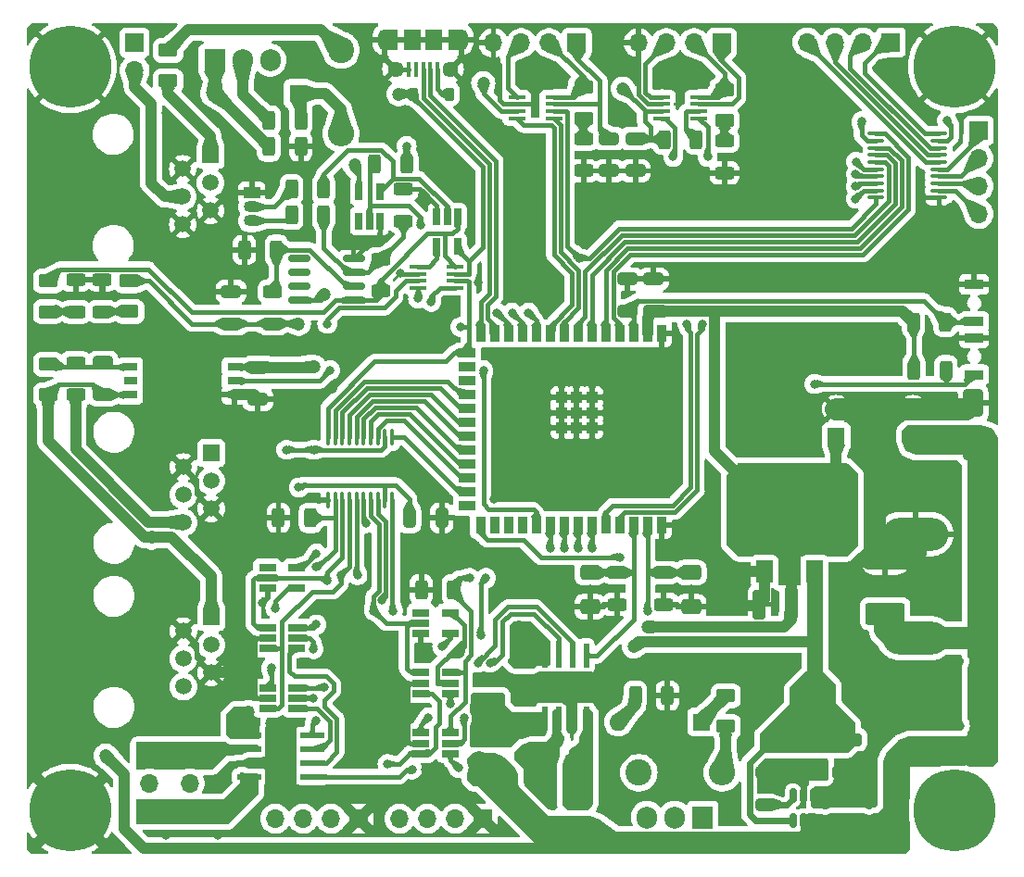
<source format=gbr>
%TF.GenerationSoftware,KiCad,Pcbnew,7.0.6*%
%TF.CreationDate,2024-01-13T19:55:36-05:00*%
%TF.ProjectId,Arch_Bridge,41726368-5f42-4726-9964-67652e6b6963,rev?*%
%TF.SameCoordinates,Original*%
%TF.FileFunction,Copper,L1,Top*%
%TF.FilePolarity,Positive*%
%FSLAX46Y46*%
G04 Gerber Fmt 4.6, Leading zero omitted, Abs format (unit mm)*
G04 Created by KiCad (PCBNEW 7.0.6) date 2024-01-13 19:55:36*
%MOMM*%
%LPD*%
G01*
G04 APERTURE LIST*
G04 Aperture macros list*
%AMRoundRect*
0 Rectangle with rounded corners*
0 $1 Rounding radius*
0 $2 $3 $4 $5 $6 $7 $8 $9 X,Y pos of 4 corners*
0 Add a 4 corners polygon primitive as box body*
4,1,4,$2,$3,$4,$5,$6,$7,$8,$9,$2,$3,0*
0 Add four circle primitives for the rounded corners*
1,1,$1+$1,$2,$3*
1,1,$1+$1,$4,$5*
1,1,$1+$1,$6,$7*
1,1,$1+$1,$8,$9*
0 Add four rect primitives between the rounded corners*
20,1,$1+$1,$2,$3,$4,$5,0*
20,1,$1+$1,$4,$5,$6,$7,0*
20,1,$1+$1,$6,$7,$8,$9,0*
20,1,$1+$1,$8,$9,$2,$3,0*%
G04 Aperture macros list end*
%TA.AperFunction,SMDPad,CuDef*%
%ADD10R,3.300000X1.200000*%
%TD*%
%TA.AperFunction,ComponentPad*%
%ADD11R,1.600000X1.600000*%
%TD*%
%TA.AperFunction,ComponentPad*%
%ADD12C,1.600000*%
%TD*%
%TA.AperFunction,SMDPad,CuDef*%
%ADD13RoundRect,0.250000X-0.650000X0.325000X-0.650000X-0.325000X0.650000X-0.325000X0.650000X0.325000X0*%
%TD*%
%TA.AperFunction,SMDPad,CuDef*%
%ADD14RoundRect,0.250000X0.325000X1.100000X-0.325000X1.100000X-0.325000X-1.100000X0.325000X-1.100000X0*%
%TD*%
%TA.AperFunction,SMDPad,CuDef*%
%ADD15RoundRect,0.250000X-1.100000X0.325000X-1.100000X-0.325000X1.100000X-0.325000X1.100000X0.325000X0*%
%TD*%
%TA.AperFunction,SMDPad,CuDef*%
%ADD16RoundRect,0.250000X1.100000X-0.325000X1.100000X0.325000X-1.100000X0.325000X-1.100000X-0.325000X0*%
%TD*%
%TA.AperFunction,ComponentPad*%
%ADD17C,7.500000*%
%TD*%
%TA.AperFunction,SMDPad,CuDef*%
%ADD18RoundRect,0.250000X0.625000X-0.375000X0.625000X0.375000X-0.625000X0.375000X-0.625000X-0.375000X0*%
%TD*%
%TA.AperFunction,SMDPad,CuDef*%
%ADD19RoundRect,0.250000X0.312500X0.625000X-0.312500X0.625000X-0.312500X-0.625000X0.312500X-0.625000X0*%
%TD*%
%TA.AperFunction,SMDPad,CuDef*%
%ADD20R,1.700000X0.900000*%
%TD*%
%TA.AperFunction,SMDPad,CuDef*%
%ADD21RoundRect,0.250000X-0.625000X0.375000X-0.625000X-0.375000X0.625000X-0.375000X0.625000X0.375000X0*%
%TD*%
%TA.AperFunction,SMDPad,CuDef*%
%ADD22R,1.560000X0.650000*%
%TD*%
%TA.AperFunction,SMDPad,CuDef*%
%ADD23RoundRect,0.250000X-0.625000X0.312500X-0.625000X-0.312500X0.625000X-0.312500X0.625000X0.312500X0*%
%TD*%
%TA.AperFunction,ComponentPad*%
%ADD24R,1.700000X1.700000*%
%TD*%
%TA.AperFunction,ComponentPad*%
%ADD25O,1.700000X1.700000*%
%TD*%
%TA.AperFunction,SMDPad,CuDef*%
%ADD26RoundRect,0.250000X-0.312500X-0.625000X0.312500X-0.625000X0.312500X0.625000X-0.312500X0.625000X0*%
%TD*%
%TA.AperFunction,SMDPad,CuDef*%
%ADD27RoundRect,0.250000X-0.325000X-0.650000X0.325000X-0.650000X0.325000X0.650000X-0.325000X0.650000X0*%
%TD*%
%TA.AperFunction,SMDPad,CuDef*%
%ADD28R,1.300000X0.800000*%
%TD*%
%TA.AperFunction,SMDPad,CuDef*%
%ADD29R,0.400000X1.350000*%
%TD*%
%TA.AperFunction,ComponentPad*%
%ADD30O,1.200000X1.900000*%
%TD*%
%TA.AperFunction,SMDPad,CuDef*%
%ADD31R,1.200000X1.900000*%
%TD*%
%TA.AperFunction,ComponentPad*%
%ADD32C,1.450000*%
%TD*%
%TA.AperFunction,SMDPad,CuDef*%
%ADD33R,1.500000X1.900000*%
%TD*%
%TA.AperFunction,ComponentPad*%
%ADD34RoundRect,0.250000X-0.650000X-1.550000X0.650000X-1.550000X0.650000X1.550000X-0.650000X1.550000X0*%
%TD*%
%TA.AperFunction,ComponentPad*%
%ADD35O,1.800000X3.600000*%
%TD*%
%TA.AperFunction,SMDPad,CuDef*%
%ADD36R,2.200000X0.500000*%
%TD*%
%TA.AperFunction,ComponentPad*%
%ADD37C,0.630000*%
%TD*%
%TA.AperFunction,SMDPad,CuDef*%
%ADD38R,2.950000X4.900000*%
%TD*%
%TA.AperFunction,ComponentPad*%
%ADD39R,1.520000X1.520000*%
%TD*%
%TA.AperFunction,ComponentPad*%
%ADD40C,1.520000*%
%TD*%
%TA.AperFunction,SMDPad,CuDef*%
%ADD41RoundRect,0.150000X0.150000X-0.512500X0.150000X0.512500X-0.150000X0.512500X-0.150000X-0.512500X0*%
%TD*%
%TA.AperFunction,SMDPad,CuDef*%
%ADD42R,1.600000X0.300000*%
%TD*%
%TA.AperFunction,SMDPad,CuDef*%
%ADD43RoundRect,0.150000X0.825000X0.150000X-0.825000X0.150000X-0.825000X-0.150000X0.825000X-0.150000X0*%
%TD*%
%TA.AperFunction,SMDPad,CuDef*%
%ADD44R,0.900000X1.500000*%
%TD*%
%TA.AperFunction,SMDPad,CuDef*%
%ADD45R,1.500000X0.900000*%
%TD*%
%TA.AperFunction,SMDPad,CuDef*%
%ADD46R,1.000000X1.000000*%
%TD*%
%TA.AperFunction,SMDPad,CuDef*%
%ADD47R,0.650000X1.560000*%
%TD*%
%TA.AperFunction,SMDPad,CuDef*%
%ADD48RoundRect,0.250000X-0.650000X0.412500X-0.650000X-0.412500X0.650000X-0.412500X0.650000X0.412500X0*%
%TD*%
%TA.AperFunction,SMDPad,CuDef*%
%ADD49R,1.500000X2.000000*%
%TD*%
%TA.AperFunction,SMDPad,CuDef*%
%ADD50R,3.800000X2.000000*%
%TD*%
%TA.AperFunction,SMDPad,CuDef*%
%ADD51RoundRect,0.250000X0.625000X-0.312500X0.625000X0.312500X-0.625000X0.312500X-0.625000X-0.312500X0*%
%TD*%
%TA.AperFunction,ComponentPad*%
%ADD52RoundRect,0.250000X1.550000X-0.750000X1.550000X0.750000X-1.550000X0.750000X-1.550000X-0.750000X0*%
%TD*%
%TA.AperFunction,ComponentPad*%
%ADD53O,3.600000X2.000000*%
%TD*%
%TA.AperFunction,ComponentPad*%
%ADD54C,2.400000*%
%TD*%
%TA.AperFunction,ComponentPad*%
%ADD55O,2.400000X2.400000*%
%TD*%
%TA.AperFunction,SMDPad,CuDef*%
%ADD56RoundRect,0.100000X-0.100000X0.637500X-0.100000X-0.637500X0.100000X-0.637500X0.100000X0.637500X0*%
%TD*%
%TA.AperFunction,SMDPad,CuDef*%
%ADD57RoundRect,0.250000X0.650000X-1.000000X0.650000X1.000000X-0.650000X1.000000X-0.650000X-1.000000X0*%
%TD*%
%TA.AperFunction,SMDPad,CuDef*%
%ADD58RoundRect,0.225000X-0.225000X-0.375000X0.225000X-0.375000X0.225000X0.375000X-0.225000X0.375000X0*%
%TD*%
%TA.AperFunction,ComponentPad*%
%ADD59R,1.500000X1.050000*%
%TD*%
%TA.AperFunction,ComponentPad*%
%ADD60O,1.500000X1.050000*%
%TD*%
%TA.AperFunction,ComponentPad*%
%ADD61R,1.905000X2.000000*%
%TD*%
%TA.AperFunction,ComponentPad*%
%ADD62O,1.905000X2.000000*%
%TD*%
%TA.AperFunction,SMDPad,CuDef*%
%ADD63RoundRect,0.250000X0.650000X-0.325000X0.650000X0.325000X-0.650000X0.325000X-0.650000X-0.325000X0*%
%TD*%
%TA.AperFunction,SMDPad,CuDef*%
%ADD64R,0.500000X2.200000*%
%TD*%
%TA.AperFunction,SMDPad,CuDef*%
%ADD65R,4.900000X2.950000*%
%TD*%
%TA.AperFunction,ComponentPad*%
%ADD66O,1.600000X1.600000*%
%TD*%
%TA.AperFunction,ComponentPad*%
%ADD67O,6.000000X3.000000*%
%TD*%
%TA.AperFunction,SMDPad,CuDef*%
%ADD68RoundRect,0.250000X1.250000X0.550000X-1.250000X0.550000X-1.250000X-0.550000X1.250000X-0.550000X0*%
%TD*%
%TA.AperFunction,ComponentPad*%
%ADD69C,1.710000*%
%TD*%
%TA.AperFunction,SMDPad,CuDef*%
%ADD70RoundRect,0.100000X-0.637500X-0.100000X0.637500X-0.100000X0.637500X0.100000X-0.637500X0.100000X0*%
%TD*%
%TA.AperFunction,ViaPad*%
%ADD71C,0.800000*%
%TD*%
%TA.AperFunction,ViaPad*%
%ADD72C,1.200000*%
%TD*%
%TA.AperFunction,Conductor*%
%ADD73C,1.000000*%
%TD*%
%TA.AperFunction,Conductor*%
%ADD74C,2.000000*%
%TD*%
%TA.AperFunction,Conductor*%
%ADD75C,1.400000*%
%TD*%
%TA.AperFunction,Conductor*%
%ADD76C,0.400000*%
%TD*%
%TA.AperFunction,Conductor*%
%ADD77C,0.600000*%
%TD*%
G04 APERTURE END LIST*
D10*
%TO.P,L1,1,1*%
%TO.N,Net-(U1-SW)*%
X91000000Y-88550000D03*
%TO.P,L1,2,2*%
%TO.N,+5V*%
X91000000Y-85450000D03*
%TD*%
D11*
%TO.P,CB1,1*%
%TO.N,+12V*%
X101000000Y-57807380D03*
D12*
%TO.P,CB1,2*%
%TO.N,GND*%
X101000000Y-55307380D03*
%TD*%
D11*
%TO.P,CB2,1*%
%TO.N,+3.3V*%
X94000000Y-57807380D03*
D12*
%TO.P,CB2,2*%
%TO.N,GND*%
X94000000Y-55307380D03*
%TD*%
D13*
%TO.P,CU11,1*%
%TO.N,GND*%
X77300000Y-43425000D03*
%TO.P,CU11,2*%
%TO.N,+3.3V*%
X77300000Y-46375000D03*
%TD*%
%TO.P,CU6,2*%
%TO.N,GND*%
X41150000Y-54425000D03*
%TO.P,CU6,1*%
%TO.N,+3.3V*%
X41150000Y-51475000D03*
%TD*%
D14*
%TO.P,C4,1*%
%TO.N,+3.3V*%
X89925000Y-73150000D03*
%TO.P,C4,2*%
%TO.N,GND*%
X86975000Y-73150000D03*
%TD*%
D15*
%TO.P,C3,1*%
%TO.N,+5V*%
X95000000Y-85525000D03*
%TO.P,C3,2*%
%TO.N,GND*%
X95000000Y-88475000D03*
%TD*%
D16*
%TO.P,C1,1*%
%TO.N,+12V*%
X95000000Y-93225000D03*
%TO.P,C1,2*%
%TO.N,GND*%
X95000000Y-90275000D03*
%TD*%
D17*
%TO.P,,1*%
%TO.N,N/C*%
X104800000Y-92000000D03*
%TD*%
%TO.P,H4,1,1*%
%TO.N,GND*%
X24000000Y-92000000D03*
%TD*%
D18*
%TO.P,F2,1*%
%TO.N,/T_PWR*%
X32950000Y-25300000D03*
%TO.P,F2,2*%
%TO.N,Net-(F2-Pad2)*%
X32950000Y-22500000D03*
%TD*%
D19*
%TO.P,R3,1*%
%TO.N,Net-(U3A-+)*%
X47162500Y-37550000D03*
%TO.P,R3,2*%
%TO.N,/LN_DAT*%
X44237500Y-37550000D03*
%TD*%
D17*
%TO.P,H2,1,1*%
%TO.N,GND*%
X104800000Y-24000000D03*
%TD*%
D20*
%TO.P,BOOT1,1,1*%
%TO.N,GND*%
X106600000Y-48775000D03*
%TO.P,BOOT1,2,2*%
%TO.N,Net-(U11-GPIO0{slash}BOOT)*%
X106600000Y-52175000D03*
%TD*%
D21*
%TO.P,D4,1,K*%
%TO.N,Net-(D4-K)*%
X22000000Y-51200000D03*
%TO.P,D4,2,A*%
%TO.N,/LN_B1*%
X22000000Y-54000000D03*
%TD*%
D22*
%TO.P,U16,1*%
%TO.N,N/C*%
X56050000Y-73925000D03*
%TO.P,U16,2*%
%TO.N,/DCC_2*%
X56050000Y-74875000D03*
%TO.P,U16,3,GND*%
%TO.N,GND*%
X56050000Y-75825000D03*
%TO.P,U16,4*%
%TO.N,Net-(U14-Pad1)*%
X58750000Y-75825000D03*
%TO.P,U16,5,VCC*%
%TO.N,+5V*%
X58750000Y-73925000D03*
%TD*%
D23*
%TO.P,R21,1*%
%TO.N,Net-(D7-K)*%
X83800000Y-30800000D03*
%TO.P,R21,2*%
%TO.N,GND*%
X83800000Y-33725000D03*
%TD*%
%TO.P,R6,1*%
%TO.N,Net-(U3A--)*%
X42525000Y-44575000D03*
%TO.P,R6,2*%
%TO.N,+5V*%
X42525000Y-47500000D03*
%TD*%
D19*
%TO.P,R23,1*%
%TO.N,/ENA_2o*%
X59012500Y-71800000D03*
%TO.P,R23,2*%
%TO.N,GND*%
X56087500Y-71800000D03*
%TD*%
D24*
%TO.P,JP3,1,1*%
%TO.N,/OUT1_A*%
X31250000Y-86975000D03*
D25*
%TO.P,JP3,2,2*%
%TO.N,/LN_B1*%
X31250000Y-89515000D03*
%TO.P,JP3,3,3*%
%TO.N,/OUT1_B*%
X31250000Y-92055000D03*
%TD*%
D26*
%TO.P,R5,1*%
%TO.N,GND*%
X39925000Y-40750000D03*
%TO.P,R5,2*%
%TO.N,Net-(U3A--)*%
X42850000Y-40750000D03*
%TD*%
D27*
%TO.P,C10,1*%
%TO.N,+5V*%
X55000000Y-65250000D03*
%TO.P,C10,2*%
%TO.N,GND*%
X57950000Y-65250000D03*
%TD*%
D18*
%TO.P,D1,1,K*%
%TO.N,Net-(D1-K)*%
X29400000Y-46375000D03*
%TO.P,D1,2,A*%
%TO.N,+5V*%
X29400000Y-43575000D03*
%TD*%
D23*
%TO.P,R4,1*%
%TO.N,GND*%
X54450000Y-35187500D03*
%TO.P,R4,2*%
%TO.N,Net-(U3A-+)*%
X54450000Y-38112500D03*
%TD*%
D28*
%TO.P,U6,1,A*%
%TO.N,Net-(D4-K)*%
X29500000Y-51460000D03*
%TO.P,U6,2,NC*%
%TO.N,unconnected-(U6-NC-Pad2)*%
X29500000Y-52730000D03*
%TO.P,U6,3,K*%
%TO.N,/LN_B1*%
X29500000Y-54000000D03*
%TO.P,U6,4,GND*%
%TO.N,GND*%
X39000000Y-54000000D03*
%TO.P,U6,5,VO*%
%TO.N,/RSYNC_IN*%
X39000000Y-52730000D03*
%TO.P,U6,6*%
%TO.N,+3.3V*%
X39000000Y-51460000D03*
%TD*%
D17*
%TO.P,H1,1,1*%
%TO.N,GND*%
X24000000Y-24000000D03*
%TD*%
D18*
%TO.P,D8,1,K*%
%TO.N,Net-(D8-K)*%
X70900000Y-28700000D03*
%TO.P,D8,2,A*%
%TO.N,Net-(COM2-Pin_2)*%
X70900000Y-25900000D03*
%TD*%
D29*
%TO.P,USB1,1,VBUS*%
%TO.N,Net-(D9-A)*%
X57550000Y-24212500D03*
%TO.P,USB1,2,D-*%
%TO.N,/USB_D-*%
X56900000Y-24212500D03*
%TO.P,USB1,3,D+*%
%TO.N,/USB_D+*%
X56250000Y-24212500D03*
%TO.P,USB1,4,ID*%
%TO.N,unconnected-(USB1-ID-Pad4)*%
X55600000Y-24212500D03*
%TO.P,USB1,5,GND*%
%TO.N,GND*%
X54950000Y-24212500D03*
D30*
%TO.P,USB1,6,Shield*%
X59750000Y-21512500D03*
D31*
X59150000Y-21512500D03*
D32*
X58750000Y-24212500D03*
D33*
X57250000Y-21512500D03*
X55250000Y-21512500D03*
D32*
X53750000Y-24212500D03*
D31*
X53350000Y-21512500D03*
D30*
X52750000Y-21512500D03*
%TD*%
D34*
%TO.P,J1,1,Pin_1*%
%TO.N,/OUT2_A*%
X66900000Y-87800000D03*
D35*
%TO.P,J1,2,Pin_2*%
%TO.N,/OUT2_B*%
X70400000Y-87800000D03*
%TD*%
D36*
%TO.P,U7,1,IPROPI*%
%TO.N,/SNS_1*%
X46125000Y-88905000D03*
%TO.P,U7,2,IN2*%
%TO.N,Net-(U7-IN2)*%
X46125000Y-87635000D03*
%TO.P,U7,3,IN1*%
%TO.N,Net-(U7-IN1)*%
X46125000Y-86365000D03*
%TO.P,U7,4,VREF*%
%TO.N,+3.3V*%
X46125000Y-85095000D03*
%TO.P,U7,5,VM*%
%TO.N,Net-(Q3-E)*%
X40375000Y-85095000D03*
%TO.P,U7,6,OUT1*%
%TO.N,/OUT1_A*%
X40375000Y-86365000D03*
%TO.P,U7,7,GND*%
%TO.N,GND*%
X40375000Y-87635000D03*
%TO.P,U7,8,OUT2*%
%TO.N,/OUT1_B*%
X40375000Y-88905000D03*
D37*
%TO.P,U7,9,GND*%
%TO.N,GND*%
X43900000Y-88300000D03*
X43900000Y-87000000D03*
X43900000Y-85700000D03*
D38*
X43250000Y-87000000D03*
D37*
X42600000Y-88300000D03*
X42600000Y-87000000D03*
X42600000Y-85700000D03*
%TD*%
D19*
%TO.P,R17,1*%
%TO.N,/RESET*%
X103962500Y-47350000D03*
%TO.P,R17,2*%
%TO.N,+3.3V*%
X101037500Y-47350000D03*
%TD*%
D39*
%TO.P,LOCONET_T1,1*%
%TO.N,/T_PWR*%
X36840000Y-32080000D03*
D40*
%TO.P,LOCONET_T1,2*%
%TO.N,GND*%
X34300000Y-33350000D03*
%TO.P,LOCONET_T1,3*%
%TO.N,/LN_DAT*%
X36840000Y-34620000D03*
%TO.P,LOCONET_T1,4*%
X34300000Y-35890000D03*
%TO.P,LOCONET_T1,5*%
%TO.N,GND*%
X36840000Y-37160000D03*
%TO.P,LOCONET_T1,6*%
X34300000Y-38430000D03*
%TD*%
D41*
%TO.P,U1,1,FB*%
%TO.N,+5V*%
X90050000Y-92887500D03*
%TO.P,U1,2,EN*%
%TO.N,+12V*%
X91000000Y-92887500D03*
%TO.P,U1,3,IN*%
X91950000Y-92887500D03*
%TO.P,U1,4,GND*%
%TO.N,GND*%
X91950000Y-90612500D03*
%TO.P,U1,5,SW*%
%TO.N,Net-(U1-SW)*%
X91000000Y-90612500D03*
%TO.P,U1,6,BST*%
%TO.N,Net-(U1-BST)*%
X90050000Y-90612500D03*
%TD*%
D24*
%TO.P,JP2,1,1*%
%TO.N,/OUT1_B*%
X34925000Y-92040000D03*
D25*
%TO.P,JP2,2,2*%
%TO.N,/LN_B6*%
X34925000Y-89500000D03*
%TO.P,JP2,3,3*%
%TO.N,/OUT1_A*%
X34925000Y-86960000D03*
%TD*%
D22*
%TO.P,U10,1*%
%TO.N,N/C*%
X42022500Y-69800000D03*
%TO.P,U10,2*%
%TO.N,/DCC_1*%
X42022500Y-70750000D03*
%TO.P,U10,3,GND*%
%TO.N,GND*%
X42022500Y-71700000D03*
%TO.P,U10,4*%
%TO.N,Net-(U10-Pad4)*%
X44722500Y-71700000D03*
%TO.P,U10,5,VCC*%
%TO.N,+5V*%
X44722500Y-69800000D03*
%TD*%
D42*
%TO.P,U12,1,B2*%
%TO.N,Net-(COM2-Pin_3)*%
X64800000Y-26775000D03*
%TO.P,U12,2,GND*%
%TO.N,GND*%
X64800000Y-27425000D03*
%TO.P,U12,3,VCCA*%
%TO.N,+3.3V*%
X64800000Y-28075000D03*
%TO.P,U12,4,A2*%
%TO.N,/SCL*%
X64800000Y-28725000D03*
%TO.P,U12,5,A1*%
%TO.N,/SDA*%
X68200000Y-28725000D03*
%TO.P,U12,6,OE*%
%TO.N,/OE*%
X68200000Y-28075000D03*
%TO.P,U12,7,VCCB*%
%TO.N,+5V*%
X68200000Y-27425000D03*
%TO.P,U12,8,B1*%
%TO.N,Net-(COM2-Pin_2)*%
X68200000Y-26775000D03*
%TD*%
D43*
%TO.P,U3,1*%
%TO.N,Net-(D2-A)*%
X49900000Y-45350000D03*
%TO.P,U3,2,-*%
%TO.N,Net-(U3A--)*%
X49900000Y-44080000D03*
%TO.P,U3,3,+*%
%TO.N,Net-(U3A-+)*%
X49900000Y-42810000D03*
%TO.P,U3,4,V-*%
%TO.N,GND*%
X49900000Y-41540000D03*
%TO.P,U3,5*%
%TO.N,N/C*%
X44950000Y-41540000D03*
%TO.P,U3,6*%
X44950000Y-42810000D03*
%TO.P,U3,7*%
X44950000Y-44080000D03*
%TO.P,U3,8,V+*%
%TO.N,+5V*%
X44950000Y-45350000D03*
%TD*%
D24*
%TO.P,J3,1,Pin_1*%
%TO.N,Net-(J3-Pin_1)*%
X107025000Y-29835000D03*
D25*
%TO.P,J3,2,Pin_2*%
%TO.N,Net-(J3-Pin_2)*%
X107025000Y-32375000D03*
%TO.P,J3,3,Pin_3*%
%TO.N,Net-(J3-Pin_3)*%
X107025000Y-34915000D03*
%TO.P,J3,4,Pin_4*%
%TO.N,Net-(J3-Pin_4)*%
X107025000Y-37455000D03*
%TD*%
D44*
%TO.P,U11,1,GND*%
%TO.N,GND*%
X78010000Y-48395000D03*
%TO.P,U11,2,3V3*%
%TO.N,+3.3V*%
X76740000Y-48395000D03*
%TO.P,U11,3,EN*%
%TO.N,/RESET*%
X75470000Y-48395000D03*
%TO.P,U11,4,GPIO4/TOUCH4/ADC1_CH3*%
%TO.N,/GPIO4*%
X74200000Y-48395000D03*
%TO.P,U11,5,GPIO5/TOUCH5/ADC1_CH4*%
%TO.N,/GPIO5*%
X72930000Y-48395000D03*
%TO.P,U11,6,GPIO6/TOUCH6/ADC1_CH5*%
%TO.N,/GPIO6*%
X71660000Y-48395000D03*
%TO.P,U11,7,GPIO7/TOUCH7/ADC1_CH6*%
%TO.N,/GPIO7*%
X70390000Y-48395000D03*
%TO.P,U11,8,GPIO15/U0RTS/ADC2_CH4/XTAL_32K_P*%
%TO.N,/SDA*%
X69120000Y-48395000D03*
%TO.P,U11,9,GPIO16/U0CTS/ADC2_CH5/XTAL_32K_N*%
%TO.N,/SCL*%
X67850000Y-48395000D03*
%TO.P,U11,10,GPIO17/U1TXD/ADC2_CH6*%
%TO.N,/LN_TX*%
X66580000Y-48395000D03*
%TO.P,U11,11,GPIO18/U1RXD/ADC2_CH7/CLK_OUT3*%
%TO.N,/LN_RX*%
X65310000Y-48395000D03*
%TO.P,U11,12,GPIO8/TOUCH8/ADC1_CH7/SUBSPICS1*%
%TO.N,/LN_COLL*%
X64040000Y-48395000D03*
%TO.P,U11,13,GPIO19/U1RTS/ADC2_CH8/CLK_OUT2/USB_D-*%
%TO.N,/USB_D-*%
X62770000Y-48395000D03*
%TO.P,U11,14,GPIO20/U1CTS/ADC2_CH9/CLK_OUT1/USB_D+*%
%TO.N,/USB_D+*%
X61500000Y-48395000D03*
D45*
%TO.P,U11,15,GPIO3/TOUCH3/ADC1_CH2*%
%TO.N,/OE*%
X60250000Y-50160000D03*
%TO.P,U11,16,GPIO46*%
%TO.N,unconnected-(U11-GPIO46-Pad16)*%
X60250000Y-51430000D03*
%TO.P,U11,17,GPIO9/TOUCH9/ADC1_CH8/FSPIHD/SUBSPIHD*%
%TO.N,unconnected-(U11-GPIO9{slash}TOUCH9{slash}ADC1_CH8{slash}FSPIHD{slash}SUBSPIHD-Pad17)*%
X60250000Y-52700000D03*
%TO.P,U11,18,GPIO10/TOUCH10/ADC1_CH9/FSPICS0/FSPIIO4/SUBSPICS0*%
%TO.N,Net-(U11-GPIO10{slash}TOUCH10{slash}ADC1_CH9{slash}FSPICS0{slash}FSPIIO4{slash}SUBSPICS0)*%
X60250000Y-53970000D03*
%TO.P,U11,19,GPIO11/TOUCH11/ADC2_CH0/FSPID/FSPIIO5/SUBSPID*%
%TO.N,Net-(U11-GPIO11{slash}TOUCH11{slash}ADC2_CH0{slash}FSPID{slash}FSPIIO5{slash}SUBSPID)*%
X60250000Y-55240000D03*
%TO.P,U11,20,GPIO12/TOUCH12/ADC2_CH1/FSPICLK/FSPIIO6/SUBSPICLK*%
%TO.N,Net-(U11-GPIO12{slash}TOUCH12{slash}ADC2_CH1{slash}FSPICLK{slash}FSPIIO6{slash}SUBSPICLK)*%
X60250000Y-56510000D03*
%TO.P,U11,21,GPIO13/TOUCH13/ADC2_CH2/FSPIQ/FSPIIO7/SUBSPIQ*%
%TO.N,Net-(U11-GPIO13{slash}TOUCH13{slash}ADC2_CH2{slash}FSPIQ{slash}FSPIIO7{slash}SUBSPIQ)*%
X60250000Y-57780000D03*
%TO.P,U11,22,GPIO14/TOUCH14/ADC2_CH3/FSPIWP/FSPIDQS/SUBSPIWP*%
%TO.N,Net-(U11-GPIO14{slash}TOUCH14{slash}ADC2_CH3{slash}FSPIWP{slash}FSPIDQS{slash}SUBSPIWP)*%
X60250000Y-59050000D03*
%TO.P,U11,23,GPIO21*%
%TO.N,Net-(U11-GPIO21)*%
X60250000Y-60320000D03*
%TO.P,U11,24,GPIO47/SPICLK_P/SUBSPICLK_P_DIFF*%
%TO.N,Net-(U11-GPIO47{slash}SPICLK_P{slash}SUBSPICLK_P_DIFF)*%
X60250000Y-61590000D03*
%TO.P,U11,25,GPIO48/SPICLK_N/SUBSPICLK_N_DIFF*%
%TO.N,Net-(U11-GPIO48{slash}SPICLK_N{slash}SUBSPICLK_N_DIFF)*%
X60250000Y-62860000D03*
%TO.P,U11,26,GPIO45*%
%TO.N,unconnected-(U11-GPIO45-Pad26)*%
X60250000Y-64130000D03*
D44*
%TO.P,U11,27,GPIO0/BOOT*%
%TO.N,Net-(U11-GPIO0{slash}BOOT)*%
X61500000Y-65895000D03*
%TO.P,U11,28,SPIIO6/GPIO35/FSPID/SUBSPID*%
%TO.N,unconnected-(U11-SPIIO6{slash}GPIO35{slash}FSPID{slash}SUBSPID-Pad28)*%
X62770000Y-65895000D03*
%TO.P,U11,29,SPIIO7/GPIO36/FSPICLK/SUBSPICLK*%
%TO.N,unconnected-(U11-SPIIO7{slash}GPIO36{slash}FSPICLK{slash}SUBSPICLK-Pad29)*%
X64040000Y-65895000D03*
%TO.P,U11,30,SPIDQS/GPIO37/FSPIQ/SUBSPIQ*%
%TO.N,unconnected-(U11-SPIDQS{slash}GPIO37{slash}FSPIQ{slash}SUBSPIQ-Pad30)*%
X65310000Y-65895000D03*
%TO.P,U11,31,GPIO38/FSPIWP/SUBSPIWP*%
%TO.N,/RSYNC_IN*%
X66580000Y-65895000D03*
%TO.P,U11,32,MTCK/GPIO39/CLK_OUT3/SUBSPICS1*%
%TO.N,/GPIO39*%
X67850000Y-65895000D03*
%TO.P,U11,33,MTDO/GPIO40/CLK_OUT2*%
%TO.N,/GPIO40*%
X69120000Y-65895000D03*
%TO.P,U11,34,MTDI/GPIO41/CLK_OUT1*%
%TO.N,/GPIO41*%
X70390000Y-65895000D03*
%TO.P,U11,35,MTMS/GPIO42*%
%TO.N,/GPIO42*%
X71660000Y-65895000D03*
%TO.P,U11,36,U0RXD/GPIO44/CLK_OUT2*%
%TO.N,/RXD*%
X72930000Y-65895000D03*
%TO.P,U11,37,U0TXD/GPIO43/CLK_OUT1*%
%TO.N,/TXD*%
X74200000Y-65895000D03*
%TO.P,U11,38,GPIO2/TOUCH2/ADC1_CH1*%
%TO.N,/SNS_2*%
X75470000Y-65895000D03*
%TO.P,U11,39,GPIO1/TOUCH1/ADC1_CH0*%
%TO.N,/SNS_1*%
X76740000Y-65895000D03*
%TO.P,U11,40,GND*%
%TO.N,GND*%
X78010000Y-65895000D03*
D46*
%TO.P,U11,41,GND*%
X71690000Y-54245000D03*
X70290000Y-54245000D03*
X68890000Y-54245000D03*
X71690000Y-55645000D03*
X70290000Y-55645000D03*
X68890000Y-55645000D03*
X71690000Y-57045000D03*
X70290000Y-57045000D03*
X68890000Y-57045000D03*
%TD*%
D47*
%TO.P,U4,1*%
%TO.N,N/C*%
X50400000Y-38100000D03*
%TO.P,U4,2*%
%TO.N,/LN_TX*%
X51350000Y-38100000D03*
%TO.P,U4,3,GND*%
%TO.N,GND*%
X52300000Y-38100000D03*
%TO.P,U4,4*%
%TO.N,Net-(R2-Pad2)*%
X52300000Y-35400000D03*
%TO.P,U4,5,+5V*%
%TO.N,+5V*%
X50400000Y-35400000D03*
%TD*%
D48*
%TO.P,C12,1*%
%TO.N,/SNS_2*%
X71500000Y-70250000D03*
%TO.P,C12,2*%
%TO.N,GND*%
X71500000Y-73375000D03*
%TD*%
%TO.P,C13,1*%
%TO.N,/SNS_1*%
X80750000Y-70250000D03*
%TO.P,C13,2*%
%TO.N,GND*%
X80750000Y-73375000D03*
%TD*%
D49*
%TO.P,U2,1,GND*%
%TO.N,GND*%
X87450000Y-70150000D03*
%TO.P,U2,2,VO*%
%TO.N,+3.3V*%
X89750000Y-70150000D03*
D50*
X89750000Y-63850000D03*
D49*
%TO.P,U2,3,VI*%
%TO.N,+5V*%
X92050000Y-70150000D03*
%TD*%
D22*
%TO.P,U9,1*%
%TO.N,/DCC_1*%
X42022500Y-75300000D03*
%TO.P,U9,2,GND*%
%TO.N,GND*%
X42022500Y-76250000D03*
%TO.P,U9,3*%
%TO.N,/BRK_1*%
X42022500Y-77200000D03*
%TO.P,U9,4*%
%TO.N,Net-(U7-IN2)*%
X44722500Y-77200000D03*
%TO.P,U9,5,VCC*%
%TO.N,+5V*%
X44722500Y-76250000D03*
%TO.P,U9,6*%
%TO.N,/ENA_1o*%
X44722500Y-75300000D03*
%TD*%
D24*
%TO.P,JP1,1,1*%
%TO.N,Net-(Q2-E)*%
X29900000Y-21810000D03*
D25*
%TO.P,JP1,2,2*%
%TO.N,/LN_DAT*%
X29900000Y-24350000D03*
%TD*%
D19*
%TO.P,R10,1*%
%TO.N,+12V*%
X45075000Y-28900000D03*
%TO.P,R10,2*%
%TO.N,Net-(Q2-C)*%
X42150000Y-28900000D03*
%TD*%
D51*
%TO.P,R18,1*%
%TO.N,GND*%
X74000000Y-73175000D03*
%TO.P,R18,2*%
%TO.N,/SNS_2*%
X74000000Y-70250000D03*
%TD*%
D52*
%TO.P,V12A1,1,Pin_1*%
%TO.N,+12V*%
X98472500Y-74000000D03*
D53*
%TO.P,V12A1,2,Pin_2*%
%TO.N,GND*%
X98472500Y-69000000D03*
%TD*%
D51*
%TO.P,R8,1*%
%TO.N,Net-(D2-K)*%
X24500000Y-46425000D03*
%TO.P,R8,2*%
%TO.N,GND*%
X24500000Y-43500000D03*
%TD*%
D26*
%TO.P,R2,1*%
%TO.N,Net-(Q1-B)*%
X44237500Y-35200000D03*
%TO.P,R2,2*%
%TO.N,Net-(R2-Pad2)*%
X47162500Y-35200000D03*
%TD*%
D23*
%TO.P,R1,1*%
%TO.N,GND*%
X26925000Y-43475000D03*
%TO.P,R1,2*%
%TO.N,Net-(D1-K)*%
X26925000Y-46400000D03*
%TD*%
D19*
%TO.P,R15,1*%
%TO.N,GND*%
X78562500Y-81500000D03*
%TO.P,R15,2*%
%TO.N,Net-(D5-A)*%
X75637500Y-81500000D03*
%TD*%
D54*
%TO.P,R14,1*%
%TO.N,Net-(Q3-C)*%
X75965000Y-88545000D03*
D55*
%TO.P,R14,2*%
%TO.N,Net-(F3-Pad1)*%
X83585000Y-88545000D03*
%TD*%
D47*
%TO.P,U5,1*%
%TO.N,Net-(D2-A)*%
X59400000Y-37750000D03*
%TO.P,U5,2*%
%TO.N,Net-(R2-Pad2)*%
X58450000Y-37750000D03*
%TO.P,U5,3,GND*%
%TO.N,GND*%
X57500000Y-37750000D03*
%TO.P,U5,4*%
%TO.N,Net-(U18-B2)*%
X57500000Y-40450000D03*
%TO.P,U5,5,VCC*%
%TO.N,+5V*%
X59400000Y-40450000D03*
%TD*%
D51*
%TO.P,R7,1*%
%TO.N,Net-(D2-A)*%
X52400000Y-44525000D03*
%TO.P,R7,2*%
%TO.N,Net-(U3A-+)*%
X52400000Y-41600000D03*
%TD*%
D56*
%TO.P,U19,1,A1*%
%TO.N,Net-(U11-GPIO48{slash}SPICLK_N{slash}SUBSPICLK_N_DIFF)*%
X53425000Y-57887500D03*
%TO.P,U19,2,VCCA*%
%TO.N,+3.3V*%
X52775000Y-57887500D03*
%TO.P,U19,3,A2*%
%TO.N,Net-(U11-GPIO47{slash}SPICLK_P{slash}SUBSPICLK_P_DIFF)*%
X52125000Y-57887500D03*
%TO.P,U19,4,A3*%
%TO.N,Net-(U11-GPIO21)*%
X51475000Y-57887500D03*
%TO.P,U19,5,A4*%
%TO.N,Net-(U11-GPIO14{slash}TOUCH14{slash}ADC2_CH3{slash}FSPIWP{slash}FSPIDQS{slash}SUBSPIWP)*%
X50825000Y-57887500D03*
%TO.P,U19,6,A5*%
%TO.N,Net-(U11-GPIO13{slash}TOUCH13{slash}ADC2_CH2{slash}FSPIQ{slash}FSPIIO7{slash}SUBSPIQ)*%
X50175000Y-57887500D03*
%TO.P,U19,7,A6*%
%TO.N,Net-(U11-GPIO12{slash}TOUCH12{slash}ADC2_CH1{slash}FSPICLK{slash}FSPIIO6{slash}SUBSPICLK)*%
X49525000Y-57887500D03*
%TO.P,U19,8,A7*%
%TO.N,Net-(U11-GPIO11{slash}TOUCH11{slash}ADC2_CH0{slash}FSPID{slash}FSPIIO5{slash}SUBSPID)*%
X48875000Y-57887500D03*
%TO.P,U19,9,A8*%
%TO.N,Net-(U11-GPIO10{slash}TOUCH10{slash}ADC1_CH9{slash}FSPICS0{slash}FSPIIO4{slash}SUBSPICS0)*%
X48225000Y-57887500D03*
%TO.P,U19,10,OE*%
%TO.N,/OE*%
X47575000Y-57887500D03*
%TO.P,U19,11,GND*%
%TO.N,GND*%
X47575000Y-63612500D03*
%TO.P,U19,12,B8*%
%TO.N,/ENA_1o*%
X48225000Y-63612500D03*
%TO.P,U19,13,B7*%
%TO.N,/DCC_1*%
X48875000Y-63612500D03*
%TO.P,U19,14,B6*%
%TO.N,/BRK_1*%
X49525000Y-63612500D03*
%TO.P,U19,15,B5*%
%TO.N,/ENA_1i*%
X50175000Y-63612500D03*
%TO.P,U19,16,B4*%
%TO.N,/ENA_2o*%
X50825000Y-63612500D03*
%TO.P,U19,17,B3*%
%TO.N,/DCC_2*%
X51475000Y-63612500D03*
%TO.P,U19,18,B2*%
%TO.N,/BRK_2*%
X52125000Y-63612500D03*
%TO.P,U19,19,VCCB*%
%TO.N,+5V*%
X52775000Y-63612500D03*
%TO.P,U19,20,B1*%
%TO.N,/ENA_2i*%
X53425000Y-63612500D03*
%TD*%
D19*
%TO.P,R16,1*%
%TO.N,Net-(U17-OE)*%
X81212500Y-30650000D03*
%TO.P,R16,2*%
%TO.N,+3.3V*%
X78287500Y-30650000D03*
%TD*%
D57*
%TO.P,D6,1,A1*%
%TO.N,+12V*%
X106500000Y-58750000D03*
%TO.P,D6,2,A2*%
%TO.N,GND*%
X106500000Y-54750000D03*
%TD*%
D22*
%TO.P,U8,1*%
%TO.N,Net-(U10-Pad4)*%
X42022500Y-80800000D03*
%TO.P,U8,2,GND*%
%TO.N,GND*%
X42022500Y-81750000D03*
%TO.P,U8,3*%
%TO.N,/BRK_1*%
X42022500Y-82700000D03*
%TO.P,U8,4*%
%TO.N,Net-(U7-IN1)*%
X44722500Y-82700000D03*
%TO.P,U8,5,VCC*%
%TO.N,+5V*%
X44722500Y-81750000D03*
%TO.P,U8,6*%
%TO.N,/ENA_1o*%
X44722500Y-80800000D03*
%TD*%
D20*
%TO.P,RESET1,1,1*%
%TO.N,GND*%
X106600000Y-43900000D03*
%TO.P,RESET1,2,2*%
%TO.N,/RESET*%
X106600000Y-47300000D03*
%TD*%
D39*
%TO.P,LOCONET_B2,1*%
%TO.N,/LN_B1*%
X36890000Y-59330000D03*
D40*
%TO.P,LOCONET_B2,2*%
%TO.N,GND*%
X34350000Y-60600000D03*
%TO.P,LOCONET_B2,3*%
%TO.N,/LN_DAT*%
X36890000Y-61870000D03*
%TO.P,LOCONET_B2,4*%
X34350000Y-63140000D03*
%TO.P,LOCONET_B2,5*%
%TO.N,GND*%
X36890000Y-64410000D03*
%TO.P,LOCONET_B2,6*%
%TO.N,/LN_B6*%
X34350000Y-65680000D03*
%TD*%
D18*
%TO.P,F3,1*%
%TO.N,Net-(F3-Pad1)*%
X83900000Y-84325000D03*
%TO.P,F3,2*%
%TO.N,+12V*%
X83900000Y-81525000D03*
%TD*%
D19*
%TO.P,R11,1*%
%TO.N,GND*%
X45075000Y-31300000D03*
%TO.P,R11,2*%
%TO.N,Net-(D3-A)*%
X42150000Y-31300000D03*
%TD*%
D58*
%TO.P,D9,1,K*%
%TO.N,+5V*%
X55350000Y-26500000D03*
%TO.P,D9,2,A*%
%TO.N,Net-(D9-A)*%
X58650000Y-26500000D03*
%TD*%
D24*
%TO.P,DCC_1,1,Pin_1*%
%TO.N,GND*%
X50370000Y-92750000D03*
D25*
%TO.P,DCC_1,2,Pin_2*%
%TO.N,/ENA_1i*%
X47830000Y-92750000D03*
%TO.P,DCC_1,3,Pin_3*%
%TO.N,/BRK_1*%
X45290000Y-92750000D03*
%TO.P,DCC_1,4,Pin_4*%
%TO.N,/DCC_1*%
X42750000Y-92750000D03*
%TD*%
D42*
%TO.P,U18,1,B2*%
%TO.N,Net-(U18-B2)*%
X55800000Y-42275000D03*
%TO.P,U18,2,GND*%
%TO.N,GND*%
X55800000Y-42925000D03*
%TO.P,U18,3,VCCA*%
%TO.N,+3.3V*%
X55800000Y-43575000D03*
%TO.P,U18,4,A2*%
%TO.N,/LN_COLL*%
X55800000Y-44225000D03*
%TO.P,U18,5,A1*%
%TO.N,/LN_RX*%
X59200000Y-44225000D03*
%TO.P,U18,6,OE*%
%TO.N,/OE*%
X59200000Y-43575000D03*
%TO.P,U18,7,VCCB*%
%TO.N,+5V*%
X59200000Y-42925000D03*
%TO.P,U18,8,B1*%
%TO.N,Net-(D2-A)*%
X59200000Y-42275000D03*
%TD*%
D26*
%TO.P,R19,1*%
%TO.N,/LN_TX*%
X51837500Y-32900000D03*
%TO.P,R19,2*%
%TO.N,+3.3V*%
X54762500Y-32900000D03*
%TD*%
D59*
%TO.P,Q1,1,E*%
%TO.N,GND*%
X40600000Y-35550000D03*
D60*
%TO.P,Q1,2,B*%
%TO.N,Net-(Q1-B)*%
X40600000Y-36820000D03*
%TO.P,Q1,3,C*%
%TO.N,/LN_DAT*%
X40600000Y-38090000D03*
%TD*%
D13*
%TO.P,C6,1*%
%TO.N,Net-(D4-K)*%
X27000000Y-51050000D03*
%TO.P,C6,2*%
%TO.N,/LN_B1*%
X27000000Y-54000000D03*
%TD*%
D61*
%TO.P,Q3,1,B*%
%TO.N,Net-(D5-A)*%
X81790000Y-92625000D03*
D62*
%TO.P,Q3,2,C*%
%TO.N,Net-(Q3-C)*%
X79250000Y-92625000D03*
%TO.P,Q3,3,E*%
%TO.N,Net-(Q3-E)*%
X76710000Y-92625000D03*
%TD*%
D19*
%TO.P,R22,1*%
%TO.N,/ENA_1o*%
X45962500Y-65250000D03*
%TO.P,R22,2*%
%TO.N,GND*%
X43037500Y-65250000D03*
%TD*%
D63*
%TO.P,C7,1*%
%TO.N,/RESET*%
X74930000Y-46370000D03*
%TO.P,C7,2*%
%TO.N,GND*%
X74930000Y-43420000D03*
%TD*%
D22*
%TO.P,U14,1*%
%TO.N,Net-(U14-Pad1)*%
X56050000Y-84900000D03*
%TO.P,U14,2,GND*%
%TO.N,GND*%
X56050000Y-85850000D03*
%TO.P,U14,3*%
%TO.N,/BRK_2*%
X56050000Y-86800000D03*
%TO.P,U14,4*%
%TO.N,Net-(U13-IN1)*%
X58750000Y-86800000D03*
%TO.P,U14,5,VCC*%
%TO.N,+5V*%
X58750000Y-85850000D03*
%TO.P,U14,6*%
%TO.N,/ENA_2o*%
X58750000Y-84900000D03*
%TD*%
D23*
%TO.P,R24,1*%
%TO.N,Net-(D8-K)*%
X70900000Y-30600000D03*
%TO.P,R24,2*%
%TO.N,GND*%
X70900000Y-33525000D03*
%TD*%
D26*
%TO.P,R20,1*%
%TO.N,+3.3V*%
X101100000Y-51750000D03*
%TO.P,R20,2*%
%TO.N,Net-(U11-GPIO0{slash}BOOT)*%
X104025000Y-51750000D03*
%TD*%
D64*
%TO.P,U13,1,IPROPI*%
%TO.N,/SNS_2*%
X71155000Y-77875000D03*
%TO.P,U13,2,IN2*%
%TO.N,Net-(U13-IN2)*%
X69885000Y-77875000D03*
%TO.P,U13,3,IN1*%
%TO.N,Net-(U13-IN1)*%
X68615000Y-77875000D03*
%TO.P,U13,4,VREF*%
%TO.N,+3.3V*%
X67345000Y-77875000D03*
%TO.P,U13,5,VM*%
%TO.N,Net-(U13-VM)*%
X67345000Y-83625000D03*
%TO.P,U13,6,OUT1*%
%TO.N,/OUT2_A*%
X68615000Y-83625000D03*
%TO.P,U13,7,GND*%
%TO.N,GND*%
X69885000Y-83625000D03*
%TO.P,U13,8,OUT2*%
%TO.N,/OUT2_B*%
X71155000Y-83625000D03*
D37*
%TO.P,U13,9,GND*%
%TO.N,GND*%
X70550000Y-80100000D03*
X69250000Y-80100000D03*
X67950000Y-80100000D03*
D65*
X69250000Y-80750000D03*
D37*
X70550000Y-81400000D03*
X69250000Y-81400000D03*
X67950000Y-81400000D03*
%TD*%
D54*
%TO.P,R9,1*%
%TO.N,Net-(F2-Pad2)*%
X48750000Y-22500000D03*
D55*
%TO.P,R9,2*%
%TO.N,+12V*%
X48750000Y-30120000D03*
%TD*%
D11*
%TO.P,D5,1,K*%
%TO.N,+12V*%
X81710000Y-83920000D03*
D66*
%TO.P,D5,2,A*%
%TO.N,Net-(D5-A)*%
X74090000Y-83920000D03*
%TD*%
D67*
%TO.P,V12,1,Pin_1*%
%TO.N,+12V*%
X101225000Y-76250000D03*
%TO.P,V12,2,Pin_2*%
%TO.N,GND*%
X101225000Y-66750000D03*
%TD*%
D68*
%TO.P,C2,1*%
%TO.N,+5V*%
X91700000Y-81500000D03*
%TO.P,C2,2*%
%TO.N,GND*%
X87300000Y-81500000D03*
%TD*%
D13*
%TO.P,C11,1*%
%TO.N,+3.3V*%
X75650000Y-30575000D03*
%TO.P,C11,2*%
%TO.N,GND*%
X75650000Y-33525000D03*
%TD*%
D24*
%TO.P,J4,1,Pin_1*%
%TO.N,Net-(J4-Pin_1)*%
X98990000Y-21775000D03*
D25*
%TO.P,J4,2,Pin_2*%
%TO.N,Net-(J4-Pin_2)*%
X96450000Y-21775000D03*
%TO.P,J4,3,Pin_3*%
%TO.N,Net-(J4-Pin_3)*%
X93910000Y-21775000D03*
%TO.P,J4,4,Pin_4*%
%TO.N,Net-(J4-Pin_4)*%
X91370000Y-21775000D03*
%TD*%
D24*
%TO.P,COM2,1,Pin_1*%
%TO.N,+5V*%
X70300000Y-21825000D03*
D25*
%TO.P,COM2,2,Pin_2*%
%TO.N,Net-(COM2-Pin_2)*%
X67760000Y-21825000D03*
%TO.P,COM2,3,Pin_3*%
%TO.N,Net-(COM2-Pin_3)*%
X65220000Y-21825000D03*
%TO.P,COM2,4,Pin_4*%
%TO.N,GND*%
X62680000Y-21825000D03*
%TD*%
D18*
%TO.P,D7,1,K*%
%TO.N,Net-(D7-K)*%
X83800000Y-28950000D03*
%TO.P,D7,2,A*%
%TO.N,Net-(CONSOLE1-Pin_2)*%
X83800000Y-26150000D03*
%TD*%
D13*
%TO.P,C9,1*%
%TO.N,+5V*%
X73250000Y-30575000D03*
%TO.P,C9,2*%
%TO.N,GND*%
X73250000Y-33525000D03*
%TD*%
D11*
%TO.P,D3,1,K*%
%TO.N,+12V*%
X44832500Y-26450000D03*
D66*
%TO.P,D3,2,A*%
%TO.N,Net-(D3-A)*%
X37212500Y-26450000D03*
%TD*%
D51*
%TO.P,R13,1*%
%TO.N,GND*%
X78250000Y-73175000D03*
%TO.P,R13,2*%
%TO.N,/SNS_1*%
X78250000Y-70250000D03*
%TD*%
D39*
%TO.P,LOCONET_B1,1*%
%TO.N,/LN_B1*%
X36890000Y-74330000D03*
D40*
%TO.P,LOCONET_B1,2*%
%TO.N,GND*%
X34350000Y-75600000D03*
%TO.P,LOCONET_B1,3*%
%TO.N,/LN_DAT*%
X36890000Y-76870000D03*
%TO.P,LOCONET_B1,4*%
X34350000Y-78140000D03*
%TO.P,LOCONET_B1,5*%
%TO.N,GND*%
X36890000Y-79410000D03*
%TO.P,LOCONET_B1,6*%
%TO.N,/LN_B6*%
X34350000Y-80680000D03*
%TD*%
D22*
%TO.P,U15,1*%
%TO.N,/DCC_2*%
X56050000Y-79400000D03*
%TO.P,U15,2,GND*%
%TO.N,GND*%
X56050000Y-80350000D03*
%TO.P,U15,3*%
%TO.N,/BRK_2*%
X56050000Y-81300000D03*
%TO.P,U15,4*%
%TO.N,Net-(U13-IN2)*%
X58750000Y-81300000D03*
%TO.P,U15,5,VCC*%
%TO.N,+5V*%
X58750000Y-80350000D03*
%TO.P,U15,6*%
%TO.N,/ENA_2o*%
X58750000Y-79400000D03*
%TD*%
D61*
%TO.P,Q2,1,B*%
%TO.N,Net-(D3-A)*%
X37210000Y-23395000D03*
D62*
%TO.P,Q2,2,C*%
%TO.N,Net-(Q2-C)*%
X39750000Y-23395000D03*
%TO.P,Q2,3,E*%
%TO.N,Net-(Q2-E)*%
X42290000Y-23395000D03*
%TD*%
D69*
%TO.P,F4,1*%
%TO.N,+12V*%
X61350000Y-87625000D03*
%TO.P,F4,2*%
%TO.N,Net-(U13-VM)*%
X62550000Y-82525000D03*
%TD*%
D42*
%TO.P,U17,1,B2*%
%TO.N,Net-(CONSOLE1-Pin_3)*%
X78050000Y-26775000D03*
%TO.P,U17,2,GND*%
%TO.N,GND*%
X78050000Y-27425000D03*
%TO.P,U17,3,VCCA*%
%TO.N,+3.3V*%
X78050000Y-28075000D03*
%TO.P,U17,4,A2*%
%TO.N,/RXD*%
X78050000Y-28725000D03*
%TO.P,U17,5,A1*%
%TO.N,/TXD*%
X81450000Y-28725000D03*
%TO.P,U17,6,OE*%
%TO.N,Net-(U17-OE)*%
X81450000Y-28075000D03*
%TO.P,U17,7,VCCB*%
%TO.N,+5V*%
X81450000Y-27425000D03*
%TO.P,U17,8,B1*%
%TO.N,Net-(CONSOLE1-Pin_2)*%
X81450000Y-26775000D03*
%TD*%
D24*
%TO.P,DCC_2,1,Pin_1*%
%TO.N,GND*%
X61730000Y-92750000D03*
D25*
%TO.P,DCC_2,2,Pin_2*%
%TO.N,/ENA_2i*%
X59190000Y-92750000D03*
%TO.P,DCC_2,3,Pin_3*%
%TO.N,/BRK_2*%
X56650000Y-92750000D03*
%TO.P,DCC_2,4,Pin_4*%
%TO.N,/DCC_2*%
X54110000Y-92750000D03*
%TD*%
D70*
%TO.P,U20,1,A1*%
%TO.N,/GPIO4*%
X97637500Y-30125000D03*
%TO.P,U20,2,VCCA*%
%TO.N,+3.3V*%
X97637500Y-30775000D03*
%TO.P,U20,3,A2*%
%TO.N,/GPIO5*%
X97637500Y-31425000D03*
%TO.P,U20,4,A3*%
%TO.N,/GPIO6*%
X97637500Y-32075000D03*
%TO.P,U20,5,A4*%
%TO.N,/GPIO7*%
X97637500Y-32725000D03*
%TO.P,U20,6,A5*%
%TO.N,/GPIO39*%
X97637500Y-33375000D03*
%TO.P,U20,7,A6*%
%TO.N,/GPIO40*%
X97637500Y-34025000D03*
%TO.P,U20,8,A7*%
%TO.N,/GPIO41*%
X97637500Y-34675000D03*
%TO.P,U20,9,A8*%
%TO.N,/GPIO42*%
X97637500Y-35325000D03*
%TO.P,U20,10,OE*%
%TO.N,/OE*%
X97637500Y-35975000D03*
%TO.P,U20,11,GND*%
%TO.N,GND*%
X103362500Y-35975000D03*
%TO.P,U20,12,B8*%
%TO.N,Net-(J3-Pin_4)*%
X103362500Y-35325000D03*
%TO.P,U20,13,B7*%
%TO.N,Net-(J3-Pin_3)*%
X103362500Y-34675000D03*
%TO.P,U20,14,B6*%
%TO.N,Net-(J3-Pin_2)*%
X103362500Y-34025000D03*
%TO.P,U20,15,B5*%
%TO.N,Net-(J3-Pin_1)*%
X103362500Y-33375000D03*
%TO.P,U20,16,B4*%
%TO.N,Net-(J4-Pin_4)*%
X103362500Y-32725000D03*
%TO.P,U20,17,B3*%
%TO.N,Net-(J4-Pin_3)*%
X103362500Y-32075000D03*
%TO.P,U20,18,B2*%
%TO.N,Net-(J4-Pin_2)*%
X103362500Y-31425000D03*
%TO.P,U20,19,VCCB*%
%TO.N,+5V*%
X103362500Y-30775000D03*
%TO.P,U20,20,B1*%
%TO.N,Net-(J4-Pin_1)*%
X103362500Y-30125000D03*
%TD*%
D24*
%TO.P,CONSOLE1,1,Pin_1*%
%TO.N,+5V*%
X83550000Y-21825000D03*
D25*
%TO.P,CONSOLE1,2,Pin_2*%
%TO.N,Net-(CONSOLE1-Pin_2)*%
X81010000Y-21825000D03*
%TO.P,CONSOLE1,3,Pin_3*%
%TO.N,Net-(CONSOLE1-Pin_3)*%
X78470000Y-21825000D03*
%TO.P,CONSOLE1,4,Pin_4*%
%TO.N,GND*%
X75930000Y-21825000D03*
%TD*%
D63*
%TO.P,C8,1*%
%TO.N,+5V*%
X38700000Y-47500000D03*
%TO.P,C8,2*%
%TO.N,GND*%
X38700000Y-44550000D03*
%TD*%
D18*
%TO.P,D2,1,K*%
%TO.N,Net-(D2-K)*%
X22000000Y-46400000D03*
%TO.P,D2,2,A*%
%TO.N,Net-(D2-A)*%
X22000000Y-43600000D03*
%TD*%
D63*
%TO.P,C5,1*%
%TO.N,Net-(U1-BST)*%
X87500000Y-91475000D03*
%TO.P,C5,2*%
%TO.N,Net-(U1-SW)*%
X87500000Y-88525000D03*
%TD*%
D23*
%TO.P,R12,1*%
%TO.N,Net-(D4-K)*%
X24500000Y-51075000D03*
%TO.P,R12,2*%
%TO.N,/LN_B6*%
X24500000Y-54000000D03*
%TD*%
D71*
%TO.N,GND*%
X84500000Y-73250000D03*
X99500000Y-49500000D03*
X102750000Y-49500000D03*
X87250000Y-79750000D03*
X87250000Y-83250000D03*
X74000000Y-71750000D03*
X71500000Y-71750000D03*
X80750000Y-71750000D03*
X78250000Y-71750000D03*
D72*
%TO.N,+12V*%
X71500000Y-95000000D03*
X69500000Y-95000000D03*
X67500000Y-95000000D03*
D71*
%TO.N,GND*%
X97000000Y-91500000D03*
%TO.N,+12V*%
X95500000Y-94500000D03*
X94000000Y-94500000D03*
X92500000Y-94500000D03*
X91000000Y-94500000D03*
%TO.N,+5V*%
X88000000Y-85500000D03*
%TO.N,GND*%
X97000000Y-90250000D03*
%TO.N,+5V*%
X94000000Y-84000000D03*
X91000000Y-84000000D03*
X92500000Y-84000000D03*
X89500000Y-84000000D03*
%TO.N,GND*%
X93000000Y-90250000D03*
X93000000Y-91500000D03*
X97000000Y-88500000D03*
X58000000Y-48000000D03*
X66000000Y-44000000D03*
D72*
X22000000Y-48750000D03*
D71*
X32750000Y-94250000D03*
X71700000Y-58200000D03*
D72*
X100000000Y-24250000D03*
D71*
X57000000Y-32000000D03*
X40250000Y-43000000D03*
X105250000Y-78375000D03*
X46500000Y-67000000D03*
X78000000Y-50250000D03*
X93750000Y-27000000D03*
X34750000Y-30250000D03*
X44275000Y-90015000D03*
X67750000Y-57050000D03*
D72*
X58550000Y-67600000D03*
D71*
X43050000Y-56325000D03*
X97500000Y-43000000D03*
X34300000Y-57500000D03*
X48000000Y-53500000D03*
X55200000Y-83100000D03*
X32750000Y-28250000D03*
X62000000Y-50250000D03*
X56250000Y-36250000D03*
X51000000Y-87000000D03*
X51000000Y-76000000D03*
X84500000Y-48025000D03*
X68900000Y-53100000D03*
X51000000Y-81000000D03*
X67750000Y-55650000D03*
X45000000Y-23000000D03*
X48000000Y-60750000D03*
D72*
X25000000Y-69950000D03*
D71*
X105000000Y-74000000D03*
X72425000Y-80100000D03*
X75750000Y-63000000D03*
X66500000Y-25750000D03*
X32000000Y-46000000D03*
X56500000Y-88250000D03*
X105300000Y-84250000D03*
X37500000Y-94250000D03*
X92000000Y-43000000D03*
X92225000Y-37175000D03*
X43250000Y-49750000D03*
X68900000Y-58200000D03*
X70300000Y-58200000D03*
X67750000Y-54250000D03*
X78000000Y-68000000D03*
X72850000Y-54250000D03*
X37250000Y-43000000D03*
X104400000Y-36900000D03*
X35000000Y-26000000D03*
X66325000Y-80100000D03*
X84500000Y-70150000D03*
D72*
X68750000Y-71750000D03*
D71*
X51000000Y-90000000D03*
X71000000Y-39000000D03*
D72*
X52250000Y-39950000D03*
X40400000Y-66775000D03*
D71*
X44275000Y-84015000D03*
X52000000Y-28000000D03*
X70300000Y-53100000D03*
X62750000Y-63500000D03*
X42275000Y-84015000D03*
X59000000Y-34450000D03*
X72850000Y-55650000D03*
X38250000Y-89000000D03*
X71700000Y-53100000D03*
X78550000Y-83775000D03*
X62000000Y-30000000D03*
X72850000Y-57050000D03*
X72425000Y-81400000D03*
X42275000Y-90015000D03*
X79750000Y-25750000D03*
X66325000Y-81400000D03*
X54150000Y-42900000D03*
X56050000Y-77000000D03*
X83500000Y-43075000D03*
D72*
X22000000Y-69950000D03*
D71*
X41525000Y-73050000D03*
D72*
X25000000Y-48750000D03*
D71*
X48000000Y-49750000D03*
X61250000Y-43750000D03*
%TO.N,Net-(U11-GPIO0{slash}BOOT)*%
X92000000Y-53000000D03*
X74225000Y-68850000D03*
D72*
%TO.N,+12V*%
X27250000Y-87000000D03*
X83750000Y-95000000D03*
D71*
%TO.N,+5V*%
X46250000Y-77250000D03*
D72*
X54000000Y-26500000D03*
X47200000Y-44800000D03*
D71*
X46250000Y-81750000D03*
X44900000Y-62475000D03*
D72*
X44900000Y-47500000D03*
X75500000Y-77000000D03*
X59500000Y-77500000D03*
D71*
X46500000Y-68500000D03*
X60000000Y-83500000D03*
D72*
X50000000Y-33000000D03*
D71*
X104125000Y-28925000D03*
%TO.N,+3.3V*%
X46500000Y-83750000D03*
D72*
X61750000Y-25500000D03*
X65000000Y-75250000D03*
X95000000Y-61500000D03*
X74500000Y-26000000D03*
X91500000Y-62125000D03*
D71*
X47500000Y-47500000D03*
X96300000Y-29000000D03*
D72*
X85250000Y-61500000D03*
D71*
X46275000Y-59025000D03*
D72*
X89700000Y-65725000D03*
X85250000Y-67500000D03*
X87900000Y-62125000D03*
X87900000Y-65725000D03*
X95000000Y-67500000D03*
D71*
X43750000Y-59025000D03*
D72*
X76750000Y-75250000D03*
X91500000Y-65725000D03*
D71*
X54750000Y-31250000D03*
D72*
X46280000Y-51450000D03*
X89700000Y-62125000D03*
%TO.N,/LN_B1*%
X31450000Y-67050000D03*
D71*
%TO.N,/LN_COLL*%
X55800000Y-45200000D03*
X63000000Y-46500000D03*
%TO.N,/BRK_1*%
X48750000Y-70500000D03*
%TO.N,/DCC_1*%
X47500000Y-71000000D03*
%TO.N,/ENA_1i*%
X50250000Y-70500000D03*
%TO.N,/BRK_2*%
X52500000Y-72750000D03*
X53000000Y-87750000D03*
%TO.N,/DCC_2*%
X51750000Y-73750000D03*
%TO.N,/ENA_2i*%
X53500000Y-73750000D03*
%TO.N,/GPIO39*%
X67850000Y-68050000D03*
X95800000Y-32700000D03*
%TO.N,/GPIO40*%
X95775000Y-33825000D03*
X69150000Y-68050000D03*
%TO.N,/GPIO41*%
X70400000Y-68050000D03*
X95775000Y-34950000D03*
%TO.N,/GPIO42*%
X95775000Y-36075000D03*
X71675000Y-68050000D03*
D72*
%TO.N,Net-(Q3-E)*%
X40250000Y-83000000D03*
D71*
%TO.N,/LN_RX*%
X57000000Y-45500000D03*
X64375000Y-46500000D03*
%TO.N,/SNS_1*%
X62000000Y-70750000D03*
X76750000Y-73750000D03*
X61500000Y-76000000D03*
X55250000Y-88250000D03*
%TO.N,/LN_TX*%
X56000000Y-38500000D03*
X65875000Y-46500000D03*
%TO.N,/RSYNC_IN*%
X61750000Y-51750000D03*
X47750000Y-51750000D03*
%TO.N,Net-(U10-Pad4)*%
X42750000Y-73500000D03*
X42372500Y-78950000D03*
%TO.N,/RXD*%
X80375000Y-47500000D03*
X79100000Y-32250000D03*
%TO.N,/TXD*%
X81750000Y-47500000D03*
X82250000Y-32250000D03*
%TO.N,Net-(U13-IN2)*%
X58750000Y-82250000D03*
X61250000Y-78500000D03*
%TO.N,Net-(U13-IN1)*%
X59500000Y-88125000D03*
X62375000Y-78500000D03*
%TO.N,Net-(U14-Pad1)*%
X58000000Y-77000000D03*
X56750000Y-83500000D03*
%TO.N,/ENA_1o*%
X46500000Y-69750000D03*
X47250000Y-80750000D03*
X46500000Y-75000000D03*
%TO.N,/ENA_2o*%
X60500000Y-70750000D03*
X51000000Y-65750000D03*
%TO.N,/OE*%
X70500000Y-41500000D03*
X59650000Y-47800000D03*
%TD*%
D73*
%TO.N,GND*%
X86875000Y-73250000D02*
X86975000Y-73150000D01*
X84500000Y-73250000D02*
X86875000Y-73250000D01*
X84500000Y-70150000D02*
X84500000Y-73250000D01*
D74*
%TO.N,+12V*%
X107600000Y-84875000D02*
X105600000Y-86875000D01*
X100200000Y-86875000D02*
X99600000Y-87475000D01*
X99600000Y-94975000D02*
X71525000Y-94975000D01*
X107575000Y-76250000D02*
X107575000Y-84850000D01*
X99600000Y-87475000D02*
X99600000Y-94975000D01*
X105600000Y-86875000D02*
X100200000Y-86875000D01*
X107575000Y-84850000D02*
X107600000Y-84875000D01*
%TO.N,GND*%
X98472500Y-69000000D02*
X97000000Y-69000000D01*
X97500000Y-68027500D02*
X98472500Y-69000000D01*
X97500000Y-60000000D02*
X97500000Y-68027500D01*
X105942620Y-55307380D02*
X106500000Y-54750000D01*
X101000000Y-55307380D02*
X105942620Y-55307380D01*
X97492620Y-55307380D02*
X101000000Y-55307380D01*
X97492620Y-55307380D02*
X94000000Y-55307380D01*
X97500000Y-55300000D02*
X97492620Y-55307380D01*
X97500000Y-60000000D02*
X97500000Y-55300000D01*
D73*
%TO.N,+3.3V*%
X92875000Y-62125000D02*
X94000000Y-61000000D01*
X94000000Y-61000000D02*
X94000000Y-57807380D01*
X91500000Y-62125000D02*
X92875000Y-62125000D01*
D74*
%TO.N,+12V*%
X106057380Y-57807380D02*
X107575000Y-59325000D01*
X101000000Y-57807380D02*
X106057380Y-57807380D01*
X69475000Y-94975000D02*
X67500000Y-94975000D01*
D73*
%TO.N,GND*%
X87250000Y-81550000D02*
X87300000Y-81500000D01*
X87250000Y-83250000D02*
X87250000Y-81550000D01*
X87250000Y-81450000D02*
X87300000Y-81500000D01*
X87250000Y-79750000D02*
X87250000Y-81450000D01*
%TO.N,+5V*%
X75500000Y-77000000D02*
X75950000Y-76550000D01*
X92000000Y-76550000D02*
X92050000Y-76500000D01*
D75*
X92050000Y-76500000D02*
X92050000Y-81150000D01*
X92050000Y-70150000D02*
X92050000Y-76500000D01*
D73*
X75950000Y-76550000D02*
X92000000Y-76550000D01*
%TO.N,+3.3V*%
X89925000Y-70325000D02*
X89750000Y-70150000D01*
X89925000Y-73150000D02*
X89925000Y-70325000D01*
X89925000Y-73150000D02*
X89925000Y-74575000D01*
X89925000Y-74575000D02*
X89250000Y-75250000D01*
X76750000Y-75250000D02*
X89250000Y-75250000D01*
D76*
%TO.N,/SNS_1*%
X76740000Y-70250000D02*
X76740000Y-73740000D01*
X76740000Y-73740000D02*
X76750000Y-73750000D01*
D74*
%TO.N,+12V*%
X71475000Y-94975000D02*
X69525000Y-94975000D01*
X67500000Y-93775000D02*
X67500000Y-94975000D01*
X61350000Y-87625000D02*
X67500000Y-93775000D01*
D77*
%TO.N,+5V*%
X90050000Y-92887500D02*
X86637500Y-92887500D01*
X86637500Y-92887500D02*
X86100000Y-92350000D01*
D75*
X92050000Y-81150000D02*
X91700000Y-81500000D01*
D77*
%TO.N,+12V*%
X91950000Y-94450000D02*
X92000000Y-94500000D01*
X91950000Y-93137500D02*
X91950000Y-94450000D01*
X92000000Y-94500000D02*
X92500000Y-94500000D01*
X91000000Y-94500000D02*
X92000000Y-94500000D01*
X95500000Y-93725000D02*
X95000000Y-93225000D01*
X95500000Y-94500000D02*
X95500000Y-93725000D01*
X94000000Y-94500000D02*
X95500000Y-94500000D01*
X92500000Y-94500000D02*
X94000000Y-94500000D01*
X94912500Y-93137500D02*
X95000000Y-93225000D01*
X91950000Y-93137500D02*
X94912500Y-93137500D01*
X91000000Y-93137500D02*
X91950000Y-93137500D01*
X91000000Y-94500000D02*
X91000000Y-93137500D01*
%TO.N,GND*%
X95000000Y-90275000D02*
X95000000Y-88475000D01*
X94975000Y-90250000D02*
X95000000Y-90275000D01*
X93000000Y-90250000D02*
X94975000Y-90250000D01*
X93000000Y-91500000D02*
X93000000Y-90250000D01*
X92000000Y-91500000D02*
X93000000Y-91500000D01*
X91950000Y-91450000D02*
X92000000Y-91500000D01*
X91950000Y-90862500D02*
X91950000Y-91450000D01*
X91950000Y-90300000D02*
X92000000Y-90250000D01*
X91950000Y-90862500D02*
X91950000Y-90300000D01*
X92000000Y-90250000D02*
X93000000Y-90250000D01*
%TO.N,Net-(U1-SW)*%
X91000000Y-90862500D02*
X91000000Y-88550000D01*
%TO.N,+5V*%
X88000000Y-85750000D02*
X88000000Y-85500000D01*
X86100000Y-92350000D02*
X86100000Y-87650000D01*
X86100000Y-87650000D02*
X88000000Y-85750000D01*
%TO.N,Net-(U1-BST)*%
X87500000Y-91475000D02*
X89437500Y-91475000D01*
X89437500Y-91475000D02*
X90050000Y-90862500D01*
D73*
%TO.N,GND*%
X84500000Y-70150000D02*
X87450000Y-70150000D01*
X87450000Y-72675000D02*
X86975000Y-73150000D01*
X87450000Y-70150000D02*
X87450000Y-72675000D01*
D76*
X27000000Y-45000000D02*
X24800000Y-45000000D01*
X57050000Y-36250000D02*
X56250000Y-36250000D01*
X66500000Y-27000000D02*
X66500000Y-25750000D01*
X53750000Y-24212500D02*
X54950000Y-24212500D01*
X24500000Y-44700000D02*
X24800000Y-45000000D01*
X34350000Y-57550000D02*
X34300000Y-57500000D01*
D73*
X40842500Y-78930000D02*
X40837500Y-78925000D01*
D76*
X52750000Y-23212500D02*
X53750000Y-24212500D01*
X62680000Y-23250000D02*
X62680000Y-21825000D01*
X63250000Y-27075000D02*
X63250000Y-23820000D01*
X35510000Y-63030000D02*
X36890000Y-64410000D01*
X55250000Y-21512500D02*
X57250000Y-21512500D01*
D73*
X36890000Y-79410000D02*
X39365000Y-79410000D01*
D76*
X44500000Y-65000000D02*
X44250000Y-65250000D01*
X63600000Y-27425000D02*
X63250000Y-27075000D01*
X59150000Y-21512500D02*
X59750000Y-21512500D01*
X59750000Y-23212500D02*
X58750000Y-24212500D01*
X44500000Y-64250000D02*
X44500000Y-65000000D01*
D73*
X69810000Y-82260000D02*
X69175000Y-81625000D01*
D74*
X101225000Y-66750000D02*
X101225000Y-68500000D01*
D76*
X57500000Y-37750000D02*
X57500000Y-36700000D01*
X52300000Y-38100000D02*
X52300000Y-39900000D01*
X33975000Y-57500000D02*
X33000000Y-58475000D01*
X63250000Y-23820000D02*
X62680000Y-23250000D01*
X40872500Y-78900000D02*
X40842500Y-78930000D01*
X40842500Y-81525000D02*
X41067500Y-81750000D01*
X54870000Y-85625000D02*
X55095000Y-85850000D01*
X64800000Y-27425000D02*
X63600000Y-27425000D01*
X39255000Y-66775000D02*
X40400000Y-66775000D01*
D73*
X69810000Y-84500000D02*
X69810000Y-82260000D01*
D76*
X40842500Y-78930000D02*
X40842500Y-81525000D01*
X74212500Y-72900000D02*
X74312500Y-73000000D01*
X27000000Y-43537500D02*
X27000000Y-45000000D01*
X56250000Y-35450000D02*
X56250000Y-36250000D01*
D74*
X100725000Y-69000000D02*
X101225000Y-68500000D01*
D76*
X52750000Y-21512500D02*
X52750000Y-23212500D01*
D73*
X42615000Y-87635000D02*
X43250000Y-87000000D01*
D76*
X54870000Y-82770000D02*
X54870000Y-83430000D01*
D73*
X40775000Y-54000000D02*
X41200000Y-54425000D01*
X41935000Y-87635000D02*
X42600000Y-88300000D01*
D76*
X64800000Y-27425000D02*
X66075000Y-27425000D01*
X24500000Y-43475000D02*
X24500000Y-44700000D01*
X40425000Y-66750000D02*
X40400000Y-66775000D01*
X44250000Y-65250000D02*
X43037500Y-65250000D01*
X75930000Y-21825000D02*
X75930000Y-26580000D01*
X42022500Y-72552500D02*
X41525000Y-73050000D01*
X35510000Y-76760000D02*
X35510000Y-78030000D01*
X66075000Y-27425000D02*
X66500000Y-27000000D01*
X42022500Y-76250000D02*
X41067500Y-76250000D01*
X103362500Y-36637500D02*
X103625000Y-36900000D01*
X55800000Y-42925000D02*
X54175000Y-42925000D01*
X41067500Y-76250000D02*
X40842500Y-76475000D01*
X34350000Y-75600000D02*
X32950000Y-74200000D01*
X52300000Y-39900000D02*
X52250000Y-39950000D01*
X75930000Y-26580000D02*
X76775000Y-27425000D01*
X36890000Y-64410000D02*
X39255000Y-66775000D01*
D73*
X39000000Y-54000000D02*
X40775000Y-54000000D01*
D76*
X103625000Y-36900000D02*
X104400000Y-36900000D01*
X45137500Y-63612500D02*
X44500000Y-64250000D01*
X49900000Y-41540000D02*
X51490000Y-39950000D01*
X54175000Y-42925000D02*
X54150000Y-42900000D01*
X55095000Y-85850000D02*
X56050000Y-85850000D01*
X55095000Y-80350000D02*
X56050000Y-80350000D01*
X47575000Y-63612500D02*
X45137500Y-63612500D01*
X43037500Y-65250000D02*
X41925000Y-65250000D01*
X35510000Y-78030000D02*
X36890000Y-79410000D01*
X56050000Y-75825000D02*
X56050000Y-77000000D01*
X54870000Y-80575000D02*
X55095000Y-80350000D01*
D74*
X98472500Y-69000000D02*
X100725000Y-69000000D01*
D76*
X42022500Y-71700000D02*
X42022500Y-72552500D01*
X50040000Y-41540000D02*
X49900000Y-41540000D01*
X57250000Y-21512500D02*
X59150000Y-21512500D01*
X57050000Y-36250000D02*
X56250000Y-35450000D01*
X52750000Y-21512500D02*
X53350000Y-21512500D01*
X34300000Y-57500000D02*
X33975000Y-57500000D01*
D73*
X40837500Y-78925000D02*
X39850000Y-78925000D01*
D76*
X34350000Y-60600000D02*
X33000000Y-59250000D01*
D73*
X40375000Y-87635000D02*
X41935000Y-87635000D01*
D76*
X59750000Y-21512500D02*
X59750000Y-23212500D01*
X33000000Y-59250000D02*
X33000000Y-58475000D01*
X27000000Y-45000000D02*
X31000000Y-45000000D01*
X31000000Y-45000000D02*
X32000000Y-46000000D01*
X55200000Y-83100000D02*
X54870000Y-82770000D01*
X34350000Y-75600000D02*
X35510000Y-76760000D01*
X41925000Y-65250000D02*
X40400000Y-66775000D01*
X35510000Y-61760000D02*
X35510000Y-63030000D01*
D73*
X40375000Y-87635000D02*
X42615000Y-87635000D01*
D76*
X57500000Y-36700000D02*
X57050000Y-36250000D01*
X55987500Y-35187500D02*
X56250000Y-35450000D01*
D73*
X39365000Y-79410000D02*
X39850000Y-78925000D01*
D76*
X40842500Y-76475000D02*
X40842500Y-78870000D01*
X55200000Y-83100000D02*
X54870000Y-83430000D01*
X51490000Y-39950000D02*
X52250000Y-39950000D01*
X53350000Y-21512500D02*
X55250000Y-21512500D01*
X34350000Y-60600000D02*
X35510000Y-61760000D01*
X103362500Y-35975000D02*
X103362500Y-36637500D01*
X34300000Y-57500000D02*
X34350000Y-57450000D01*
X54870000Y-82770000D02*
X54870000Y-80575000D01*
X76775000Y-27425000D02*
X78050000Y-27425000D01*
X40842500Y-78870000D02*
X40872500Y-78900000D01*
X54450000Y-35187500D02*
X55987500Y-35187500D01*
X54870000Y-83430000D02*
X54870000Y-85625000D01*
X103362500Y-35975000D02*
X101775000Y-35975000D01*
X41067500Y-81750000D02*
X42022500Y-81750000D01*
%TO.N,Net-(U11-GPIO0{slash}BOOT)*%
X105750000Y-53025000D02*
X106600000Y-52175000D01*
X61500000Y-65895000D02*
X61500000Y-66625000D01*
X65400000Y-67250000D02*
X67000000Y-68850000D01*
X92025000Y-53025000D02*
X104025000Y-53025000D01*
X61500000Y-66625000D02*
X62125000Y-67250000D01*
X62125000Y-67250000D02*
X65400000Y-67250000D01*
X92000000Y-53000000D02*
X92025000Y-53025000D01*
X67000000Y-68850000D02*
X74225000Y-68850000D01*
X104025000Y-51750000D02*
X104025000Y-53025000D01*
X104025000Y-53025000D02*
X105750000Y-53025000D01*
D74*
%TO.N,+12V*%
X99222500Y-76250000D02*
X98472500Y-75500000D01*
X107575000Y-76250000D02*
X101225000Y-76250000D01*
D73*
X44832500Y-26450000D02*
X47300000Y-26450000D01*
X81710000Y-83715000D02*
X83900000Y-81525000D01*
X28900000Y-88650000D02*
X28900000Y-93650000D01*
X28900000Y-93650000D02*
X30725000Y-95475000D01*
X45075000Y-28900000D02*
X45075000Y-26692500D01*
X38475000Y-95475000D02*
X67025000Y-95475000D01*
X47300000Y-26450000D02*
X48750000Y-27900000D01*
D74*
X107575000Y-76250000D02*
X107575000Y-59325000D01*
X101225000Y-76250000D02*
X99222500Y-76250000D01*
D73*
X27250000Y-87000000D02*
X28900000Y-88650000D01*
X30725000Y-95475000D02*
X38475000Y-95475000D01*
X67025000Y-95475000D02*
X67500000Y-95000000D01*
D74*
X98472500Y-74000000D02*
X98472500Y-75500000D01*
D73*
X45075000Y-26692500D02*
X44832500Y-26450000D01*
X48750000Y-27900000D02*
X48750000Y-30120000D01*
D76*
%TO.N,+5V*%
X54000000Y-26500000D02*
X55350000Y-26500000D01*
X52775000Y-62275000D02*
X52750000Y-62250000D01*
X61700000Y-33147056D02*
X55350000Y-26797056D01*
X60000000Y-85493629D02*
X60000000Y-83500000D01*
X47400000Y-44800000D02*
X47200000Y-45000000D01*
X45200000Y-69800000D02*
X46500000Y-68500000D01*
X58975000Y-77500000D02*
X57570000Y-78905000D01*
X59200000Y-42925000D02*
X60400000Y-42925000D01*
X59400000Y-40750000D02*
X60450000Y-41800000D01*
X59500000Y-77500000D02*
X58975000Y-77500000D01*
X47200000Y-44800000D02*
X47400000Y-44800000D01*
X72375000Y-27425000D02*
X72400000Y-27400000D01*
X44900000Y-47500000D02*
X42525000Y-47500000D01*
X58800000Y-73900000D02*
X59980000Y-75080000D01*
X55000000Y-63500000D02*
X53750000Y-62250000D01*
X85075000Y-25041472D02*
X85075000Y-26794239D01*
X58750000Y-85850000D02*
X59643629Y-85850000D01*
X59980000Y-77020000D02*
X59500000Y-77500000D01*
X44722500Y-81750000D02*
X46250000Y-81750000D01*
X72400000Y-25300000D02*
X70300000Y-23200000D01*
X47200000Y-45000000D02*
X47200000Y-44800000D01*
X59400000Y-40450000D02*
X59400000Y-40750000D01*
X104500000Y-29300000D02*
X104125000Y-28925000D01*
X50400000Y-35400000D02*
X50400000Y-33400000D01*
X84444239Y-27425000D02*
X85075000Y-26794239D01*
X45125000Y-62250000D02*
X44900000Y-62475000D01*
X53750000Y-62250000D02*
X52750000Y-62250000D01*
X55350000Y-26797056D02*
X55350000Y-26500000D01*
X57570000Y-78905000D02*
X57570000Y-80350000D01*
X61700000Y-40525000D02*
X61700000Y-33147056D01*
X60450000Y-41775000D02*
X61700000Y-40525000D01*
X72400000Y-27400000D02*
X72400000Y-25300000D01*
X42525000Y-47500000D02*
X38700000Y-47500000D01*
X60450000Y-42875000D02*
X60450000Y-41800000D01*
X104157107Y-30775000D02*
X104500000Y-30432107D01*
X83550000Y-23516472D02*
X83550000Y-21825000D01*
X72400000Y-29725000D02*
X72400000Y-27400000D01*
X52775000Y-63612500D02*
X52775000Y-62275000D01*
X70300000Y-23200000D02*
X70300000Y-21825000D01*
X38700000Y-47500000D02*
X35114214Y-47500000D01*
X50400000Y-33400000D02*
X50000000Y-33000000D01*
X46250000Y-76597500D02*
X46250000Y-77250000D01*
X45902500Y-76250000D02*
X46250000Y-76597500D01*
X35114214Y-47500000D02*
X31189214Y-43575000D01*
X59643629Y-85850000D02*
X60000000Y-85493629D01*
X85075000Y-25041472D02*
X83550000Y-23516472D01*
X44722500Y-76250000D02*
X45902500Y-76250000D01*
X60400000Y-42925000D02*
X60450000Y-42875000D01*
X60450000Y-41800000D02*
X60450000Y-41775000D01*
X73250000Y-30575000D02*
X72400000Y-29725000D01*
X68200000Y-27425000D02*
X72375000Y-27425000D01*
X57570000Y-80350000D02*
X58750000Y-80350000D01*
X52750000Y-62250000D02*
X45125000Y-62250000D01*
X55000000Y-65250000D02*
X55000000Y-63500000D01*
X81450000Y-27425000D02*
X84444239Y-27425000D01*
X31189214Y-43575000D02*
X29400000Y-43575000D01*
X104500000Y-30432107D02*
X104500000Y-29300000D01*
X59980000Y-75080000D02*
X59980000Y-77020000D01*
X46850000Y-45350000D02*
X47200000Y-45000000D01*
X103362500Y-30775000D02*
X104157107Y-30775000D01*
X44722500Y-69800000D02*
X45200000Y-69800000D01*
X44950000Y-45350000D02*
X46850000Y-45350000D01*
%TO.N,+3.3V*%
X61750000Y-26423528D02*
X61750000Y-25500000D01*
X52775000Y-57887500D02*
X52775000Y-58682107D01*
D73*
X82850000Y-59100000D02*
X85250000Y-61500000D01*
D76*
X77000000Y-29500000D02*
X76500000Y-29000000D01*
X39000000Y-51460000D02*
X41185000Y-51460000D01*
X78287500Y-30650000D02*
X77000000Y-30650000D01*
X77000000Y-30650000D02*
X75725000Y-30650000D01*
D73*
X82850000Y-46720000D02*
X82850000Y-59100000D01*
D76*
X101100000Y-47412500D02*
X101037500Y-47350000D01*
X46125000Y-85095000D02*
X46125000Y-84125000D01*
X54762500Y-31262500D02*
X54750000Y-31250000D01*
X63401472Y-28075000D02*
X61750000Y-26423528D01*
X64800000Y-28075000D02*
X63401472Y-28075000D01*
X41185000Y-51460000D02*
X41200000Y-51475000D01*
X76500000Y-29000000D02*
X76500000Y-28075000D01*
D73*
X82500000Y-46370000D02*
X100057500Y-46370000D01*
X100057500Y-46370000D02*
X101037500Y-47350000D01*
D76*
X46125000Y-84125000D02*
X46500000Y-83750000D01*
X78050000Y-28075000D02*
X76500000Y-28075000D01*
X101100000Y-51750000D02*
X101100000Y-49875000D01*
X48550000Y-46050000D02*
X47500000Y-47100000D01*
X55800000Y-43575000D02*
X54700000Y-43575000D01*
D73*
X46255000Y-51475000D02*
X46280000Y-51450000D01*
X76740000Y-46920000D02*
X77290000Y-46370000D01*
D76*
X54700000Y-43575000D02*
X53750000Y-44525000D01*
X46275000Y-59025000D02*
X43750000Y-59025000D01*
X52775000Y-58682107D02*
X52432107Y-59025000D01*
X97637500Y-30775000D02*
X96842893Y-30775000D01*
X54762500Y-32900000D02*
X54762500Y-31262500D01*
X76500000Y-28000000D02*
X74500000Y-26000000D01*
D73*
X41200000Y-51475000D02*
X46255000Y-51475000D01*
D76*
X53750000Y-45031739D02*
X52731739Y-46050000D01*
X76500000Y-28075000D02*
X76500000Y-28000000D01*
X52432107Y-59025000D02*
X46275000Y-59025000D01*
X52731739Y-46050000D02*
X48550000Y-46050000D01*
X77000000Y-30650000D02*
X77000000Y-29500000D01*
D73*
X76740000Y-48395000D02*
X76740000Y-46920000D01*
D76*
X53750000Y-44525000D02*
X53750000Y-45031739D01*
X96842893Y-30775000D02*
X96300000Y-30232107D01*
X75725000Y-30650000D02*
X75650000Y-30575000D01*
D73*
X77290000Y-46370000D02*
X82500000Y-46370000D01*
D76*
X96300000Y-30232107D02*
X96300000Y-29000000D01*
D73*
X82500000Y-46370000D02*
X82850000Y-46720000D01*
D76*
X101100000Y-49875000D02*
X101100000Y-47412500D01*
X47500000Y-47100000D02*
X47500000Y-47500000D01*
%TO.N,Net-(D4-K)*%
X22260000Y-51460000D02*
X29500000Y-51460000D01*
X22000000Y-51200000D02*
X22260000Y-51460000D01*
D73*
%TO.N,/LN_B1*%
X22000000Y-58221243D02*
X22000000Y-54000000D01*
X33300000Y-67000000D02*
X30778757Y-67000000D01*
X30778757Y-67000000D02*
X22000000Y-58221243D01*
X36890000Y-74330000D02*
X36890000Y-70590000D01*
D76*
X26037500Y-53037500D02*
X27000000Y-54000000D01*
X22962500Y-53037500D02*
X26037500Y-53037500D01*
D73*
X36890000Y-70590000D02*
X33300000Y-67000000D01*
D76*
X27000000Y-54000000D02*
X29500000Y-54000000D01*
X22000000Y-54000000D02*
X22962500Y-53037500D01*
%TO.N,/RESET*%
X103962500Y-47350000D02*
X106550000Y-47350000D01*
X75905000Y-45395000D02*
X102007500Y-45395000D01*
X102007500Y-45395000D02*
X103962500Y-47350000D01*
X74930000Y-46370000D02*
X75905000Y-45395000D01*
X75470000Y-48395000D02*
X75470000Y-46910000D01*
X106550000Y-47350000D02*
X106600000Y-47300000D01*
X75470000Y-46910000D02*
X74930000Y-46370000D01*
%TO.N,Net-(D1-K)*%
X27087500Y-46375000D02*
X27000000Y-46462500D01*
X29400000Y-46375000D02*
X27087500Y-46375000D01*
%TO.N,Net-(D2-K)*%
X22000000Y-46400000D02*
X24500000Y-46400000D01*
%TO.N,/LN_COLL*%
X64040000Y-48395000D02*
X64040000Y-47540000D01*
X55800000Y-45200000D02*
X55800000Y-44225000D01*
X64040000Y-47540000D02*
X63000000Y-46500000D01*
D73*
%TO.N,Net-(D3-A)*%
X37300000Y-26450000D02*
X42150000Y-31300000D01*
X37212500Y-26450000D02*
X37300000Y-26450000D01*
X37210000Y-26447500D02*
X37212500Y-26450000D01*
X37210000Y-23395000D02*
X37210000Y-26447500D01*
%TO.N,Net-(D5-A)*%
X75637500Y-81500000D02*
X75637500Y-82372500D01*
X75637500Y-82372500D02*
X74090000Y-83920000D01*
D76*
%TO.N,Net-(D2-A)*%
X52400000Y-44525000D02*
X52400000Y-44950000D01*
X48250000Y-45350000D02*
X47150000Y-46450000D01*
X31162500Y-42512500D02*
X35100000Y-46450000D01*
X52400000Y-44525000D02*
X52400000Y-43518628D01*
X52400000Y-44950000D02*
X52000000Y-45350000D01*
X59400000Y-37750000D02*
X59400000Y-38775000D01*
X52400000Y-43518628D02*
X52784314Y-43134314D01*
X35100000Y-46450000D02*
X47150000Y-46450000D01*
X59400000Y-38775000D02*
X58905000Y-39270000D01*
X23087500Y-42512500D02*
X31162500Y-42512500D01*
X58225000Y-39270000D02*
X56648629Y-39270000D01*
X22000000Y-43600000D02*
X23087500Y-42512500D01*
X59200000Y-42275000D02*
X58225000Y-41300000D01*
X52000000Y-45350000D02*
X49900000Y-45350000D01*
X58225000Y-40225000D02*
X58225000Y-39270000D01*
X58905000Y-39270000D02*
X58225000Y-39270000D01*
X49900000Y-45350000D02*
X48250000Y-45350000D01*
X56648629Y-39270000D02*
X52784314Y-43134314D01*
X58225000Y-41300000D02*
X58225000Y-40225000D01*
%TO.N,/BRK_1*%
X42977500Y-82700000D02*
X43372500Y-82305000D01*
X43372500Y-74745000D02*
X43372500Y-76500000D01*
X43372500Y-82305000D02*
X43372500Y-76500000D01*
X46117500Y-72000000D02*
X43372500Y-74745000D01*
X43372500Y-77030000D02*
X43372500Y-76500000D01*
X48000000Y-72000000D02*
X48750000Y-71250000D01*
X46117500Y-72000000D02*
X48000000Y-72000000D01*
X49525000Y-69725000D02*
X49525000Y-63612500D01*
X43202500Y-77200000D02*
X43372500Y-77030000D01*
X48750000Y-71250000D02*
X48750000Y-70500000D01*
X42022500Y-82700000D02*
X42977500Y-82700000D01*
X48750000Y-70500000D02*
X49525000Y-69725000D01*
X42022500Y-77200000D02*
X43202500Y-77200000D01*
%TO.N,/DCC_1*%
X40725000Y-74900000D02*
X40725000Y-70867500D01*
X48875000Y-63612500D02*
X48875000Y-68875000D01*
X42022500Y-75300000D02*
X41125000Y-75300000D01*
X41125000Y-75300000D02*
X40725000Y-74900000D01*
X48875000Y-68875000D02*
X47500000Y-70250000D01*
X47500000Y-70250000D02*
X47500000Y-71000000D01*
X40842500Y-70750000D02*
X42022500Y-70750000D01*
X42022500Y-70750000D02*
X47250000Y-70750000D01*
X47250000Y-70750000D02*
X47500000Y-71000000D01*
X40725000Y-70867500D02*
X40842500Y-70750000D01*
%TO.N,/ENA_1i*%
X50250000Y-70500000D02*
X50175000Y-70425000D01*
X50175000Y-70425000D02*
X50175000Y-63612500D01*
%TO.N,/BRK_2*%
X56050000Y-86800000D02*
X56825000Y-86800000D01*
X57375000Y-84375000D02*
X57750000Y-84000000D01*
X53000000Y-87750000D02*
X54050000Y-87750000D01*
X52825000Y-65595101D02*
X52825000Y-72425000D01*
X57750000Y-84000000D02*
X57750000Y-82000000D01*
X52125000Y-63612500D02*
X52125000Y-64895101D01*
X57050000Y-81300000D02*
X56050000Y-81300000D01*
X56825000Y-86800000D02*
X57375000Y-86250000D01*
X57750000Y-82000000D02*
X57050000Y-81300000D01*
X52825000Y-72425000D02*
X52500000Y-72750000D01*
X52125000Y-64895101D02*
X52825000Y-65595101D01*
X56050000Y-86800000D02*
X55000000Y-86800000D01*
X57375000Y-86250000D02*
X57375000Y-84375000D01*
X54050000Y-87750000D02*
X55000000Y-86800000D01*
%TO.N,/DCC_2*%
X51750000Y-73750000D02*
X52875000Y-74875000D01*
X54750000Y-75000000D02*
X54750000Y-75250000D01*
X51700000Y-73700000D02*
X51750000Y-73750000D01*
X51700000Y-72418629D02*
X51700000Y-73700000D01*
X56050000Y-74875000D02*
X54625000Y-74875000D01*
X54750000Y-79000000D02*
X55150000Y-79400000D01*
X51475000Y-63612500D02*
X51475000Y-65093629D01*
X54750000Y-75250000D02*
X54750000Y-79000000D01*
X52225000Y-65843629D02*
X52225000Y-71893629D01*
X52875000Y-74875000D02*
X54625000Y-74875000D01*
X55150000Y-79400000D02*
X56050000Y-79400000D01*
X54750000Y-75000000D02*
X54625000Y-74875000D01*
X52225000Y-71893629D02*
X51700000Y-72418629D01*
X55125000Y-74875000D02*
X56050000Y-74875000D01*
X54750000Y-75250000D02*
X55125000Y-74875000D01*
X51475000Y-65093629D02*
X52225000Y-65843629D01*
D73*
%TO.N,/T_PWR*%
X32950000Y-25300000D02*
X32950000Y-26450000D01*
X32950000Y-26450000D02*
X36840000Y-30340000D01*
X36840000Y-30340000D02*
X36840000Y-32080000D01*
%TO.N,Net-(F2-Pad2)*%
X46900000Y-20650000D02*
X48750000Y-22500000D01*
X32950000Y-22500000D02*
X34800000Y-20650000D01*
X34800000Y-20650000D02*
X46900000Y-20650000D01*
%TO.N,Net-(F3-Pad1)*%
X83900000Y-84325000D02*
X83900000Y-88230000D01*
X83900000Y-88230000D02*
X83585000Y-88545000D01*
D76*
%TO.N,/ENA_2i*%
X53425000Y-73675000D02*
X53500000Y-73750000D01*
X53425000Y-63612500D02*
X53425000Y-73675000D01*
%TO.N,Net-(COM2-Pin_2)*%
X70900000Y-24965000D02*
X70900000Y-25900000D01*
X68200000Y-26775000D02*
X70025000Y-26775000D01*
X67760000Y-21825000D02*
X70900000Y-24965000D01*
X70025000Y-26775000D02*
X70900000Y-25900000D01*
%TO.N,/GPIO39*%
X67850000Y-65895000D02*
X67850000Y-68050000D01*
X96475000Y-33375000D02*
X95800000Y-32700000D01*
X97637500Y-33375000D02*
X96475000Y-33375000D01*
%TO.N,/GPIO40*%
X95975000Y-34025000D02*
X95775000Y-33825000D01*
X97637500Y-34025000D02*
X95975000Y-34025000D01*
X69120000Y-65895000D02*
X69120000Y-68020000D01*
X69120000Y-68020000D02*
X69150000Y-68050000D01*
%TO.N,/GPIO41*%
X97637500Y-34675000D02*
X96050000Y-34675000D01*
X96050000Y-34675000D02*
X95775000Y-34950000D01*
X70390000Y-68040000D02*
X70400000Y-68050000D01*
X70390000Y-65895000D02*
X70390000Y-68040000D01*
%TO.N,/GPIO42*%
X71660000Y-68035000D02*
X71675000Y-68050000D01*
X71660000Y-65895000D02*
X71660000Y-68035000D01*
X96531371Y-35325000D02*
X95781371Y-36075000D01*
X97637500Y-35325000D02*
X96531371Y-35325000D01*
X95781371Y-36075000D02*
X95775000Y-36075000D01*
%TO.N,/GPIO4*%
X73630000Y-46964239D02*
X73630000Y-42745000D01*
X73630000Y-42745000D02*
X75200000Y-41175000D01*
X98432107Y-30125000D02*
X97637500Y-30125000D01*
X74200000Y-47534239D02*
X73630000Y-46964239D01*
X74200000Y-48395000D02*
X74200000Y-47534239D01*
X100575000Y-32267893D02*
X98432107Y-30125000D01*
X100575000Y-37050000D02*
X100575000Y-32267893D01*
X96450000Y-41175000D02*
X100575000Y-37050000D01*
X75200000Y-41175000D02*
X96450000Y-41175000D01*
%TO.N,/GPIO5*%
X99975000Y-36779163D02*
X99975000Y-32570837D01*
X74951472Y-40575000D02*
X96179163Y-40575000D01*
X99975000Y-32570837D02*
X98829163Y-31425000D01*
X98829163Y-31425000D02*
X97637500Y-31425000D01*
X96179163Y-40575000D02*
X99975000Y-36779163D01*
X72930000Y-42596472D02*
X74951472Y-40575000D01*
X72930000Y-48395000D02*
X72930000Y-42596472D01*
%TO.N,/GPIO6*%
X98630635Y-32075000D02*
X97637500Y-32075000D01*
X95930635Y-39975000D02*
X99375000Y-36530635D01*
X99375000Y-36530635D02*
X99375000Y-32819365D01*
X71660000Y-43017944D02*
X74702944Y-39975000D01*
X74702944Y-39975000D02*
X95930635Y-39975000D01*
X99375000Y-32819365D02*
X98630635Y-32075000D01*
X71660000Y-48395000D02*
X71660000Y-43017944D01*
%TO.N,/GPIO7*%
X95682107Y-39375000D02*
X98775000Y-36282107D01*
X71060000Y-46850000D02*
X71060000Y-42715000D01*
X98775000Y-33067893D02*
X98432107Y-32725000D01*
X98775000Y-36282107D02*
X98775000Y-33067893D01*
X71060000Y-42715000D02*
X74400000Y-39375000D01*
X74400000Y-39375000D02*
X95682107Y-39375000D01*
X98432107Y-32725000D02*
X97637500Y-32725000D01*
X70390000Y-47520000D02*
X71060000Y-46850000D01*
X70390000Y-48395000D02*
X70390000Y-47520000D01*
%TO.N,/LN_DAT*%
X43697500Y-38090000D02*
X44237500Y-37550000D01*
D73*
X31400000Y-34650000D02*
X32640000Y-35890000D01*
X31400000Y-27350000D02*
X31400000Y-34650000D01*
X32640000Y-35890000D02*
X34300000Y-35890000D01*
X29900000Y-25850000D02*
X31400000Y-27350000D01*
D76*
X40600000Y-38090000D02*
X43697500Y-38090000D01*
D73*
X29900000Y-24350000D02*
X29900000Y-25850000D01*
%TO.N,/LN_B6*%
X24500000Y-54000000D02*
X24500000Y-59000000D01*
X24500000Y-59000000D02*
X31180000Y-65680000D01*
X31180000Y-65680000D02*
X34350000Y-65680000D01*
%TO.N,/OUT1_A*%
X35065000Y-87100000D02*
X34925000Y-86960000D01*
X31265000Y-86960000D02*
X31250000Y-86975000D01*
X34925000Y-86960000D02*
X31265000Y-86960000D01*
D76*
%TO.N,Net-(Q1-B)*%
X42617500Y-36820000D02*
X44237500Y-35200000D01*
X40600000Y-36820000D02*
X42617500Y-36820000D01*
D73*
%TO.N,Net-(Q2-C)*%
X39750000Y-26500000D02*
X42150000Y-28900000D01*
X39750000Y-23395000D02*
X39750000Y-26500000D01*
D76*
%TO.N,Net-(U3A-+)*%
X49417183Y-42810000D02*
X47162500Y-40555317D01*
X47162500Y-37550000D02*
X47162500Y-40555317D01*
X52400000Y-41600000D02*
X51190000Y-42810000D01*
X54450000Y-39550000D02*
X52400000Y-41600000D01*
X54450000Y-38112500D02*
X54450000Y-39550000D01*
X49900000Y-42810000D02*
X49417183Y-42810000D01*
X51190000Y-42810000D02*
X49900000Y-42810000D01*
%TO.N,Net-(U3A--)*%
X49242817Y-44080000D02*
X45912816Y-40750000D01*
X45912816Y-40750000D02*
X42850000Y-40750000D01*
X42850000Y-44250000D02*
X42525000Y-44575000D01*
X42850000Y-40750000D02*
X42850000Y-44250000D01*
X49900000Y-44080000D02*
X49242817Y-44080000D01*
%TO.N,/LN_RX*%
X65310000Y-48395000D02*
X65310000Y-47435000D01*
X57000000Y-45500000D02*
X57000000Y-45000000D01*
X65310000Y-47435000D02*
X64375000Y-46500000D01*
X57775000Y-44225000D02*
X59200000Y-44225000D01*
X57000000Y-45000000D02*
X57775000Y-44225000D01*
%TO.N,/SNS_1*%
X54095000Y-88905000D02*
X54750000Y-88250000D01*
X54750000Y-88250000D02*
X55250000Y-88250000D01*
X46125000Y-88905000D02*
X54095000Y-88905000D01*
X76740000Y-65895000D02*
X76740000Y-70250000D01*
X78250000Y-70250000D02*
X76740000Y-70250000D01*
X61500000Y-71250000D02*
X62000000Y-70750000D01*
X61500000Y-76000000D02*
X61500000Y-71250000D01*
X80750000Y-70250000D02*
X78250000Y-70250000D01*
%TO.N,Net-(U17-OE)*%
X80350000Y-28075000D02*
X80250000Y-28175000D01*
X81450000Y-28075000D02*
X80350000Y-28075000D01*
X80250000Y-29687500D02*
X81212500Y-30650000D01*
X80250000Y-28175000D02*
X80250000Y-29687500D01*
%TO.N,/SNS_2*%
X75470000Y-74530000D02*
X75470000Y-70250000D01*
X75470000Y-65895000D02*
X75470000Y-70250000D01*
X74000000Y-70250000D02*
X75470000Y-70250000D01*
X72125000Y-77875000D02*
X75470000Y-74530000D01*
X71500000Y-70250000D02*
X74000000Y-70250000D01*
X71155000Y-77875000D02*
X72125000Y-77875000D01*
%TO.N,Net-(COM2-Pin_3)*%
X64000000Y-25975000D02*
X64000000Y-23045000D01*
X64000000Y-23045000D02*
X65220000Y-21825000D01*
X64800000Y-26775000D02*
X64000000Y-25975000D01*
%TO.N,Net-(CONSOLE1-Pin_2)*%
X81450000Y-26775000D02*
X83175000Y-26775000D01*
X83175000Y-26775000D02*
X83800000Y-26150000D01*
X83800000Y-24615000D02*
X81010000Y-21825000D01*
X83800000Y-24615000D02*
X83800000Y-26150000D01*
%TO.N,/LN_TX*%
X51350000Y-38100000D02*
X51350000Y-36700000D01*
X51350000Y-33387500D02*
X51837500Y-32900000D01*
X54894239Y-36700000D02*
X51350000Y-36700000D01*
X56000000Y-37805761D02*
X54894239Y-36700000D01*
X66580000Y-48395000D02*
X66580000Y-47205000D01*
X66580000Y-47205000D02*
X65875000Y-46500000D01*
X51350000Y-36700000D02*
X51350000Y-33387500D01*
X56000000Y-38500000D02*
X56000000Y-37805761D01*
%TO.N,/RSYNC_IN*%
X46770000Y-52730000D02*
X39000000Y-52730000D01*
X47750000Y-51750000D02*
X46770000Y-52730000D01*
X66580000Y-64745000D02*
X66580000Y-65895000D01*
X62250000Y-64500000D02*
X66335000Y-64500000D01*
X66335000Y-64500000D02*
X66580000Y-64745000D01*
X61750000Y-51750000D02*
X61750000Y-64000000D01*
X61750000Y-64000000D02*
X62250000Y-64500000D01*
%TO.N,Net-(U7-IN2)*%
X47365000Y-87635000D02*
X46125000Y-87635000D01*
X47250000Y-81881371D02*
X47250000Y-82500000D01*
X48050000Y-80418629D02*
X48050000Y-81081371D01*
X48050000Y-81081371D02*
X47250000Y-81881371D01*
X44550000Y-77200000D02*
X44000000Y-77750000D01*
X48350000Y-83600000D02*
X48350000Y-86650000D01*
X47250000Y-82500000D02*
X48350000Y-83600000D01*
X47381371Y-79750000D02*
X48050000Y-80418629D01*
X44500000Y-79750000D02*
X47381371Y-79750000D01*
X44000000Y-79250000D02*
X44500000Y-79750000D01*
X44000000Y-77750000D02*
X44000000Y-79250000D01*
X48350000Y-86650000D02*
X47365000Y-87635000D01*
X44722500Y-77200000D02*
X44550000Y-77200000D01*
%TO.N,Net-(U7-IN1)*%
X46125000Y-86365000D02*
X46975000Y-86365000D01*
X46975000Y-86365000D02*
X47750000Y-85590000D01*
X47750000Y-83868629D02*
X46581371Y-82700000D01*
X47750000Y-85590000D02*
X47750000Y-83868629D01*
X46581371Y-82700000D02*
X44722500Y-82700000D01*
%TO.N,Net-(U10-Pad4)*%
X43900000Y-71700000D02*
X42750000Y-72850000D01*
X42372500Y-80450000D02*
X42022500Y-80800000D01*
X42372500Y-78950000D02*
X42372500Y-80450000D01*
X42750000Y-72850000D02*
X42750000Y-73500000D01*
X44722500Y-71700000D02*
X43900000Y-71700000D01*
%TO.N,/SDA*%
X70460000Y-42591371D02*
X68800000Y-40931371D01*
X69120000Y-48395000D02*
X69120000Y-47380000D01*
X68800000Y-29325000D02*
X68200000Y-28725000D01*
X69120000Y-47380000D02*
X70460000Y-46040000D01*
X70460000Y-46040000D02*
X70460000Y-42591371D01*
X68800000Y-40931371D02*
X68800000Y-29325000D01*
%TO.N,/SCL*%
X67850000Y-47801472D02*
X69860000Y-45791472D01*
X68200000Y-41179899D02*
X68200000Y-29600000D01*
X67850000Y-48395000D02*
X67850000Y-47801472D01*
X65425000Y-29350000D02*
X64800000Y-28725000D01*
X69860000Y-42839899D02*
X68200000Y-41179899D01*
X67950000Y-29350000D02*
X65425000Y-29350000D01*
X68200000Y-29600000D02*
X67950000Y-29350000D01*
X69860000Y-45791472D02*
X69860000Y-42839899D01*
%TO.N,/USB_D-*%
X62900000Y-44975000D02*
X62900000Y-32650000D01*
X56900000Y-24212500D02*
X56900000Y-26650000D01*
X62770000Y-47665000D02*
X62100000Y-46995000D01*
X62100000Y-45775000D02*
X62900000Y-44975000D01*
X62100000Y-46995000D02*
X62100000Y-45775000D01*
X56900000Y-26650000D02*
X62900000Y-32650000D01*
X62770000Y-48395000D02*
X62770000Y-47665000D01*
%TO.N,/USB_D+*%
X62300000Y-32898528D02*
X56250000Y-26848528D01*
X61500000Y-48395000D02*
X61500000Y-45526472D01*
X56250000Y-26848528D02*
X56250000Y-24212500D01*
X62300000Y-44726472D02*
X62300000Y-32898528D01*
X61500000Y-45526472D02*
X62300000Y-44726472D01*
%TO.N,Net-(CONSOLE1-Pin_3)*%
X76530000Y-23765000D02*
X78470000Y-21825000D01*
X76530000Y-23765000D02*
X76530000Y-26331472D01*
X78025000Y-26800000D02*
X76998528Y-26800000D01*
X76998528Y-26800000D02*
X76530000Y-26331472D01*
X78050000Y-26775000D02*
X78025000Y-26800000D01*
%TO.N,/RXD*%
X80675000Y-62476472D02*
X79026472Y-64125000D01*
X79250000Y-29550000D02*
X79250000Y-32100000D01*
X79250000Y-32100000D02*
X79100000Y-32250000D01*
X80375000Y-47500000D02*
X80375000Y-47975000D01*
X72930000Y-64745000D02*
X72930000Y-65895000D01*
X78425000Y-28725000D02*
X79250000Y-29550000D01*
X78050000Y-28725000D02*
X78425000Y-28725000D01*
X73550000Y-64125000D02*
X72930000Y-64745000D01*
X80375000Y-47975000D02*
X80675000Y-48275000D01*
X80675000Y-48275000D02*
X80675000Y-62476472D01*
X79026472Y-64125000D02*
X73550000Y-64125000D01*
%TO.N,/TXD*%
X74200000Y-65165000D02*
X74640000Y-64725000D01*
X74640000Y-64725000D02*
X79275000Y-64725000D01*
X81275000Y-48450000D02*
X81750000Y-47975000D01*
X81275000Y-62725000D02*
X81275000Y-48450000D01*
X74200000Y-65895000D02*
X74200000Y-65165000D01*
X82250000Y-32250000D02*
X82250000Y-29525000D01*
X81750000Y-47975000D02*
X81750000Y-47500000D01*
X82250000Y-29525000D02*
X81450000Y-28725000D01*
X79275000Y-64725000D02*
X81275000Y-62725000D01*
%TO.N,Net-(U13-IN2)*%
X66600000Y-73400000D02*
X69885000Y-76685000D01*
X62850000Y-74551472D02*
X64001472Y-73400000D01*
X62850000Y-76893629D02*
X62850000Y-74551472D01*
X69885000Y-76685000D02*
X69885000Y-77875000D01*
X58750000Y-81300000D02*
X58750000Y-82250000D01*
X64001472Y-73400000D02*
X66600000Y-73400000D01*
X61250000Y-78500000D02*
X61250000Y-78493629D01*
X61250000Y-78493629D02*
X62850000Y-76893629D01*
%TO.N,Net-(U13-IN1)*%
X63500000Y-77750000D02*
X63500000Y-74750000D01*
X68615000Y-76265000D02*
X68615000Y-77875000D01*
X66350000Y-74000000D02*
X68615000Y-76265000D01*
X62375000Y-78500000D02*
X62750000Y-78500000D01*
X58750000Y-87375000D02*
X59500000Y-88125000D01*
X64250000Y-74000000D02*
X66350000Y-74000000D01*
X58750000Y-86800000D02*
X58750000Y-87375000D01*
X63500000Y-74750000D02*
X64250000Y-74000000D01*
X62750000Y-78500000D02*
X63500000Y-77750000D01*
%TO.N,Net-(U14-Pad1)*%
X56050000Y-84900000D02*
X56050000Y-84200000D01*
X58750000Y-75825000D02*
X58750000Y-76250000D01*
X56050000Y-84200000D02*
X56750000Y-83500000D01*
X58750000Y-76250000D02*
X58000000Y-77000000D01*
%TO.N,Net-(D7-K)*%
X83800000Y-28950000D02*
X83800000Y-30800000D01*
%TO.N,Net-(D8-K)*%
X70900000Y-28700000D02*
X70900000Y-30600000D01*
%TO.N,/ENA_1o*%
X46631371Y-69750000D02*
X48225000Y-68156371D01*
X46200000Y-75300000D02*
X46500000Y-75000000D01*
X44722500Y-80800000D02*
X47200000Y-80800000D01*
X47200000Y-80800000D02*
X47250000Y-80750000D01*
X48225000Y-65250000D02*
X48225000Y-63612500D01*
X46500000Y-69750000D02*
X46631371Y-69750000D01*
X45962500Y-65250000D02*
X48225000Y-65250000D01*
X48225000Y-68156371D02*
X48225000Y-65250000D01*
X44722500Y-75300000D02*
X46200000Y-75300000D01*
%TO.N,/ENA_2o*%
X59012500Y-71237500D02*
X59500000Y-70750000D01*
X60090686Y-78334314D02*
X60625000Y-77800000D01*
X50825000Y-65575000D02*
X51000000Y-65750000D01*
X59500000Y-70750000D02*
X60500000Y-70750000D01*
X59012500Y-72137500D02*
X60625000Y-73750000D01*
X58750000Y-79400000D02*
X60090686Y-79400000D01*
X59012500Y-71800000D02*
X59012500Y-71237500D01*
X60090686Y-79400000D02*
X60090686Y-78334314D01*
X50825000Y-63612500D02*
X50825000Y-65575000D01*
X60625000Y-73750000D02*
X60625000Y-77800000D01*
X59012500Y-71800000D02*
X59012500Y-72137500D01*
X60090686Y-82040686D02*
X60090686Y-79400000D01*
X60090686Y-82040686D02*
X58750000Y-83381371D01*
X58750000Y-83381371D02*
X58750000Y-84900000D01*
%TO.N,Net-(D9-A)*%
X58000000Y-26500000D02*
X58650000Y-26500000D01*
X57550000Y-24212500D02*
X57550000Y-26050000D01*
X57550000Y-26050000D02*
X58000000Y-26500000D01*
%TO.N,Net-(U11-GPIO10{slash}TOUCH10{slash}ADC1_CH9{slash}FSPICS0{slash}FSPIIO4{slash}SUBSPICS0)*%
X60250000Y-53970000D02*
X59720000Y-53970000D01*
X59720000Y-53970000D02*
X58500000Y-52750000D01*
X58500000Y-52750000D02*
X50880000Y-52750000D01*
X48225000Y-55405000D02*
X48225000Y-57887500D01*
X50880000Y-52750000D02*
X48225000Y-55405000D01*
%TO.N,Net-(U11-GPIO11{slash}TOUCH11{slash}ADC2_CH0{slash}FSPID{slash}FSPIIO5{slash}SUBSPID)*%
X59710000Y-55240000D02*
X60250000Y-55240000D01*
X48875000Y-55603528D02*
X51128528Y-53350000D01*
X48875000Y-57887500D02*
X48875000Y-55603528D01*
X57820000Y-53350000D02*
X59710000Y-55240000D01*
X51128528Y-53350000D02*
X57820000Y-53350000D01*
%TO.N,Net-(U11-GPIO12{slash}TOUCH12{slash}ADC2_CH1{slash}FSPICLK{slash}FSPIIO6{slash}SUBSPICLK)*%
X56960000Y-53950000D02*
X59520000Y-56510000D01*
X51377056Y-53950000D02*
X56960000Y-53950000D01*
X59520000Y-56510000D02*
X60250000Y-56510000D01*
X49525000Y-57887500D02*
X49525000Y-55802056D01*
X49525000Y-55802056D02*
X51377056Y-53950000D01*
%TO.N,Net-(U11-GPIO13{slash}TOUCH13{slash}ADC2_CH2{slash}FSPIQ{slash}FSPIIO7{slash}SUBSPIQ)*%
X51625584Y-54550000D02*
X56350000Y-54550000D01*
X50175000Y-57887500D02*
X50175000Y-56000584D01*
X56350000Y-54550000D02*
X59580000Y-57780000D01*
X50175000Y-56000584D02*
X51625584Y-54550000D01*
X59580000Y-57780000D02*
X60250000Y-57780000D01*
%TO.N,Net-(U11-GPIO14{slash}TOUCH14{slash}ADC2_CH3{slash}FSPIWP{slash}FSPIDQS{slash}SUBSPIWP)*%
X51874112Y-55150000D02*
X50825000Y-56199112D01*
X59520000Y-59050000D02*
X55620000Y-55150000D01*
X55620000Y-55150000D02*
X51874112Y-55150000D01*
X60250000Y-59050000D02*
X59520000Y-59050000D01*
X50825000Y-56199112D02*
X50825000Y-57887500D01*
%TO.N,Net-(U11-GPIO21)*%
X51475000Y-56400000D02*
X52125000Y-55750000D01*
X52125000Y-55750000D02*
X55000000Y-55750000D01*
X59570000Y-60320000D02*
X60250000Y-60320000D01*
X55000000Y-55750000D02*
X59570000Y-60320000D01*
X51475000Y-57887500D02*
X51475000Y-56400000D01*
%TO.N,Net-(U11-GPIO47{slash}SPICLK_P{slash}SUBSPICLK_P_DIFF)*%
X52867893Y-56350000D02*
X54500000Y-56350000D01*
X59740000Y-61590000D02*
X60250000Y-61590000D01*
X54500000Y-56350000D02*
X59740000Y-61590000D01*
X52125000Y-57887500D02*
X52125000Y-57092893D01*
X52125000Y-57092893D02*
X52867893Y-56350000D01*
%TO.N,Net-(U11-GPIO48{slash}SPICLK_N{slash}SUBSPICLK_N_DIFF)*%
X54547500Y-57887500D02*
X53425000Y-57887500D01*
X59520000Y-62860000D02*
X54547500Y-57887500D01*
X60250000Y-62860000D02*
X59520000Y-62860000D01*
%TO.N,Net-(R2-Pad2)*%
X53475000Y-32675000D02*
X52425000Y-31625000D01*
X53475000Y-34225000D02*
X53475000Y-32675000D01*
X52425000Y-31625000D02*
X49375000Y-31625000D01*
X58450000Y-36795000D02*
X55880000Y-34225000D01*
X55880000Y-34225000D02*
X53475000Y-34225000D01*
X49375000Y-31625000D02*
X47162500Y-33837500D01*
X47162500Y-33837500D02*
X47162500Y-35200000D01*
X53475000Y-34225000D02*
X52300000Y-35400000D01*
X58450000Y-37750000D02*
X58450000Y-36795000D01*
%TO.N,Net-(J3-Pin_1)*%
X104157107Y-33375000D02*
X107025000Y-30507107D01*
X103362500Y-33375000D02*
X104157107Y-33375000D01*
X107025000Y-30507107D02*
X107025000Y-29835000D01*
%TO.N,Net-(J3-Pin_2)*%
X103362500Y-34025000D02*
X105375000Y-34025000D01*
X105375000Y-34025000D02*
X107025000Y-32375000D01*
%TO.N,Net-(J3-Pin_3)*%
X106785000Y-34675000D02*
X107025000Y-34915000D01*
X103362500Y-34675000D02*
X106785000Y-34675000D01*
%TO.N,Net-(J3-Pin_4)*%
X104895000Y-35325000D02*
X107025000Y-37455000D01*
X103362500Y-35325000D02*
X104895000Y-35325000D01*
%TO.N,Net-(J4-Pin_1)*%
X102116420Y-30125000D02*
X103362500Y-30125000D01*
X98450000Y-21775000D02*
X96600000Y-23625000D01*
X96600000Y-23625000D02*
X96600000Y-24608580D01*
X98990000Y-21775000D02*
X98450000Y-21775000D01*
X96600000Y-24608580D02*
X102116420Y-30125000D01*
%TO.N,Net-(J4-Pin_2)*%
X95271446Y-24128554D02*
X102567893Y-31425000D01*
X96450000Y-21775000D02*
X95271446Y-22953554D01*
X102567893Y-31425000D02*
X103362500Y-31425000D01*
X95271446Y-22953554D02*
X95271446Y-24128554D01*
%TO.N,Net-(J4-Pin_3)*%
X102369365Y-32075000D02*
X103362500Y-32075000D01*
X93910000Y-21775000D02*
X93910000Y-23615635D01*
X93910000Y-23615635D02*
X102369365Y-32075000D01*
%TO.N,Net-(J4-Pin_4)*%
X91370000Y-21924163D02*
X102170837Y-32725000D01*
X91370000Y-21775000D02*
X91370000Y-21924163D01*
X102170837Y-32725000D02*
X103362500Y-32725000D01*
%TO.N,/OE*%
X97637500Y-36571079D02*
X97637500Y-35975000D01*
X69400000Y-40400000D02*
X69400000Y-39100000D01*
X69400000Y-28175000D02*
X69300000Y-28075000D01*
X59115000Y-50160000D02*
X58325000Y-50950000D01*
X60300000Y-43575000D02*
X59200000Y-43575000D01*
X74151472Y-38775000D02*
X95433579Y-38775000D01*
X47575000Y-55206472D02*
X51831472Y-50950000D01*
X60400000Y-43675000D02*
X60300000Y-43575000D01*
X69300000Y-28075000D02*
X68200000Y-28075000D01*
X70500000Y-41500000D02*
X69400000Y-40400000D01*
X71426472Y-41500000D02*
X74151472Y-38775000D01*
X60400000Y-50010000D02*
X60400000Y-47800000D01*
X60400000Y-47800000D02*
X60400000Y-43675000D01*
X47575000Y-57887500D02*
X47575000Y-55206472D01*
X69400000Y-28175000D02*
X69400000Y-39100000D01*
X59650000Y-47800000D02*
X60400000Y-47800000D01*
X60250000Y-50160000D02*
X60400000Y-50010000D01*
X95433579Y-38775000D02*
X97637500Y-36571079D01*
X70500000Y-41500000D02*
X71426472Y-41500000D01*
X51831472Y-50950000D02*
X58325000Y-50950000D01*
X60250000Y-50160000D02*
X59115000Y-50160000D01*
%TO.N,Net-(U18-B2)*%
X57500000Y-41550000D02*
X57500000Y-40450000D01*
X55800000Y-42275000D02*
X56775000Y-42275000D01*
X56775000Y-42275000D02*
X57500000Y-41550000D01*
%TD*%
%TA.AperFunction,Conductor*%
%TO.N,Net-(U13-VM)*%
G36*
X63596288Y-81268954D02*
G01*
X63677070Y-81322930D01*
X63731046Y-81403712D01*
X63750000Y-81498999D01*
X63750000Y-82350000D01*
X64400000Y-83000000D01*
X67340999Y-83000000D01*
X67436287Y-83018954D01*
X67517069Y-83072930D01*
X67571045Y-83153712D01*
X67589999Y-83249000D01*
X67589999Y-84658295D01*
X67571045Y-84753583D01*
X67567508Y-84761709D01*
X67516211Y-84874035D01*
X67514976Y-84876739D01*
X67502691Y-84962187D01*
X67470368Y-85053807D01*
X67432296Y-85102818D01*
X67363547Y-85171568D01*
X67282766Y-85225545D01*
X67187478Y-85244500D01*
X66024660Y-85244500D01*
X65926056Y-85254211D01*
X65926044Y-85254212D01*
X65878619Y-85263645D01*
X65878609Y-85263647D01*
X65783772Y-85292415D01*
X65783769Y-85292415D01*
X65783766Y-85292417D01*
X65783759Y-85292420D01*
X65328375Y-85481046D01*
X65233087Y-85500000D01*
X64999998Y-85500000D01*
X64774661Y-85760005D01*
X64768611Y-85766502D01*
X64358046Y-86177069D01*
X64277265Y-86231046D01*
X64181977Y-86250000D01*
X60749000Y-86250000D01*
X60653712Y-86231046D01*
X60572930Y-86177070D01*
X60518954Y-86096288D01*
X60500000Y-86001000D01*
X60500000Y-85540864D01*
X60500318Y-85531975D01*
X60500500Y-85529430D01*
X60500500Y-85515949D01*
X60500816Y-85507089D01*
X60504359Y-85457556D01*
X60504357Y-85457547D01*
X60503088Y-85439794D01*
X60503373Y-85439773D01*
X60500499Y-85413056D01*
X60500500Y-84390526D01*
X60508632Y-84327415D01*
X60662490Y-83740372D01*
X60662490Y-83740370D01*
X60665043Y-83730630D01*
X60665247Y-83730683D01*
X60674692Y-83696422D01*
X60685140Y-83668872D01*
X60685140Y-83668871D01*
X60705645Y-83500003D01*
X60705645Y-83499996D01*
X60685141Y-83331133D01*
X60685139Y-83331126D01*
X60653993Y-83249000D01*
X60624818Y-83172070D01*
X60624815Y-83172065D01*
X60544077Y-83055096D01*
X60505546Y-82965908D01*
X60500000Y-82913648D01*
X60500000Y-82409720D01*
X60518954Y-82314432D01*
X60530460Y-82290383D01*
X60534481Y-82283019D01*
X60539387Y-82269865D01*
X60551836Y-82236486D01*
X60555223Y-82228308D01*
X60575851Y-82183143D01*
X60575852Y-82183133D01*
X60580868Y-82166053D01*
X60581144Y-82166134D01*
X60581271Y-82165635D01*
X60580991Y-82165574D01*
X60584776Y-82148172D01*
X60584776Y-82148171D01*
X60584777Y-82148169D01*
X60587000Y-82117079D01*
X60588318Y-82098663D01*
X60589269Y-82089819D01*
X60591185Y-82076495D01*
X60591186Y-82076483D01*
X60591186Y-82063006D01*
X60591502Y-82054146D01*
X60595045Y-82004613D01*
X60595043Y-82004604D01*
X60593774Y-81986851D01*
X60594059Y-81986830D01*
X60591186Y-81960112D01*
X60591186Y-81498999D01*
X60610140Y-81403711D01*
X60664117Y-81322930D01*
X60744898Y-81268954D01*
X60840186Y-81250000D01*
X63501000Y-81250000D01*
X63596288Y-81268954D01*
G37*
%TD.AperFunction*%
%TD*%
%TA.AperFunction,Conductor*%
%TO.N,/OUT1_A*%
G36*
X38289478Y-85769685D02*
G01*
X38310121Y-85786320D01*
X38360307Y-85836506D01*
X38374633Y-85849374D01*
X38380778Y-85854893D01*
X38380779Y-85854894D01*
X38412119Y-85880149D01*
X38412118Y-85880149D01*
X38456699Y-85912296D01*
X38456700Y-85912296D01*
X38456701Y-85912297D01*
X38589649Y-85973014D01*
X38632421Y-85985573D01*
X38656683Y-85992698D01*
X38656688Y-85992699D01*
X38656692Y-85992700D01*
X38801362Y-86013500D01*
X38801365Y-86013500D01*
X41126000Y-86013500D01*
X41193039Y-86033185D01*
X41238794Y-86085989D01*
X41250000Y-86137500D01*
X41250000Y-86502500D01*
X41230315Y-86569539D01*
X41177511Y-86615294D01*
X41126000Y-86626500D01*
X40325453Y-86626500D01*
X40288883Y-86630101D01*
X40177300Y-86641091D01*
X39987191Y-86698760D01*
X39812001Y-86792401D01*
X39811994Y-86792405D01*
X39743823Y-86848353D01*
X39679513Y-86875666D01*
X39665158Y-86876500D01*
X39226345Y-86876500D01*
X39165797Y-86883011D01*
X39165795Y-86883011D01*
X39028793Y-86934111D01*
X39028793Y-86934112D01*
X38973817Y-86975267D01*
X38908353Y-86999684D01*
X38899507Y-87000000D01*
X38249999Y-87000000D01*
X37036319Y-88213681D01*
X36974996Y-88247166D01*
X36948638Y-88250000D01*
X35488435Y-88250000D01*
X35448173Y-88243281D01*
X35347972Y-88208882D01*
X35259637Y-88178556D01*
X35037569Y-88141500D01*
X34812431Y-88141500D01*
X34590362Y-88178556D01*
X34439596Y-88230315D01*
X34401826Y-88243281D01*
X34361565Y-88250000D01*
X31769742Y-88250000D01*
X31729479Y-88243281D01*
X31584637Y-88193556D01*
X31362569Y-88156500D01*
X31137431Y-88156500D01*
X30915362Y-88193556D01*
X30770521Y-88243281D01*
X30730258Y-88250000D01*
X30124000Y-88250000D01*
X30056961Y-88230315D01*
X30011206Y-88177511D01*
X30000000Y-88126000D01*
X30000000Y-85874000D01*
X30019685Y-85806961D01*
X30072489Y-85761206D01*
X30124000Y-85750000D01*
X38222439Y-85750000D01*
X38289478Y-85769685D01*
G37*
%TD.AperFunction*%
%TD*%
%TA.AperFunction,Conductor*%
%TO.N,+3.3V*%
G36*
X66075520Y-74720185D02*
G01*
X66096162Y-74736819D01*
X67850039Y-76490696D01*
X67883524Y-76552019D01*
X67883950Y-76602697D01*
X67871409Y-76665393D01*
X67870658Y-76668571D01*
X67870277Y-76671053D01*
X67869809Y-76673393D01*
X67869807Y-76673409D01*
X67866918Y-76704633D01*
X67864500Y-76727123D01*
X67864500Y-76727905D01*
X67864236Y-76733619D01*
X67860032Y-76779067D01*
X67860094Y-76783950D01*
X67864068Y-76817444D01*
X67864500Y-76824755D01*
X67864500Y-78650500D01*
X67844815Y-78717539D01*
X67792011Y-78763294D01*
X67740500Y-78774500D01*
X66752129Y-78774500D01*
X66752123Y-78774501D01*
X66692516Y-78780908D01*
X66557671Y-78831202D01*
X66557664Y-78831206D01*
X66442456Y-78917452D01*
X66442455Y-78917453D01*
X66442454Y-78917454D01*
X66417856Y-78950312D01*
X66361924Y-78992182D01*
X66318591Y-79000000D01*
X64551362Y-79000000D01*
X64484323Y-78980315D01*
X64463681Y-78963681D01*
X64036319Y-78536319D01*
X64002834Y-78474996D01*
X64000000Y-78448638D01*
X64000000Y-78296767D01*
X64019685Y-78229728D01*
X64023936Y-78224113D01*
X64023921Y-78224103D01*
X64028181Y-78217930D01*
X64028183Y-78217929D01*
X64063436Y-78166855D01*
X64065613Y-78163896D01*
X64103878Y-78115057D01*
X64108037Y-78105815D01*
X64119062Y-78086268D01*
X64124818Y-78077930D01*
X64146820Y-78019912D01*
X64148235Y-78016495D01*
X64173694Y-77959932D01*
X64175520Y-77949965D01*
X64181548Y-77928340D01*
X64185140Y-77918872D01*
X64192615Y-77857309D01*
X64193179Y-77853605D01*
X64197456Y-77830258D01*
X64204357Y-77792606D01*
X64200613Y-77730707D01*
X64200500Y-77726963D01*
X64200500Y-76475069D01*
X64200500Y-75091515D01*
X64220184Y-75024480D01*
X64236813Y-75003843D01*
X64503837Y-74736819D01*
X64565161Y-74703334D01*
X64591519Y-74700500D01*
X66008481Y-74700500D01*
X66075520Y-74720185D01*
G37*
%TD.AperFunction*%
%TD*%
%TA.AperFunction,Conductor*%
%TO.N,/OUT1_B*%
G36*
X39881306Y-88514642D02*
G01*
X39987191Y-88571239D01*
X39987193Y-88571239D01*
X39987196Y-88571241D01*
X40177299Y-88628908D01*
X40177298Y-88628908D01*
X40214337Y-88632556D01*
X40325453Y-88643500D01*
X41126000Y-88643500D01*
X41193039Y-88663185D01*
X41238794Y-88715989D01*
X41250000Y-88767500D01*
X41250000Y-90448637D01*
X41230315Y-90515676D01*
X41213681Y-90536318D01*
X38536319Y-93213681D01*
X38474996Y-93247166D01*
X38448638Y-93250000D01*
X30124000Y-93250000D01*
X30056961Y-93230315D01*
X30011206Y-93177511D01*
X30000000Y-93126000D01*
X30000000Y-91124000D01*
X30019685Y-91056961D01*
X30072489Y-91011206D01*
X30124000Y-91000000D01*
X38000000Y-91000000D01*
X39500000Y-89500000D01*
X39500000Y-88624000D01*
X39519685Y-88556961D01*
X39572489Y-88511206D01*
X39624000Y-88500000D01*
X39822853Y-88500000D01*
X39881306Y-88514642D01*
G37*
%TD.AperFunction*%
%TD*%
%TA.AperFunction,Conductor*%
%TO.N,+12V*%
G36*
X107268770Y-56756133D02*
G01*
X107538260Y-56844199D01*
X108134744Y-57039121D01*
X108169450Y-57056915D01*
X108347548Y-57187230D01*
X108384904Y-57231192D01*
X108761080Y-57972568D01*
X108774500Y-58028673D01*
X108774500Y-87474022D01*
X108754815Y-87541061D01*
X108738044Y-87561840D01*
X108311457Y-87987096D01*
X108250082Y-88020485D01*
X108223532Y-88023276D01*
X106311668Y-88017301D01*
X106265971Y-88008421D01*
X106191780Y-87978719D01*
X106191768Y-87978715D01*
X105803235Y-87864632D01*
X105803218Y-87864628D01*
X105405610Y-87787995D01*
X105405598Y-87787993D01*
X105271221Y-87775161D01*
X105002476Y-87749500D01*
X104597524Y-87749500D01*
X104355652Y-87772595D01*
X104194401Y-87787993D01*
X104194389Y-87787995D01*
X103796781Y-87864628D01*
X103796764Y-87864632D01*
X103408231Y-87978715D01*
X103408203Y-87978725D01*
X103357449Y-87999043D01*
X103310977Y-88007924D01*
X101274999Y-88001561D01*
X101274998Y-88001561D01*
X101274997Y-88001562D01*
X100775000Y-88000000D01*
X100775000Y-88499999D01*
X100775000Y-90612850D01*
X100768180Y-90653407D01*
X100717051Y-90801132D01*
X100717050Y-90801136D01*
X100621579Y-91194673D01*
X100563948Y-91595501D01*
X100544680Y-91999999D01*
X100563948Y-92404498D01*
X100621579Y-92805326D01*
X100717049Y-93198859D01*
X100768180Y-93346592D01*
X100775000Y-93387148D01*
X100775000Y-95448638D01*
X100755315Y-95515677D01*
X100738681Y-95536319D01*
X100336819Y-95938181D01*
X100275496Y-95971666D01*
X100249138Y-95974500D01*
X67963103Y-95974500D01*
X67915650Y-95965061D01*
X67169233Y-95655885D01*
X67129005Y-95629005D01*
X61594715Y-90094715D01*
X61594714Y-90094715D01*
X61250000Y-89750000D01*
X60771161Y-89750000D01*
X60745058Y-89732558D01*
X60311319Y-89298819D01*
X60277834Y-89237496D01*
X60275000Y-89211138D01*
X60275000Y-88616885D01*
X60291612Y-88554887D01*
X60327179Y-88493284D01*
X60385674Y-88313256D01*
X60405460Y-88125000D01*
X60385674Y-87936744D01*
X60327179Y-87756716D01*
X60291612Y-87695112D01*
X60275000Y-87633113D01*
X60275000Y-87301362D01*
X60294685Y-87234323D01*
X60311319Y-87213681D01*
X60733181Y-86791819D01*
X60794504Y-86758334D01*
X60820862Y-86755500D01*
X62763613Y-86755500D01*
X62811065Y-86764938D01*
X63605767Y-87094114D01*
X63645994Y-87120994D01*
X64654005Y-88129005D01*
X64680885Y-88169233D01*
X64885060Y-88662156D01*
X64894499Y-88709609D01*
X64894499Y-89375332D01*
X64904212Y-89473951D01*
X64913651Y-89521401D01*
X64913656Y-89521422D01*
X64942416Y-89616229D01*
X65025000Y-89815604D01*
X65025000Y-90000000D01*
X65377441Y-90354658D01*
X65377442Y-90354659D01*
X65674323Y-90653407D01*
X67504717Y-92495313D01*
X67925871Y-92495751D01*
X67926047Y-92495787D01*
X68024665Y-92505500D01*
X68024667Y-92505500D01*
X68212173Y-92505500D01*
X68212177Y-92505500D01*
X68239216Y-92504051D01*
X68239223Y-92504050D01*
X68239227Y-92504050D01*
X68239228Y-92504050D01*
X68279039Y-92499769D01*
X68279036Y-92499769D01*
X68291493Y-92497750D01*
X68311446Y-92496153D01*
X69486142Y-92497378D01*
X69503642Y-92498639D01*
X69551362Y-92505500D01*
X69551365Y-92505500D01*
X71212173Y-92505500D01*
X71212177Y-92505500D01*
X71239216Y-92504051D01*
X71239223Y-92504050D01*
X71239226Y-92504050D01*
X71241853Y-92503767D01*
X71279036Y-92499769D01*
X71279055Y-92499765D01*
X71280495Y-92499611D01*
X71287176Y-92499256D01*
X71479917Y-92499458D01*
X71519050Y-92505840D01*
X72380946Y-92793637D01*
X72416069Y-92812052D01*
X74000000Y-94000000D01*
X74500000Y-94000000D01*
X76081277Y-94000000D01*
X76121540Y-94006719D01*
X76352083Y-94085865D01*
X76352085Y-94085865D01*
X76352087Y-94085866D01*
X76589601Y-94125500D01*
X76589602Y-94125500D01*
X76830398Y-94125500D01*
X76830399Y-94125500D01*
X77067913Y-94085866D01*
X77295664Y-94007679D01*
X77295664Y-94007678D01*
X77298460Y-94006719D01*
X77338723Y-94000000D01*
X78621277Y-94000000D01*
X78661540Y-94006719D01*
X78892083Y-94085865D01*
X78892085Y-94085865D01*
X78892087Y-94085866D01*
X79129601Y-94125500D01*
X79129602Y-94125500D01*
X79370398Y-94125500D01*
X79370399Y-94125500D01*
X79607913Y-94085866D01*
X79835664Y-94007679D01*
X79835664Y-94007678D01*
X79838460Y-94006719D01*
X79878723Y-94000000D01*
X80461999Y-94000000D01*
X80529038Y-94019685D01*
X80536294Y-94024722D01*
X80570729Y-94050500D01*
X80595168Y-94068795D01*
X80595171Y-94068797D01*
X80730017Y-94119091D01*
X80730016Y-94119091D01*
X80736944Y-94119835D01*
X80789627Y-94125500D01*
X82790372Y-94125499D01*
X82849983Y-94119091D01*
X82984831Y-94068796D01*
X83043691Y-94024733D01*
X83109153Y-94000316D01*
X83118001Y-94000000D01*
X88749999Y-94000000D01*
X88750000Y-94000000D01*
X89250000Y-94000000D01*
X89415026Y-93834973D01*
X89498129Y-93918076D01*
X89498133Y-93918079D01*
X89498135Y-93918081D01*
X89639602Y-94001744D01*
X89656726Y-94006719D01*
X89797426Y-94047597D01*
X89797429Y-94047597D01*
X89797431Y-94047598D01*
X89809722Y-94048565D01*
X89834304Y-94050500D01*
X89834306Y-94050500D01*
X90265696Y-94050500D01*
X90284131Y-94049049D01*
X90302569Y-94047598D01*
X90302571Y-94047597D01*
X90302573Y-94047597D01*
X90344191Y-94035505D01*
X90460398Y-94001744D01*
X90601865Y-93918081D01*
X90718081Y-93801865D01*
X90801744Y-93660398D01*
X90847598Y-93502569D01*
X90850500Y-93465694D01*
X90850500Y-92935935D01*
X90850889Y-92928996D01*
X90855565Y-92887500D01*
X90850889Y-92846002D01*
X90850500Y-92839064D01*
X90850500Y-92601885D01*
X90870185Y-92534846D01*
X90922989Y-92489091D01*
X90927024Y-92487333D01*
X91477212Y-92259438D01*
X91524665Y-92250000D01*
X91684124Y-92250000D01*
X91726780Y-92259737D01*
X91727367Y-92258061D01*
X91733939Y-92260360D01*
X91774641Y-92269650D01*
X91781328Y-92271576D01*
X91817258Y-92284148D01*
X91820745Y-92285368D01*
X91862241Y-92290043D01*
X91869093Y-92291207D01*
X91909806Y-92300500D01*
X91955046Y-92300500D01*
X92557633Y-92300500D01*
X92608069Y-92311221D01*
X92720192Y-92361142D01*
X92720197Y-92361144D01*
X92905354Y-92400500D01*
X92905355Y-92400500D01*
X93094644Y-92400500D01*
X93094646Y-92400500D01*
X93279803Y-92361144D01*
X93452730Y-92284151D01*
X93467139Y-92273681D01*
X93532946Y-92250202D01*
X93540025Y-92250000D01*
X96459975Y-92250000D01*
X96527014Y-92269685D01*
X96532861Y-92273682D01*
X96547270Y-92284151D01*
X96720192Y-92361142D01*
X96720197Y-92361144D01*
X96905354Y-92400500D01*
X96905355Y-92400500D01*
X97094644Y-92400500D01*
X97094646Y-92400500D01*
X97279803Y-92361144D01*
X97452730Y-92284151D01*
X97499735Y-92250000D01*
X97750000Y-92250000D01*
X98250000Y-91750000D01*
X98250000Y-87524665D01*
X98259439Y-87477212D01*
X98418123Y-87094114D01*
X98594115Y-86669230D01*
X98620991Y-86629008D01*
X99629008Y-85620991D01*
X99669230Y-85594115D01*
X100477212Y-85259438D01*
X100524665Y-85250000D01*
X105500000Y-85250000D01*
X106000000Y-85250000D01*
X106000000Y-84818347D01*
X106032533Y-84782216D01*
X106127179Y-84618284D01*
X106185674Y-84438256D01*
X106205460Y-84250000D01*
X106185674Y-84061744D01*
X106127179Y-83881716D01*
X106032533Y-83717784D01*
X106031847Y-83717022D01*
X106031589Y-83716486D01*
X106028714Y-83712528D01*
X106029438Y-83712001D01*
X106001620Y-83654029D01*
X106000000Y-83634053D01*
X106000000Y-78910187D01*
X106016613Y-78848187D01*
X106077179Y-78743284D01*
X106135674Y-78563256D01*
X106155460Y-78375000D01*
X106135674Y-78186744D01*
X106077179Y-78006716D01*
X106067152Y-77989348D01*
X106016613Y-77901811D01*
X106000000Y-77839811D01*
X106000000Y-60000000D01*
X106000000Y-59500000D01*
X105500000Y-59500000D01*
X101274665Y-59500000D01*
X101227212Y-59490561D01*
X100419233Y-59155885D01*
X100379005Y-59129005D01*
X100370994Y-59120994D01*
X100344114Y-59080766D01*
X100009439Y-58272787D01*
X100000000Y-58225334D01*
X100000000Y-57301362D01*
X100019685Y-57234323D01*
X100036319Y-57213681D01*
X100405801Y-56844199D01*
X100467124Y-56810714D01*
X100493482Y-56807880D01*
X100937933Y-56807880D01*
X105845601Y-56807880D01*
X105853272Y-56808355D01*
X105880399Y-56811737D01*
X105973655Y-56807880D01*
X106004687Y-56807880D01*
X106035610Y-56805317D01*
X106128857Y-56801461D01*
X106155602Y-56795852D01*
X106163202Y-56794744D01*
X106190441Y-56792488D01*
X106190444Y-56792487D01*
X106190446Y-56792487D01*
X106190449Y-56792486D01*
X106280908Y-56769578D01*
X106361696Y-56752639D01*
X106387142Y-56750000D01*
X107230254Y-56750000D01*
X107268770Y-56756133D01*
G37*
%TD.AperFunction*%
%TD*%
%TA.AperFunction,Conductor*%
%TO.N,/OUT2_B*%
G36*
X71491176Y-82745184D02*
G01*
X71511818Y-82761818D01*
X71713682Y-82963682D01*
X71747166Y-83025003D01*
X71750000Y-83051361D01*
X71750000Y-91448638D01*
X71730315Y-91515677D01*
X71713681Y-91536319D01*
X71286319Y-91963681D01*
X71224996Y-91997166D01*
X71198638Y-92000000D01*
X69551362Y-92000000D01*
X69484323Y-91980315D01*
X69463681Y-91963681D01*
X69036319Y-91536319D01*
X69002834Y-91474996D01*
X69000000Y-91448638D01*
X69000000Y-87774665D01*
X69009439Y-87727212D01*
X69344115Y-86919230D01*
X69370991Y-86879008D01*
X70146447Y-86103553D01*
X70146446Y-86103553D01*
X70500000Y-85750000D01*
X70500000Y-85250000D01*
X70504674Y-85238716D01*
X70507587Y-85239922D01*
X70530945Y-85195245D01*
X70534701Y-85191515D01*
X70573053Y-85155059D01*
X70689295Y-84988049D01*
X70769540Y-84801058D01*
X70810500Y-84601741D01*
X70810500Y-82849499D01*
X70830185Y-82782460D01*
X70882989Y-82736705D01*
X70934500Y-82725499D01*
X71424137Y-82725499D01*
X71491176Y-82745184D01*
G37*
%TD.AperFunction*%
%TD*%
%TA.AperFunction,Conductor*%
%TO.N,/OUT2_A*%
G36*
X68752539Y-82745184D02*
G01*
X68798294Y-82797988D01*
X68809500Y-82849499D01*
X68809500Y-84550743D01*
X68824925Y-84702439D01*
X68885837Y-84896579D01*
X68885844Y-84896594D01*
X68984589Y-85074499D01*
X68984592Y-85074504D01*
X69117132Y-85228893D01*
X69117131Y-85228893D01*
X69117134Y-85228895D01*
X69151901Y-85255807D01*
X69192865Y-85312405D01*
X69200000Y-85353862D01*
X69200000Y-85457136D01*
X69190561Y-85504589D01*
X68975000Y-86024999D01*
X68750000Y-86250000D01*
X68750000Y-86568196D01*
X68750000Y-87007951D01*
X68740561Y-87055403D01*
X68542421Y-87533758D01*
X68542418Y-87533766D01*
X68533617Y-87562779D01*
X68513651Y-87628597D01*
X68513651Y-87628599D01*
X68504212Y-87676050D01*
X68494500Y-87774667D01*
X68494500Y-91462173D01*
X68495950Y-91489227D01*
X68495950Y-91489228D01*
X68500231Y-91529036D01*
X68508885Y-91582445D01*
X68508885Y-91582447D01*
X68524140Y-91623345D01*
X68529124Y-91693037D01*
X68495640Y-91754360D01*
X68495639Y-91754360D01*
X68286319Y-91963681D01*
X68224996Y-91997166D01*
X68198638Y-92000000D01*
X68024665Y-92000000D01*
X67977212Y-91990561D01*
X67761645Y-91901269D01*
X67721417Y-91874389D01*
X65525607Y-89678580D01*
X65498730Y-89638355D01*
X65409439Y-89422787D01*
X65400000Y-89375335D01*
X65400000Y-88650001D01*
X65400000Y-88650000D01*
X65400000Y-88150000D01*
X64639872Y-87389872D01*
X64606387Y-87328549D01*
X64603553Y-87302191D01*
X64603553Y-86697809D01*
X64623238Y-86630770D01*
X64639872Y-86610128D01*
X64681804Y-86568196D01*
X65129008Y-86120991D01*
X65169230Y-86094115D01*
X65977212Y-85759438D01*
X66024665Y-85750000D01*
X67146445Y-85750000D01*
X67146447Y-85750000D01*
X67500000Y-85750000D01*
X68000000Y-85250000D01*
X68000000Y-85019155D01*
X68038796Y-84967331D01*
X68089091Y-84832483D01*
X68095500Y-84772873D01*
X68095499Y-82955861D01*
X68115184Y-82888823D01*
X68131809Y-82868190D01*
X68238184Y-82761815D01*
X68299505Y-82728333D01*
X68325863Y-82725499D01*
X68685500Y-82725499D01*
X68752539Y-82745184D01*
G37*
%TD.AperFunction*%
%TD*%
%TA.AperFunction,Conductor*%
%TO.N,Net-(Q3-E)*%
G36*
X40677039Y-82519685D02*
G01*
X40722794Y-82572489D01*
X40734000Y-82624000D01*
X40734000Y-83073654D01*
X40740511Y-83134202D01*
X40740511Y-83134204D01*
X40791611Y-83271203D01*
X40791611Y-83271204D01*
X40879239Y-83388261D01*
X40996296Y-83475889D01*
X41133299Y-83526989D01*
X41160550Y-83529918D01*
X41193845Y-83533499D01*
X41193862Y-83533500D01*
X41305524Y-83533500D01*
X41372563Y-83553185D01*
X41418318Y-83605989D01*
X41428262Y-83675147D01*
X41423455Y-83695818D01*
X41381459Y-83825068D01*
X41381458Y-83825072D01*
X41361496Y-84015000D01*
X41378427Y-84176097D01*
X41365857Y-84244827D01*
X41354375Y-84263366D01*
X41324113Y-84303793D01*
X41324111Y-84303796D01*
X41324109Y-84303799D01*
X41324110Y-84303799D01*
X41273011Y-84440795D01*
X41273011Y-84440797D01*
X41266500Y-84501345D01*
X41266500Y-85376000D01*
X41246815Y-85443039D01*
X41194011Y-85488794D01*
X41142500Y-85500000D01*
X38801362Y-85500000D01*
X38734323Y-85480315D01*
X38713681Y-85463681D01*
X38286319Y-85036319D01*
X38252834Y-84974996D01*
X38250000Y-84948638D01*
X38250000Y-83301361D01*
X38269685Y-83234322D01*
X38286314Y-83213685D01*
X38963681Y-82536318D01*
X39025004Y-82502834D01*
X39051362Y-82500000D01*
X40610000Y-82500000D01*
X40677039Y-82519685D01*
G37*
%TD.AperFunction*%
%TD*%
%TA.AperFunction,Conductor*%
%TO.N,GND*%
G36*
X22239410Y-93242760D02*
G01*
X22425031Y-93470918D01*
X22639990Y-93671676D01*
X22871799Y-93835305D01*
X21369217Y-95337887D01*
X21369217Y-95337888D01*
X21531968Y-95465877D01*
X21872594Y-95684782D01*
X21980252Y-95740284D01*
X22030819Y-95788500D01*
X22047292Y-95856400D01*
X22024439Y-95922427D01*
X21969518Y-95965618D01*
X21923432Y-95974500D01*
X20525862Y-95974500D01*
X20458823Y-95954815D01*
X20438181Y-95938181D01*
X20061819Y-95561818D01*
X20028334Y-95500495D01*
X20025500Y-95474137D01*
X20025500Y-94078738D01*
X20045185Y-94011699D01*
X20097989Y-93965944D01*
X20167147Y-93956000D01*
X20230703Y-93985025D01*
X20256887Y-94016738D01*
X20420621Y-94300335D01*
X20420627Y-94300343D01*
X20655483Y-94630152D01*
X20658852Y-94634039D01*
X20658852Y-94634040D01*
X22167834Y-93125058D01*
X22239410Y-93242760D01*
G37*
%TD.AperFunction*%
%TA.AperFunction,Conductor*%
G36*
X27341145Y-94634039D02*
G01*
X27344520Y-94630146D01*
X27579372Y-94300343D01*
X27579378Y-94300335D01*
X27740782Y-94020774D01*
X27791349Y-93972559D01*
X27859956Y-93959335D01*
X27924820Y-93985303D01*
X27960641Y-94032562D01*
X27960888Y-94032431D01*
X27961714Y-94033978D01*
X27962726Y-94035312D01*
X27963753Y-94037791D01*
X27963757Y-94037799D01*
X27963759Y-94037804D01*
X28023729Y-94150000D01*
X28057406Y-94213005D01*
X28183430Y-94366567D01*
X28219566Y-94396222D01*
X28224067Y-94400301D01*
X29045765Y-95221999D01*
X29586585Y-95762819D01*
X29620070Y-95824142D01*
X29615086Y-95893834D01*
X29573214Y-95949767D01*
X29507750Y-95974184D01*
X29498904Y-95974500D01*
X26076568Y-95974500D01*
X26009529Y-95954815D01*
X25963774Y-95902011D01*
X25953830Y-95832853D01*
X25982855Y-95769297D01*
X26019748Y-95740284D01*
X26127406Y-95684782D01*
X26468038Y-95465872D01*
X26630781Y-95337888D01*
X26630781Y-95337887D01*
X25128199Y-93835305D01*
X25360010Y-93671676D01*
X25574969Y-93470918D01*
X25760590Y-93242760D01*
X25832165Y-93125059D01*
X27341145Y-94634039D01*
G37*
%TD.AperFunction*%
%TA.AperFunction,Conductor*%
G36*
X43490434Y-83290268D02*
G01*
X43532682Y-83326070D01*
X43579236Y-83388258D01*
X43579237Y-83388259D01*
X43579239Y-83388261D01*
X43696296Y-83475889D01*
X43811449Y-83518839D01*
X43827030Y-83524651D01*
X43833299Y-83526989D01*
X43860550Y-83529918D01*
X43893845Y-83533499D01*
X43893862Y-83533500D01*
X45433694Y-83533500D01*
X45500733Y-83553185D01*
X45546488Y-83605989D01*
X45556432Y-83675147D01*
X45531306Y-83733970D01*
X45529128Y-83736752D01*
X45514223Y-83755776D01*
X45514223Y-83755777D01*
X45509962Y-83765243D01*
X45498947Y-83784774D01*
X45493048Y-83793320D01*
X45493044Y-83793328D01*
X45470794Y-83851995D01*
X45469361Y-83855454D01*
X45443610Y-83912670D01*
X45443609Y-83912673D01*
X45441737Y-83922889D01*
X45435715Y-83944494D01*
X45432035Y-83954198D01*
X45424470Y-84016490D01*
X45423907Y-84020191D01*
X45412598Y-84081903D01*
X45412598Y-84081908D01*
X45416387Y-84144544D01*
X45416500Y-84148289D01*
X45416500Y-84212500D01*
X45396815Y-84279539D01*
X45344011Y-84325294D01*
X45292500Y-84336500D01*
X44976345Y-84336500D01*
X44915797Y-84343011D01*
X44915795Y-84343011D01*
X44778795Y-84394111D01*
X44661739Y-84481739D01*
X44574111Y-84598795D01*
X44523011Y-84735795D01*
X44523011Y-84735797D01*
X44516500Y-84796345D01*
X44516500Y-85393654D01*
X44523011Y-85454202D01*
X44523011Y-85454204D01*
X44574111Y-85591204D01*
X44622384Y-85655690D01*
X44646800Y-85721155D01*
X44631948Y-85789428D01*
X44622384Y-85804310D01*
X44574111Y-85868795D01*
X44523011Y-86005795D01*
X44523011Y-86005797D01*
X44516500Y-86066345D01*
X44516500Y-86663654D01*
X44523011Y-86724202D01*
X44523011Y-86724204D01*
X44574111Y-86861204D01*
X44622384Y-86925690D01*
X44646800Y-86991155D01*
X44631948Y-87059428D01*
X44622384Y-87074310D01*
X44574111Y-87138795D01*
X44523011Y-87275795D01*
X44523011Y-87275797D01*
X44516500Y-87336345D01*
X44516500Y-87933654D01*
X44523011Y-87994202D01*
X44523011Y-87994204D01*
X44574111Y-88131204D01*
X44622384Y-88195690D01*
X44646800Y-88261155D01*
X44631948Y-88329428D01*
X44622384Y-88344310D01*
X44574111Y-88408795D01*
X44523011Y-88545795D01*
X44523011Y-88545797D01*
X44516500Y-88606345D01*
X44516500Y-89203654D01*
X44523011Y-89264202D01*
X44523011Y-89264204D01*
X44570246Y-89390842D01*
X44574111Y-89401204D01*
X44661739Y-89518261D01*
X44778796Y-89605889D01*
X44915799Y-89656989D01*
X44943050Y-89659918D01*
X44976345Y-89663499D01*
X44976362Y-89663500D01*
X47175165Y-89663500D01*
X47182465Y-89663931D01*
X47215943Y-89667903D01*
X47220829Y-89667966D01*
X47251881Y-89665093D01*
X47266260Y-89663764D01*
X47271973Y-89663500D01*
X47273629Y-89663500D01*
X47273638Y-89663500D01*
X47301567Y-89660497D01*
X47328154Y-89658038D01*
X47329702Y-89657728D01*
X47333603Y-89657129D01*
X47334191Y-89656990D01*
X47334201Y-89656989D01*
X47334210Y-89656985D01*
X47338593Y-89655949D01*
X47502856Y-89623098D01*
X47538810Y-89615908D01*
X47563127Y-89613500D01*
X54071710Y-89613500D01*
X54075455Y-89613613D01*
X54079612Y-89613864D01*
X54138093Y-89617402D01*
X54199818Y-89606090D01*
X54203514Y-89605527D01*
X54265801Y-89597965D01*
X54275499Y-89594286D01*
X54297116Y-89588260D01*
X54307329Y-89586389D01*
X54364577Y-89560622D01*
X54367978Y-89559213D01*
X54426675Y-89536954D01*
X54435213Y-89531060D01*
X54454764Y-89520033D01*
X54464226Y-89515775D01*
X54513640Y-89477060D01*
X54516615Y-89474870D01*
X54568273Y-89439215D01*
X54609916Y-89392208D01*
X54612435Y-89389533D01*
X54827310Y-89174658D01*
X54888631Y-89141175D01*
X54925045Y-89138750D01*
X55142365Y-89156436D01*
X55150214Y-89157586D01*
X55154513Y-89158500D01*
X55165197Y-89158500D01*
X55170207Y-89158703D01*
X55205753Y-89161596D01*
X55216740Y-89162058D01*
X55216741Y-89162057D01*
X55216743Y-89162058D01*
X55216744Y-89162058D01*
X55226010Y-89161764D01*
X55292260Y-89159668D01*
X55292265Y-89159666D01*
X55296253Y-89159106D01*
X55304905Y-89158500D01*
X55345487Y-89158500D01*
X55532288Y-89118794D01*
X55706752Y-89041118D01*
X55861253Y-88928866D01*
X55989040Y-88786944D01*
X56084527Y-88621556D01*
X56143542Y-88439928D01*
X56163504Y-88250000D01*
X56143542Y-88060072D01*
X56084527Y-87878444D01*
X56050494Y-87819498D01*
X56034023Y-87751599D01*
X56056876Y-87685572D01*
X56111798Y-87642382D01*
X56157883Y-87633500D01*
X56878638Y-87633500D01*
X56878654Y-87633499D01*
X56905692Y-87630591D01*
X56939201Y-87626989D01*
X56948025Y-87623698D01*
X56961446Y-87618692D01*
X57076204Y-87575889D01*
X57193261Y-87488261D01*
X57280889Y-87371204D01*
X57283817Y-87363352D01*
X57325687Y-87307418D01*
X57391151Y-87282999D01*
X57459424Y-87297849D01*
X57508831Y-87347253D01*
X57516181Y-87363349D01*
X57519110Y-87371203D01*
X57534107Y-87391236D01*
X57606739Y-87488261D01*
X57723796Y-87575889D01*
X57838554Y-87618692D01*
X57851975Y-87623698D01*
X57860799Y-87626989D01*
X57888050Y-87629918D01*
X57921345Y-87633499D01*
X57921362Y-87633500D01*
X58004704Y-87633500D01*
X58071743Y-87653185D01*
X58113036Y-87700840D01*
X58114564Y-87700039D01*
X58118046Y-87706675D01*
X58123941Y-87715216D01*
X58134966Y-87734763D01*
X58139225Y-87744227D01*
X58177916Y-87793611D01*
X58180136Y-87796628D01*
X58215783Y-87848271D01*
X58215784Y-87848272D01*
X58215785Y-87848273D01*
X58262772Y-87889900D01*
X58265464Y-87892434D01*
X58352219Y-87979189D01*
X58361746Y-87988716D01*
X58381111Y-88013810D01*
X58682018Y-88528467D01*
X58692107Y-88544997D01*
X58696657Y-88551254D01*
X58700207Y-88556718D01*
X58760960Y-88661944D01*
X58839284Y-88748932D01*
X58873508Y-88786942D01*
X58888747Y-88803866D01*
X59043248Y-88916118D01*
X59217712Y-88993794D01*
X59404513Y-89033500D01*
X59595485Y-89033500D01*
X59595487Y-89033500D01*
X59611716Y-89030050D01*
X59681380Y-89035363D01*
X59737116Y-89077498D01*
X59761223Y-89143077D01*
X59761499Y-89151337D01*
X59761500Y-89203637D01*
X59761500Y-89224891D01*
X59762972Y-89252358D01*
X59767087Y-89290628D01*
X59767277Y-89292389D01*
X59767276Y-89292388D01*
X59776067Y-89346644D01*
X59776068Y-89346648D01*
X59818093Y-89459321D01*
X59822324Y-89470664D01*
X59827148Y-89483596D01*
X59860629Y-89544912D01*
X59948218Y-89661916D01*
X59948229Y-89661928D01*
X60170806Y-89884504D01*
X60381959Y-90095657D01*
X60459767Y-90159514D01*
X60466168Y-90163791D01*
X60485868Y-90176955D01*
X60485870Y-90176956D01*
X60493542Y-90181984D01*
X60493552Y-90181988D01*
X60493551Y-90181988D01*
X60626487Y-90242699D01*
X60626490Y-90242699D01*
X60626491Y-90242700D01*
X60771161Y-90263500D01*
X60985940Y-90263500D01*
X61052979Y-90283185D01*
X61073621Y-90299819D01*
X61962121Y-91188319D01*
X61995606Y-91249642D01*
X61990622Y-91319334D01*
X61948750Y-91375267D01*
X61883286Y-91399684D01*
X61874440Y-91400000D01*
X61087105Y-91400000D01*
X61730000Y-92042893D01*
X62070922Y-92383815D01*
X62003100Y-92325048D01*
X61872315Y-92265320D01*
X61765763Y-92250000D01*
X61694237Y-92250000D01*
X61587685Y-92265320D01*
X61456900Y-92325048D01*
X61348239Y-92419202D01*
X61270507Y-92540156D01*
X61230000Y-92678111D01*
X61230000Y-92821889D01*
X61270507Y-92959844D01*
X61348239Y-93080798D01*
X61456900Y-93174952D01*
X61587685Y-93234680D01*
X61694237Y-93250000D01*
X61765763Y-93250000D01*
X61872315Y-93234680D01*
X62003100Y-93174952D01*
X62111761Y-93080798D01*
X62189493Y-92959844D01*
X62230000Y-92821889D01*
X62230000Y-92678111D01*
X62189493Y-92540156D01*
X62121566Y-92434459D01*
X63079999Y-93392893D01*
X63080000Y-93392892D01*
X63080000Y-92605560D01*
X63099685Y-92538521D01*
X63152489Y-92492766D01*
X63221647Y-92482822D01*
X63285203Y-92511847D01*
X63291681Y-92517879D01*
X65028621Y-94254819D01*
X65062106Y-94316142D01*
X65057122Y-94385834D01*
X65015250Y-94441767D01*
X64949786Y-94466184D01*
X64940940Y-94466500D01*
X31194096Y-94466500D01*
X31127057Y-94446815D01*
X31106415Y-94430181D01*
X30651415Y-93975181D01*
X30617930Y-93913858D01*
X30622914Y-93844166D01*
X30664786Y-93788233D01*
X30730250Y-93763816D01*
X30739096Y-93763500D01*
X38462387Y-93763500D01*
X38462391Y-93763500D01*
X38489858Y-93762028D01*
X38489866Y-93762027D01*
X38489868Y-93762027D01*
X38500252Y-93760910D01*
X38529888Y-93757723D01*
X38529888Y-93757724D01*
X38584144Y-93748932D01*
X38584146Y-93748931D01*
X38584149Y-93748931D01*
X38721091Y-93697854D01*
X38782414Y-93664369D01*
X38899418Y-93576780D01*
X39726193Y-92750005D01*
X41386844Y-92750005D01*
X41405434Y-92974359D01*
X41405436Y-92974371D01*
X41460703Y-93192614D01*
X41551140Y-93398792D01*
X41674276Y-93587265D01*
X41674284Y-93587276D01*
X41826756Y-93752902D01*
X41826761Y-93752907D01*
X41838480Y-93762028D01*
X42004424Y-93891189D01*
X42004425Y-93891189D01*
X42004427Y-93891191D01*
X42119694Y-93953570D01*
X42202426Y-93998342D01*
X42415365Y-94071444D01*
X42637431Y-94108500D01*
X42862569Y-94108500D01*
X43084635Y-94071444D01*
X43297574Y-93998342D01*
X43495576Y-93891189D01*
X43673240Y-93752906D01*
X43825722Y-93587268D01*
X43916193Y-93448790D01*
X43969338Y-93403437D01*
X44038569Y-93394013D01*
X44101905Y-93423515D01*
X44123804Y-93448787D01*
X44214278Y-93587268D01*
X44214283Y-93587273D01*
X44214284Y-93587276D01*
X44366756Y-93752902D01*
X44366761Y-93752907D01*
X44378480Y-93762028D01*
X44544424Y-93891189D01*
X44544425Y-93891189D01*
X44544427Y-93891191D01*
X44659694Y-93953570D01*
X44742426Y-93998342D01*
X44955365Y-94071444D01*
X45177431Y-94108500D01*
X45402569Y-94108500D01*
X45624635Y-94071444D01*
X45837574Y-93998342D01*
X46035576Y-93891189D01*
X46213240Y-93752906D01*
X46365722Y-93587268D01*
X46456193Y-93448790D01*
X46509338Y-93403437D01*
X46578569Y-93394013D01*
X46641905Y-93423515D01*
X46663804Y-93448787D01*
X46754278Y-93587268D01*
X46754283Y-93587273D01*
X46754284Y-93587276D01*
X46906756Y-93752902D01*
X46906761Y-93752907D01*
X46918480Y-93762028D01*
X47084424Y-93891189D01*
X47084425Y-93891189D01*
X47084427Y-93891191D01*
X47199694Y-93953570D01*
X47282426Y-93998342D01*
X47495365Y-94071444D01*
X47717431Y-94108500D01*
X47942569Y-94108500D01*
X47993513Y-94099999D01*
X49727105Y-94099999D01*
X49727106Y-94100000D01*
X51012894Y-94100000D01*
X51012894Y-94099999D01*
X50370000Y-93457106D01*
X49727105Y-94099999D01*
X47993513Y-94099999D01*
X48164635Y-94071444D01*
X48377574Y-93998342D01*
X48575576Y-93891189D01*
X48753240Y-93752906D01*
X48905722Y-93587268D01*
X48996192Y-93448793D01*
X49028856Y-93398798D01*
X49028859Y-93398792D01*
X49028860Y-93398791D01*
X49031014Y-93393878D01*
X49056893Y-93355998D01*
X49591004Y-92821889D01*
X49870000Y-92821889D01*
X49910507Y-92959844D01*
X49988239Y-93080798D01*
X50096900Y-93174952D01*
X50227685Y-93234680D01*
X50334237Y-93250000D01*
X50405763Y-93250000D01*
X50512315Y-93234680D01*
X50643100Y-93174952D01*
X50751761Y-93080798D01*
X50829493Y-92959844D01*
X50870000Y-92821889D01*
X50870000Y-92750000D01*
X51077106Y-92750000D01*
X51719999Y-93392893D01*
X51720000Y-93392893D01*
X51720000Y-92750005D01*
X52746844Y-92750005D01*
X52765434Y-92974359D01*
X52765436Y-92974371D01*
X52820703Y-93192614D01*
X52911140Y-93398792D01*
X53034276Y-93587265D01*
X53034284Y-93587276D01*
X53186756Y-93752902D01*
X53186761Y-93752907D01*
X53198480Y-93762028D01*
X53364424Y-93891189D01*
X53364425Y-93891189D01*
X53364427Y-93891191D01*
X53479694Y-93953570D01*
X53562426Y-93998342D01*
X53775365Y-94071444D01*
X53997431Y-94108500D01*
X54222569Y-94108500D01*
X54444635Y-94071444D01*
X54657574Y-93998342D01*
X54855576Y-93891189D01*
X55033240Y-93752906D01*
X55185722Y-93587268D01*
X55276193Y-93448790D01*
X55329338Y-93403437D01*
X55398569Y-93394013D01*
X55461905Y-93423515D01*
X55483804Y-93448787D01*
X55574278Y-93587268D01*
X55574283Y-93587273D01*
X55574284Y-93587276D01*
X55726756Y-93752902D01*
X55726761Y-93752907D01*
X55738480Y-93762028D01*
X55904424Y-93891189D01*
X55904425Y-93891189D01*
X55904427Y-93891191D01*
X56019694Y-93953570D01*
X56102426Y-93998342D01*
X56315365Y-94071444D01*
X56537431Y-94108500D01*
X56762569Y-94108500D01*
X56984635Y-94071444D01*
X57197574Y-93998342D01*
X57395576Y-93891189D01*
X57573240Y-93752906D01*
X57725722Y-93587268D01*
X57816193Y-93448790D01*
X57869338Y-93403437D01*
X57938569Y-93394013D01*
X58001905Y-93423515D01*
X58023804Y-93448787D01*
X58114278Y-93587268D01*
X58114283Y-93587273D01*
X58114284Y-93587276D01*
X58266756Y-93752902D01*
X58266761Y-93752907D01*
X58278480Y-93762028D01*
X58444424Y-93891189D01*
X58444425Y-93891189D01*
X58444427Y-93891191D01*
X58559694Y-93953570D01*
X58642426Y-93998342D01*
X58855365Y-94071444D01*
X59077431Y-94108500D01*
X59302569Y-94108500D01*
X59353513Y-94099999D01*
X61087105Y-94099999D01*
X61087106Y-94100000D01*
X62372894Y-94100000D01*
X62372894Y-94099999D01*
X61730000Y-93457106D01*
X61087105Y-94099999D01*
X59353513Y-94099999D01*
X59524635Y-94071444D01*
X59737574Y-93998342D01*
X59935576Y-93891189D01*
X60113240Y-93752906D01*
X60265722Y-93587268D01*
X60356192Y-93448793D01*
X60388856Y-93398798D01*
X60388859Y-93398792D01*
X60388860Y-93398791D01*
X60391014Y-93393878D01*
X60416893Y-93355998D01*
X61022893Y-92750000D01*
X60416892Y-92143999D01*
X60391016Y-92106126D01*
X60388860Y-92101209D01*
X60265722Y-91912732D01*
X60265715Y-91912725D01*
X60265715Y-91912723D01*
X60113243Y-91747097D01*
X60113238Y-91747092D01*
X59980800Y-91644011D01*
X59935576Y-91608811D01*
X59935575Y-91608810D01*
X59935572Y-91608808D01*
X59737580Y-91501661D01*
X59737577Y-91501659D01*
X59737574Y-91501658D01*
X59737571Y-91501657D01*
X59737569Y-91501656D01*
X59524637Y-91428556D01*
X59302569Y-91391500D01*
X59077431Y-91391500D01*
X58855362Y-91428556D01*
X58642430Y-91501656D01*
X58642419Y-91501661D01*
X58444427Y-91608808D01*
X58444422Y-91608812D01*
X58266761Y-91747092D01*
X58266756Y-91747097D01*
X58114284Y-91912723D01*
X58114276Y-91912734D01*
X58023808Y-92051206D01*
X57970662Y-92096562D01*
X57901431Y-92105986D01*
X57838095Y-92076484D01*
X57816192Y-92051206D01*
X57725723Y-91912734D01*
X57725715Y-91912723D01*
X57573243Y-91747097D01*
X57573238Y-91747092D01*
X57440800Y-91644011D01*
X57395576Y-91608811D01*
X57395575Y-91608810D01*
X57395572Y-91608808D01*
X57197580Y-91501661D01*
X57197577Y-91501659D01*
X57197574Y-91501658D01*
X57197571Y-91501657D01*
X57197569Y-91501656D01*
X56984637Y-91428556D01*
X56762569Y-91391500D01*
X56537431Y-91391500D01*
X56315362Y-91428556D01*
X56102430Y-91501656D01*
X56102419Y-91501661D01*
X55904427Y-91608808D01*
X55904422Y-91608812D01*
X55726761Y-91747092D01*
X55726756Y-91747097D01*
X55574284Y-91912723D01*
X55574276Y-91912734D01*
X55483808Y-92051206D01*
X55430662Y-92096562D01*
X55361431Y-92105986D01*
X55298095Y-92076484D01*
X55276192Y-92051206D01*
X55185723Y-91912734D01*
X55185715Y-91912723D01*
X55033243Y-91747097D01*
X55033238Y-91747092D01*
X54900800Y-91644011D01*
X54855576Y-91608811D01*
X54855575Y-91608810D01*
X54855572Y-91608808D01*
X54657580Y-91501661D01*
X54657577Y-91501659D01*
X54657574Y-91501658D01*
X54657571Y-91501657D01*
X54657569Y-91501656D01*
X54444637Y-91428556D01*
X54222569Y-91391500D01*
X53997431Y-91391500D01*
X53775362Y-91428556D01*
X53562430Y-91501656D01*
X53562419Y-91501661D01*
X53364427Y-91608808D01*
X53364422Y-91608812D01*
X53186761Y-91747092D01*
X53186756Y-91747097D01*
X53034284Y-91912723D01*
X53034276Y-91912734D01*
X52911140Y-92101207D01*
X52820703Y-92307385D01*
X52765436Y-92525628D01*
X52765434Y-92525640D01*
X52746844Y-92749994D01*
X52746844Y-92750005D01*
X51720000Y-92750005D01*
X51719999Y-92107106D01*
X51719999Y-92107105D01*
X51077106Y-92749999D01*
X51077106Y-92750000D01*
X50870000Y-92750000D01*
X50870000Y-92678111D01*
X50829493Y-92540156D01*
X50751761Y-92419202D01*
X50643100Y-92325048D01*
X50512315Y-92265320D01*
X50405763Y-92250000D01*
X50334237Y-92250000D01*
X50227685Y-92265320D01*
X50096900Y-92325048D01*
X49988239Y-92419202D01*
X49910507Y-92540156D01*
X49870000Y-92678111D01*
X49870000Y-92821889D01*
X49591004Y-92821889D01*
X49662893Y-92750000D01*
X49056892Y-92143999D01*
X49031016Y-92106126D01*
X49028860Y-92101209D01*
X48905722Y-91912732D01*
X48905715Y-91912725D01*
X48905715Y-91912723D01*
X48753243Y-91747097D01*
X48753238Y-91747092D01*
X48620800Y-91644011D01*
X48575576Y-91608811D01*
X48575575Y-91608810D01*
X48575572Y-91608808D01*
X48377580Y-91501661D01*
X48377577Y-91501659D01*
X48377574Y-91501658D01*
X48377571Y-91501657D01*
X48377569Y-91501656D01*
X48164637Y-91428556D01*
X47993508Y-91400000D01*
X49727105Y-91400000D01*
X50369998Y-92042893D01*
X50369999Y-92042893D01*
X51012894Y-91400000D01*
X49727105Y-91400000D01*
X47993508Y-91400000D01*
X47942569Y-91391500D01*
X47717431Y-91391500D01*
X47495362Y-91428556D01*
X47282430Y-91501656D01*
X47282419Y-91501661D01*
X47084427Y-91608808D01*
X47084422Y-91608812D01*
X46906761Y-91747092D01*
X46906756Y-91747097D01*
X46754284Y-91912723D01*
X46754276Y-91912734D01*
X46663808Y-92051206D01*
X46610662Y-92096562D01*
X46541431Y-92105986D01*
X46478095Y-92076484D01*
X46456192Y-92051206D01*
X46365723Y-91912734D01*
X46365715Y-91912723D01*
X46213243Y-91747097D01*
X46213238Y-91747092D01*
X46080800Y-91644011D01*
X46035576Y-91608811D01*
X46035575Y-91608810D01*
X46035572Y-91608808D01*
X45837580Y-91501661D01*
X45837577Y-91501659D01*
X45837574Y-91501658D01*
X45837571Y-91501657D01*
X45837569Y-91501656D01*
X45624637Y-91428556D01*
X45402569Y-91391500D01*
X45177431Y-91391500D01*
X44955362Y-91428556D01*
X44742430Y-91501656D01*
X44742419Y-91501661D01*
X44544427Y-91608808D01*
X44544422Y-91608812D01*
X44366761Y-91747092D01*
X44366756Y-91747097D01*
X44214284Y-91912723D01*
X44214276Y-91912734D01*
X44123808Y-92051206D01*
X44070662Y-92096562D01*
X44001431Y-92105986D01*
X43938095Y-92076484D01*
X43916192Y-92051206D01*
X43825723Y-91912734D01*
X43825715Y-91912723D01*
X43673243Y-91747097D01*
X43673238Y-91747092D01*
X43540800Y-91644011D01*
X43495576Y-91608811D01*
X43495575Y-91608810D01*
X43495572Y-91608808D01*
X43297580Y-91501661D01*
X43297577Y-91501659D01*
X43297574Y-91501658D01*
X43297571Y-91501657D01*
X43297569Y-91501656D01*
X43084637Y-91428556D01*
X42862569Y-91391500D01*
X42637431Y-91391500D01*
X42415362Y-91428556D01*
X42202430Y-91501656D01*
X42202419Y-91501661D01*
X42004427Y-91608808D01*
X42004422Y-91608812D01*
X41826761Y-91747092D01*
X41826756Y-91747097D01*
X41674284Y-91912723D01*
X41674276Y-91912734D01*
X41551140Y-92101207D01*
X41460703Y-92307385D01*
X41405436Y-92525628D01*
X41405434Y-92525640D01*
X41386844Y-92749994D01*
X41386844Y-92750005D01*
X39726193Y-92750005D01*
X40226198Y-92250000D01*
X41586505Y-90889694D01*
X41586504Y-90889694D01*
X41586506Y-90889692D01*
X41604887Y-90869228D01*
X41604893Y-90869221D01*
X41604894Y-90869220D01*
X41630149Y-90837880D01*
X41630149Y-90837881D01*
X41662296Y-90793299D01*
X41662297Y-90793298D01*
X41723014Y-90660350D01*
X41742699Y-90593311D01*
X41742700Y-90593307D01*
X41763500Y-90448637D01*
X41763500Y-89636296D01*
X41783185Y-89569257D01*
X41813191Y-89537028D01*
X41821155Y-89531066D01*
X41838261Y-89518261D01*
X41925889Y-89401204D01*
X41976989Y-89264201D01*
X41982051Y-89217120D01*
X41983499Y-89203654D01*
X41983500Y-89203637D01*
X41983500Y-88606362D01*
X41983499Y-88606345D01*
X41979506Y-88569214D01*
X41976989Y-88545799D01*
X41976692Y-88545004D01*
X41937502Y-88439931D01*
X41925889Y-88408796D01*
X41838261Y-88291739D01*
X41721204Y-88204111D01*
X41721204Y-88204110D01*
X41584203Y-88153011D01*
X41523654Y-88146500D01*
X41523638Y-88146500D01*
X41249631Y-88146500D01*
X41231985Y-88145238D01*
X41126000Y-88130000D01*
X40353726Y-88130000D01*
X40347644Y-88129701D01*
X40290119Y-88124035D01*
X40266279Y-88119293D01*
X40196335Y-88098076D01*
X40173877Y-88088773D01*
X40123366Y-88061774D01*
X40123365Y-88061773D01*
X40006086Y-88016534D01*
X40006080Y-88016532D01*
X40006079Y-88016532D01*
X39976852Y-88009210D01*
X39947619Y-88001888D01*
X39947610Y-88001887D01*
X39822855Y-87986500D01*
X39822853Y-87986500D01*
X39624000Y-87986500D01*
X39623991Y-87986500D01*
X39623990Y-87986501D01*
X39514848Y-87998235D01*
X39514836Y-87998237D01*
X39463326Y-88009443D01*
X39359179Y-88044106D01*
X39359173Y-88044109D01*
X39236222Y-88123126D01*
X39236198Y-88123143D01*
X39236149Y-88123187D01*
X39236128Y-88123196D01*
X39232669Y-88125786D01*
X39232105Y-88125032D01*
X39172589Y-88152202D01*
X39168225Y-88152750D01*
X39165803Y-88153010D01*
X39165800Y-88153010D01*
X39165799Y-88153011D01*
X39136723Y-88163856D01*
X39028793Y-88204112D01*
X38911739Y-88291739D01*
X38824111Y-88408795D01*
X38773011Y-88545795D01*
X38773011Y-88545797D01*
X38766500Y-88606345D01*
X38766500Y-89203654D01*
X38773011Y-89264202D01*
X38773011Y-89264203D01*
X38809433Y-89361854D01*
X38814417Y-89431545D01*
X38780932Y-89492868D01*
X37823621Y-90450181D01*
X37762298Y-90483666D01*
X37735940Y-90486500D01*
X36132355Y-90486500D01*
X36065316Y-90466815D01*
X36019561Y-90414011D01*
X36009617Y-90344853D01*
X36028547Y-90294678D01*
X36048918Y-90263499D01*
X36123860Y-90148791D01*
X36214296Y-89942616D01*
X36269564Y-89724368D01*
X36271992Y-89695070D01*
X36288156Y-89500005D01*
X36288156Y-89499994D01*
X36269565Y-89275640D01*
X36269563Y-89275628D01*
X36240198Y-89159668D01*
X36214296Y-89057384D01*
X36161626Y-88937309D01*
X36152724Y-88868010D01*
X36182702Y-88804897D01*
X36242041Y-88768011D01*
X36275183Y-88763500D01*
X36962387Y-88763500D01*
X36962391Y-88763500D01*
X36989858Y-88762028D01*
X36989866Y-88762027D01*
X36989868Y-88762027D01*
X37000252Y-88760910D01*
X37029888Y-88757723D01*
X37029888Y-88757724D01*
X37084144Y-88748932D01*
X37084146Y-88748931D01*
X37084149Y-88748931D01*
X37221091Y-88697854D01*
X37282414Y-88664369D01*
X37399418Y-88576780D01*
X38426378Y-87549818D01*
X38487701Y-87516334D01*
X38514059Y-87513500D01*
X38908677Y-87513500D01*
X38926686Y-87512857D01*
X38929735Y-87512693D01*
X38944987Y-87511876D01*
X39087804Y-87480807D01*
X39150160Y-87457548D01*
X39152475Y-87456824D01*
X39162317Y-87451450D01*
X39186426Y-87438284D01*
X39247071Y-87405169D01*
X39306500Y-87390000D01*
X39672610Y-87390000D01*
X39687503Y-87389568D01*
X39709297Y-87388302D01*
X39718488Y-87387500D01*
X39738958Y-87385714D01*
X39880247Y-87348306D01*
X39944557Y-87320993D01*
X39944563Y-87320990D01*
X40069589Y-87245290D01*
X40089224Y-87229174D01*
X40109426Y-87215674D01*
X40173881Y-87181222D01*
X40196326Y-87171924D01*
X40266282Y-87150704D01*
X40290111Y-87145965D01*
X40325357Y-87142494D01*
X40347650Y-87140299D01*
X40353730Y-87140000D01*
X41125990Y-87140000D01*
X41126000Y-87140000D01*
X41235157Y-87128264D01*
X41244028Y-87126334D01*
X41270388Y-87123500D01*
X41523638Y-87123500D01*
X41523654Y-87123499D01*
X41550692Y-87120591D01*
X41584201Y-87116989D01*
X41721204Y-87065889D01*
X41838261Y-86978261D01*
X41925889Y-86861204D01*
X41976989Y-86724201D01*
X41980591Y-86690692D01*
X41983499Y-86663654D01*
X41983500Y-86663637D01*
X41983500Y-86066362D01*
X41983499Y-86066345D01*
X41980157Y-86035270D01*
X41976989Y-86005799D01*
X41976477Y-86004427D01*
X41925888Y-85868793D01*
X41925887Y-85868792D01*
X41877616Y-85804311D01*
X41853198Y-85738847D01*
X41868049Y-85670574D01*
X41877616Y-85655689D01*
X41925887Y-85591207D01*
X41925888Y-85591206D01*
X41926987Y-85588261D01*
X41976989Y-85454201D01*
X41981435Y-85412850D01*
X41983499Y-85393654D01*
X41983500Y-85393637D01*
X41983500Y-84796362D01*
X41983499Y-84796345D01*
X41980157Y-84765270D01*
X41976989Y-84735799D01*
X41973463Y-84726346D01*
X41953818Y-84673677D01*
X41925889Y-84598796D01*
X41909385Y-84576749D01*
X41866355Y-84519267D01*
X41841938Y-84453803D01*
X41848062Y-84405516D01*
X41870979Y-84337208D01*
X41883549Y-84268478D01*
X41883549Y-84268476D01*
X41889114Y-84122425D01*
X41879186Y-84027959D01*
X41879186Y-84002040D01*
X41882281Y-83972590D01*
X41885141Y-83945378D01*
X41890531Y-83920025D01*
X41890540Y-83920000D01*
X41915222Y-83844036D01*
X41918911Y-83830777D01*
X41921118Y-83822843D01*
X41928416Y-83791458D01*
X41936535Y-83748226D01*
X41936536Y-83748221D01*
X41936535Y-83657499D01*
X41956219Y-83590462D01*
X42009022Y-83544706D01*
X42060535Y-83533500D01*
X42851138Y-83533500D01*
X42851154Y-83533499D01*
X42878192Y-83530591D01*
X42911701Y-83526989D01*
X42917970Y-83524651D01*
X42926268Y-83521555D01*
X43048704Y-83475889D01*
X43147261Y-83402109D01*
X43184685Y-83382991D01*
X43189820Y-83381390D01*
X43189829Y-83381389D01*
X43247077Y-83355622D01*
X43250478Y-83354213D01*
X43309175Y-83331954D01*
X43317713Y-83326060D01*
X43337264Y-83315033D01*
X43346726Y-83310775D01*
X43352994Y-83305863D01*
X43356940Y-83302773D01*
X43421851Y-83276921D01*
X43490434Y-83290268D01*
G37*
%TD.AperFunction*%
%TA.AperFunction,Conductor*%
G36*
X74314223Y-76790260D02*
G01*
X74370156Y-76832132D01*
X74394573Y-76897596D01*
X74394360Y-76917883D01*
X74386751Y-76999999D01*
X74386751Y-77000000D01*
X74405705Y-77204558D01*
X74405706Y-77204560D01*
X74461924Y-77402147D01*
X74461930Y-77402162D01*
X74553493Y-77586044D01*
X74553498Y-77586052D01*
X74677300Y-77749993D01*
X74795522Y-77857765D01*
X74829118Y-77888392D01*
X75003782Y-77996540D01*
X75195345Y-78070751D01*
X75397282Y-78108500D01*
X75397284Y-78108500D01*
X75602716Y-78108500D01*
X75602718Y-78108500D01*
X75804655Y-78070751D01*
X75880430Y-78041395D01*
X75886245Y-78039400D01*
X75886255Y-78039398D01*
X75888295Y-78038464D01*
X75891671Y-78037041D01*
X75915708Y-78027729D01*
X75996218Y-77996540D01*
X76170882Y-77888392D01*
X76190606Y-77870410D01*
X76207047Y-77857770D01*
X76629444Y-77586052D01*
X76641629Y-77578214D01*
X76708660Y-77558500D01*
X90717500Y-77558500D01*
X90784539Y-77578185D01*
X90830294Y-77630989D01*
X90841500Y-77682500D01*
X90841500Y-78880938D01*
X90821815Y-78947977D01*
X90805181Y-78968619D01*
X89413495Y-80360305D01*
X89413496Y-80360305D01*
X89395107Y-80380778D01*
X89395106Y-80380779D01*
X89369851Y-80412119D01*
X89369851Y-80412118D01*
X89337703Y-80456699D01*
X89276987Y-80589645D01*
X89257302Y-80656683D01*
X89257300Y-80656688D01*
X89236500Y-80801363D01*
X89236500Y-81985938D01*
X89216815Y-82052977D01*
X89200181Y-82073619D01*
X86663495Y-84610305D01*
X86663496Y-84610305D01*
X86645107Y-84630778D01*
X86645106Y-84630779D01*
X86619851Y-84662119D01*
X86619851Y-84662118D01*
X86587703Y-84706699D01*
X86526987Y-84839645D01*
X86507302Y-84906683D01*
X86507300Y-84906688D01*
X86495343Y-84989858D01*
X86487333Y-85045572D01*
X86486500Y-85051363D01*
X86486500Y-86068745D01*
X86466815Y-86135784D01*
X86450181Y-86156426D01*
X85592719Y-87013889D01*
X85463891Y-87142716D01*
X85463888Y-87142720D01*
X85441436Y-87178451D01*
X85437411Y-87184123D01*
X85411092Y-87217128D01*
X85392775Y-87255159D01*
X85389412Y-87261245D01*
X85366959Y-87296981D01*
X85366953Y-87296993D01*
X85353019Y-87336816D01*
X85350357Y-87343242D01*
X85332041Y-87381279D01*
X85325348Y-87410598D01*
X85291237Y-87471575D01*
X85229574Y-87504431D01*
X85159937Y-87498733D01*
X85104435Y-87456291D01*
X85082049Y-87402801D01*
X85080178Y-87391236D01*
X85027553Y-87065888D01*
X84910091Y-86339697D01*
X84908500Y-86319897D01*
X84908500Y-85663122D01*
X84910908Y-85638804D01*
X84966552Y-85360581D01*
X84999002Y-85298705D01*
X85000463Y-85297219D01*
X85062017Y-85235665D01*
X85124030Y-85173652D01*
X85217115Y-85022738D01*
X85272887Y-84854426D01*
X85283500Y-84750545D01*
X85283499Y-83899456D01*
X85272887Y-83795574D01*
X85217115Y-83627262D01*
X85124030Y-83476348D01*
X84998652Y-83350970D01*
X84878600Y-83276921D01*
X84847740Y-83257886D01*
X84847735Y-83257884D01*
X84679427Y-83202113D01*
X84575552Y-83191500D01*
X84575545Y-83191500D01*
X84044222Y-83191500D01*
X83977183Y-83171815D01*
X83931428Y-83119011D01*
X83921484Y-83049853D01*
X83950509Y-82986297D01*
X83965701Y-82971529D01*
X84083682Y-82874999D01*
X84314036Y-82686527D01*
X84378386Y-82659311D01*
X84392557Y-82658499D01*
X84575537Y-82658499D01*
X84575544Y-82658499D01*
X84679426Y-82647887D01*
X84847738Y-82592115D01*
X84998652Y-82499030D01*
X85124030Y-82373652D01*
X85217115Y-82222738D01*
X85272887Y-82054426D01*
X85283500Y-81950545D01*
X85283499Y-81099456D01*
X85272887Y-80995574D01*
X85217115Y-80827262D01*
X85124030Y-80676348D01*
X84998652Y-80550970D01*
X84867561Y-80470112D01*
X84847740Y-80457886D01*
X84847735Y-80457884D01*
X84679427Y-80402113D01*
X84575545Y-80391500D01*
X83224462Y-80391500D01*
X83224446Y-80391501D01*
X83120572Y-80402113D01*
X82952264Y-80457884D01*
X82952259Y-80457886D01*
X82801346Y-80550971D01*
X82675971Y-80676346D01*
X82582886Y-80827259D01*
X82582884Y-80827264D01*
X82527113Y-80995572D01*
X82516500Y-81099447D01*
X82516500Y-81295806D01*
X82496815Y-81362845D01*
X82491450Y-81370538D01*
X82135336Y-81842056D01*
X82112703Y-81865057D01*
X81190430Y-82585233D01*
X81125476Y-82610978D01*
X81114113Y-82611500D01*
X80861345Y-82611500D01*
X80800797Y-82618011D01*
X80800795Y-82618011D01*
X80663795Y-82669111D01*
X80546739Y-82756739D01*
X80459111Y-82873795D01*
X80408011Y-83010795D01*
X80408011Y-83010797D01*
X80401500Y-83071345D01*
X80401500Y-84768654D01*
X80408011Y-84829202D01*
X80408011Y-84829204D01*
X80455804Y-84957337D01*
X80459111Y-84966204D01*
X80546739Y-85083261D01*
X80663796Y-85170889D01*
X80800799Y-85221989D01*
X80828050Y-85224918D01*
X80861345Y-85228499D01*
X80861362Y-85228500D01*
X82558638Y-85228500D01*
X82558654Y-85228499D01*
X82593319Y-85224771D01*
X82619201Y-85221989D01*
X82621083Y-85221286D01*
X82622646Y-85221174D01*
X82626751Y-85220205D01*
X82626908Y-85220869D01*
X82690772Y-85216298D01*
X82752097Y-85249779D01*
X82799535Y-85297217D01*
X82833020Y-85358540D01*
X82833446Y-85360579D01*
X82889092Y-85638806D01*
X82891500Y-85663125D01*
X82891500Y-86235318D01*
X82877285Y-86292965D01*
X82268978Y-87451450D01*
X82256140Y-87471115D01*
X82169415Y-87579865D01*
X82041378Y-87801630D01*
X81947828Y-88039993D01*
X81947822Y-88040012D01*
X81890844Y-88289651D01*
X81890843Y-88289656D01*
X81871709Y-88544995D01*
X81871709Y-88545004D01*
X81890843Y-88800343D01*
X81890844Y-88800348D01*
X81947822Y-89049987D01*
X81947824Y-89049996D01*
X81947826Y-89050001D01*
X82041378Y-89288369D01*
X82169413Y-89510131D01*
X82291720Y-89663500D01*
X82329072Y-89710338D01*
X82464491Y-89835987D01*
X82516781Y-89884505D01*
X82728355Y-90028754D01*
X82728360Y-90028756D01*
X82728361Y-90028757D01*
X82728362Y-90028758D01*
X82850890Y-90087764D01*
X82959061Y-90139856D01*
X82959062Y-90139856D01*
X82959065Y-90139858D01*
X83203757Y-90215335D01*
X83203758Y-90215335D01*
X83203761Y-90215336D01*
X83456958Y-90253499D01*
X83456963Y-90253499D01*
X83456966Y-90253500D01*
X83456967Y-90253500D01*
X83713033Y-90253500D01*
X83713034Y-90253500D01*
X83784688Y-90242700D01*
X83966238Y-90215336D01*
X83966239Y-90215335D01*
X83966243Y-90215335D01*
X84210935Y-90139858D01*
X84441646Y-90028754D01*
X84653219Y-89884505D01*
X84840931Y-89710334D01*
X85000587Y-89510131D01*
X85060113Y-89407028D01*
X85110680Y-89358813D01*
X85179287Y-89345591D01*
X85244152Y-89371559D01*
X85284680Y-89428473D01*
X85291500Y-89469029D01*
X85291500Y-92441102D01*
X85300891Y-92482244D01*
X85302057Y-92489104D01*
X85306781Y-92531041D01*
X85306783Y-92531047D01*
X85320721Y-92570884D01*
X85322646Y-92577566D01*
X85332038Y-92618711D01*
X85332043Y-92618724D01*
X85350353Y-92656746D01*
X85353015Y-92663174D01*
X85366955Y-92703011D01*
X85366957Y-92703015D01*
X85389411Y-92738751D01*
X85392777Y-92744841D01*
X85411090Y-92782869D01*
X85411091Y-92782871D01*
X85437407Y-92815869D01*
X85441435Y-92821545D01*
X85463889Y-92857281D01*
X85861427Y-93254819D01*
X85894912Y-93316142D01*
X85889928Y-93385834D01*
X85848056Y-93441767D01*
X85782592Y-93466184D01*
X85773746Y-93466500D01*
X83375000Y-93466500D01*
X83307961Y-93446815D01*
X83262206Y-93394011D01*
X83251000Y-93342500D01*
X83251000Y-91576362D01*
X83250999Y-91576345D01*
X83246410Y-91533666D01*
X83244489Y-91515799D01*
X83234020Y-91487732D01*
X83214238Y-91434694D01*
X83193389Y-91378796D01*
X83105761Y-91261739D01*
X82988704Y-91174111D01*
X82941091Y-91156352D01*
X82851703Y-91123011D01*
X82791154Y-91116500D01*
X82791138Y-91116500D01*
X80788862Y-91116500D01*
X80788845Y-91116500D01*
X80728297Y-91123011D01*
X80728295Y-91123011D01*
X80591295Y-91174111D01*
X80474239Y-91261739D01*
X80386611Y-91378794D01*
X80378587Y-91400309D01*
X80336714Y-91456242D01*
X80271249Y-91480657D01*
X80202977Y-91465804D01*
X80186243Y-91454826D01*
X80051832Y-91350209D01*
X80051827Y-91350206D01*
X79838894Y-91234973D01*
X79838891Y-91234972D01*
X79838888Y-91234970D01*
X79838882Y-91234968D01*
X79838880Y-91234967D01*
X79609886Y-91156352D01*
X79410080Y-91123011D01*
X79371062Y-91116500D01*
X79128938Y-91116500D01*
X79089920Y-91123011D01*
X78890113Y-91156352D01*
X78661119Y-91234967D01*
X78661105Y-91234973D01*
X78448172Y-91350206D01*
X78448167Y-91350209D01*
X78257102Y-91498922D01*
X78257100Y-91498923D01*
X78257100Y-91498924D01*
X78236394Y-91521417D01*
X78093109Y-91677065D01*
X78083807Y-91691303D01*
X78030660Y-91736659D01*
X77961429Y-91746081D01*
X77898094Y-91716579D01*
X77876193Y-91691303D01*
X77866890Y-91677065D01*
X77866887Y-91677062D01*
X77866886Y-91677060D01*
X77702900Y-91498924D01*
X77548559Y-91378795D01*
X77511832Y-91350209D01*
X77511827Y-91350206D01*
X77298894Y-91234973D01*
X77298891Y-91234972D01*
X77298888Y-91234970D01*
X77298882Y-91234968D01*
X77298880Y-91234967D01*
X77069886Y-91156352D01*
X76870080Y-91123011D01*
X76831062Y-91116500D01*
X76588938Y-91116500D01*
X76549920Y-91123011D01*
X76350113Y-91156352D01*
X76121119Y-91234967D01*
X76121105Y-91234973D01*
X75908172Y-91350206D01*
X75908167Y-91350209D01*
X75717102Y-91498922D01*
X75717100Y-91498923D01*
X75717100Y-91498924D01*
X75713318Y-91503032D01*
X75553111Y-91677062D01*
X75420684Y-91879758D01*
X75323425Y-92101487D01*
X75263987Y-92336201D01*
X75262241Y-92357269D01*
X75249000Y-92517073D01*
X75249000Y-92732927D01*
X75255873Y-92815869D01*
X75263987Y-92913798D01*
X75323425Y-93148512D01*
X75386667Y-93292690D01*
X75395570Y-93361990D01*
X75365593Y-93425102D01*
X75306253Y-93461989D01*
X75273111Y-93466500D01*
X74185833Y-93466500D01*
X74118794Y-93446815D01*
X74111433Y-93441700D01*
X72724169Y-92401252D01*
X72654512Y-92357269D01*
X72619390Y-92338854D01*
X72586474Y-92324838D01*
X72543582Y-92306573D01*
X72414267Y-92263393D01*
X72078594Y-92151307D01*
X72021241Y-92111403D01*
X71994566Y-92046826D01*
X72007038Y-91978079D01*
X72030181Y-91946016D01*
X72086506Y-91889693D01*
X72104887Y-91869229D01*
X72104893Y-91869222D01*
X72104894Y-91869221D01*
X72130149Y-91837881D01*
X72130149Y-91837882D01*
X72162296Y-91793300D01*
X72162297Y-91793299D01*
X72223014Y-91660351D01*
X72238149Y-91608808D01*
X72242698Y-91593317D01*
X72242699Y-91593311D01*
X72242700Y-91593308D01*
X72263500Y-91448638D01*
X72263500Y-88545004D01*
X74251709Y-88545004D01*
X74270843Y-88800343D01*
X74270844Y-88800348D01*
X74327822Y-89049987D01*
X74327824Y-89049996D01*
X74327826Y-89050001D01*
X74421378Y-89288369D01*
X74549413Y-89510131D01*
X74671720Y-89663500D01*
X74709072Y-89710338D01*
X74844491Y-89835987D01*
X74896781Y-89884505D01*
X75108355Y-90028754D01*
X75108360Y-90028756D01*
X75108361Y-90028757D01*
X75108362Y-90028758D01*
X75230890Y-90087764D01*
X75339061Y-90139856D01*
X75339062Y-90139856D01*
X75339065Y-90139858D01*
X75583757Y-90215335D01*
X75583758Y-90215335D01*
X75583761Y-90215336D01*
X75836958Y-90253499D01*
X75836963Y-90253499D01*
X75836966Y-90253500D01*
X75836967Y-90253500D01*
X76093033Y-90253500D01*
X76093034Y-90253500D01*
X76164688Y-90242700D01*
X76346238Y-90215336D01*
X76346239Y-90215335D01*
X76346243Y-90215335D01*
X76590935Y-90139858D01*
X76821646Y-90028754D01*
X77033219Y-89884505D01*
X77220931Y-89710334D01*
X77380587Y-89510131D01*
X77508622Y-89288369D01*
X77602174Y-89050001D01*
X77659155Y-88800353D01*
X77661917Y-88763500D01*
X77678291Y-88545004D01*
X77678291Y-88544995D01*
X77659156Y-88289656D01*
X77659155Y-88289651D01*
X77659155Y-88289647D01*
X77602174Y-88039999D01*
X77508622Y-87801631D01*
X77380587Y-87579869D01*
X77220931Y-87379666D01*
X77220930Y-87379665D01*
X77220927Y-87379661D01*
X77090127Y-87258298D01*
X77033219Y-87205495D01*
X77031846Y-87204559D01*
X76821649Y-87061248D01*
X76821638Y-87061241D01*
X76590940Y-86950144D01*
X76590921Y-86950137D01*
X76346248Y-86874666D01*
X76346238Y-86874663D01*
X76093041Y-86836500D01*
X76093034Y-86836500D01*
X75836966Y-86836500D01*
X75836958Y-86836500D01*
X75583761Y-86874663D01*
X75583755Y-86874665D01*
X75339061Y-86950143D01*
X75108362Y-87061241D01*
X75108361Y-87061242D01*
X75108355Y-87061245D01*
X75108355Y-87061246D01*
X75101545Y-87065889D01*
X74896780Y-87205495D01*
X74709072Y-87379661D01*
X74549413Y-87579869D01*
X74421378Y-87801630D01*
X74327828Y-88039993D01*
X74327822Y-88040012D01*
X74270844Y-88289651D01*
X74270843Y-88289656D01*
X74251709Y-88544995D01*
X74251709Y-88545004D01*
X72263500Y-88545004D01*
X72263500Y-83920001D01*
X72776502Y-83920001D01*
X72796456Y-84148081D01*
X72796457Y-84148089D01*
X72855714Y-84369238D01*
X72855718Y-84369249D01*
X72939781Y-84549523D01*
X72952477Y-84576749D01*
X73083802Y-84764300D01*
X73245700Y-84926198D01*
X73433251Y-85057523D01*
X73503988Y-85090508D01*
X73640750Y-85154281D01*
X73640752Y-85154281D01*
X73640757Y-85154284D01*
X73861913Y-85213543D01*
X74024832Y-85227796D01*
X74089998Y-85233498D01*
X74090000Y-85233498D01*
X74090002Y-85233498D01*
X74147139Y-85228499D01*
X74318087Y-85213543D01*
X74539243Y-85154284D01*
X74746749Y-85057523D01*
X74934300Y-84926198D01*
X75096198Y-84764300D01*
X75227523Y-84576749D01*
X75248806Y-84531105D01*
X75258842Y-84513502D01*
X75980578Y-83458656D01*
X75995226Y-83441007D01*
X76313434Y-83122799D01*
X76317924Y-83118729D01*
X76354068Y-83089068D01*
X76480095Y-82935504D01*
X76573741Y-82760304D01*
X76631408Y-82570201D01*
X76642689Y-82455656D01*
X76648383Y-82428818D01*
X76697887Y-82279426D01*
X76708500Y-82175545D01*
X76708500Y-81750000D01*
X77500001Y-81750000D01*
X77500001Y-82174986D01*
X77510494Y-82277697D01*
X77565641Y-82444119D01*
X77565643Y-82444124D01*
X77657684Y-82593345D01*
X77781654Y-82717315D01*
X77930875Y-82809356D01*
X77930880Y-82809358D01*
X78097302Y-82864505D01*
X78097309Y-82864506D01*
X78200019Y-82874999D01*
X78312499Y-82874999D01*
X78312500Y-82874998D01*
X78312500Y-81750000D01*
X78812500Y-81750000D01*
X78812500Y-82874999D01*
X78924972Y-82874999D01*
X78924986Y-82874998D01*
X79027697Y-82864505D01*
X79194119Y-82809358D01*
X79194124Y-82809356D01*
X79343345Y-82717315D01*
X79467315Y-82593345D01*
X79559356Y-82444124D01*
X79559358Y-82444119D01*
X79614505Y-82277697D01*
X79614506Y-82277690D01*
X79624999Y-82174986D01*
X79625000Y-82174973D01*
X79625000Y-81750000D01*
X78812500Y-81750000D01*
X78312500Y-81750000D01*
X77500001Y-81750000D01*
X76708500Y-81750000D01*
X76708499Y-81250000D01*
X77500000Y-81250000D01*
X78312500Y-81250000D01*
X78312500Y-80125000D01*
X78812500Y-80125000D01*
X78812500Y-81250000D01*
X79624999Y-81250000D01*
X79624999Y-80825028D01*
X79624998Y-80825013D01*
X79614505Y-80722302D01*
X79559358Y-80555880D01*
X79559356Y-80555875D01*
X79467315Y-80406654D01*
X79343345Y-80282684D01*
X79194124Y-80190643D01*
X79194119Y-80190641D01*
X79027697Y-80135494D01*
X79027690Y-80135493D01*
X78924986Y-80125000D01*
X78812500Y-80125000D01*
X78312500Y-80125000D01*
X78200027Y-80125000D01*
X78200012Y-80125001D01*
X78097302Y-80135494D01*
X77930880Y-80190641D01*
X77930875Y-80190643D01*
X77781654Y-80282684D01*
X77657684Y-80406654D01*
X77565643Y-80555875D01*
X77565641Y-80555880D01*
X77510494Y-80722302D01*
X77510493Y-80722309D01*
X77500000Y-80825013D01*
X77500000Y-81250000D01*
X76708499Y-81250000D01*
X76708499Y-80824456D01*
X76697887Y-80720574D01*
X76642115Y-80552262D01*
X76549030Y-80401348D01*
X76423652Y-80275970D01*
X76285316Y-80190643D01*
X76272740Y-80182886D01*
X76272735Y-80182884D01*
X76104427Y-80127113D01*
X76000546Y-80116500D01*
X75274462Y-80116500D01*
X75274446Y-80116501D01*
X75170572Y-80127113D01*
X75002264Y-80182884D01*
X75002259Y-80182886D01*
X74851346Y-80275971D01*
X74725971Y-80401346D01*
X74632886Y-80552259D01*
X74632884Y-80552264D01*
X74577113Y-80720572D01*
X74566500Y-80824447D01*
X74566500Y-81328645D01*
X74564309Y-81351851D01*
X74427390Y-82070529D01*
X74395507Y-82132701D01*
X74375602Y-82149661D01*
X73496491Y-82751158D01*
X73478876Y-82761202D01*
X73433249Y-82782478D01*
X73245701Y-82913801D01*
X73211730Y-82947770D01*
X73207516Y-82951613D01*
X73206347Y-82952584D01*
X73206322Y-82952607D01*
X73163245Y-82996256D01*
X73083805Y-83075695D01*
X72952476Y-83263252D01*
X72952475Y-83263254D01*
X72855718Y-83470750D01*
X72855714Y-83470761D01*
X72796457Y-83691910D01*
X72796456Y-83691918D01*
X72776502Y-83919998D01*
X72776502Y-83920001D01*
X72263500Y-83920001D01*
X72263500Y-83037608D01*
X72262028Y-83010141D01*
X72257723Y-82970110D01*
X72257724Y-82970111D01*
X72248932Y-82915853D01*
X72248928Y-82915840D01*
X72197859Y-82778920D01*
X72197855Y-82778912D01*
X72197854Y-82778908D01*
X72164370Y-82717587D01*
X72164166Y-82717315D01*
X72076782Y-82600584D01*
X72076778Y-82600580D01*
X72023274Y-82547076D01*
X71934978Y-82458780D01*
X71906481Y-82414439D01*
X71855889Y-82278796D01*
X71855066Y-82277697D01*
X71825671Y-82238430D01*
X71768261Y-82161739D01*
X71651204Y-82074111D01*
X71649885Y-82073619D01*
X71514203Y-82023011D01*
X71453654Y-82016500D01*
X71453638Y-82016500D01*
X70856362Y-82016500D01*
X70856345Y-82016500D01*
X70795797Y-82023011D01*
X70795795Y-82023011D01*
X70658793Y-82074111D01*
X70658793Y-82074112D01*
X70587219Y-82127692D01*
X70521755Y-82152109D01*
X70453482Y-82137257D01*
X70438599Y-82127692D01*
X70377092Y-82081649D01*
X70377086Y-82081645D01*
X70242379Y-82031403D01*
X70242372Y-82031401D01*
X70182844Y-82025000D01*
X70135000Y-82025000D01*
X70135000Y-84835284D01*
X70115315Y-84902323D01*
X70111623Y-84907748D01*
X70110243Y-84909661D01*
X70108228Y-84912307D01*
X70104841Y-84916510D01*
X70104079Y-84917796D01*
X70101056Y-84922409D01*
X70075892Y-84957319D01*
X70075880Y-84957337D01*
X70041538Y-85023026D01*
X70039915Y-85025936D01*
X70030265Y-85042200D01*
X70030264Y-85042201D01*
X70025587Y-85053494D01*
X70007299Y-85105329D01*
X69986500Y-85249999D01*
X69986500Y-85464386D01*
X69966815Y-85531425D01*
X69914011Y-85577180D01*
X69908734Y-85579444D01*
X69882584Y-85589952D01*
X69813040Y-85596683D01*
X69750896Y-85564747D01*
X69715883Y-85504283D01*
X69712948Y-85462736D01*
X69713500Y-85457136D01*
X69713500Y-85353862D01*
X69712750Y-85345087D01*
X69708396Y-85294110D01*
X69706060Y-85266766D01*
X69704800Y-85259442D01*
X69698924Y-85225303D01*
X69698924Y-85225302D01*
X69676815Y-85140722D01*
X69676815Y-85140721D01*
X69649225Y-85088200D01*
X69635000Y-85030534D01*
X69635000Y-82025000D01*
X69587155Y-82025000D01*
X69527627Y-82031401D01*
X69527620Y-82031403D01*
X69392913Y-82081645D01*
X69392907Y-82081649D01*
X69331401Y-82127692D01*
X69265937Y-82152109D01*
X69197664Y-82137257D01*
X69182781Y-82127692D01*
X69111206Y-82074112D01*
X69111206Y-82074111D01*
X68974203Y-82023011D01*
X68913654Y-82016500D01*
X68913638Y-82016500D01*
X68316362Y-82016500D01*
X68316345Y-82016500D01*
X68255797Y-82023011D01*
X68255795Y-82023011D01*
X68118795Y-82074111D01*
X68054310Y-82122384D01*
X67988845Y-82146800D01*
X67920572Y-82131948D01*
X67905690Y-82122384D01*
X67841204Y-82074111D01*
X67704203Y-82023011D01*
X67643654Y-82016500D01*
X67643638Y-82016500D01*
X67046362Y-82016500D01*
X67046345Y-82016500D01*
X66985797Y-82023011D01*
X66985795Y-82023011D01*
X66848795Y-82074111D01*
X66731739Y-82161739D01*
X66644110Y-82278796D01*
X66596727Y-82405834D01*
X66554856Y-82461768D01*
X66489391Y-82486184D01*
X66480546Y-82486500D01*
X64664060Y-82486500D01*
X64597021Y-82466815D01*
X64576379Y-82450181D01*
X64299819Y-82173621D01*
X64266334Y-82112298D01*
X64263500Y-82085940D01*
X64263500Y-81499001D01*
X64253634Y-81398830D01*
X64253633Y-81398819D01*
X64234679Y-81303532D01*
X64221086Y-81250275D01*
X64158008Y-81118430D01*
X64104032Y-81037648D01*
X64104029Y-81037643D01*
X64104029Y-81037644D01*
X64071089Y-80993642D01*
X64071087Y-80993640D01*
X64071085Y-80993637D01*
X63962352Y-80895968D01*
X63881570Y-80841992D01*
X63881571Y-80841992D01*
X63856739Y-80827259D01*
X63834299Y-80813945D01*
X63696467Y-80765321D01*
X63696462Y-80765320D01*
X63601185Y-80746368D01*
X63601169Y-80746365D01*
X63523582Y-80738724D01*
X63501000Y-80736500D01*
X60923186Y-80736500D01*
X60856147Y-80716815D01*
X60810392Y-80664011D01*
X60799186Y-80612500D01*
X60799186Y-79484704D01*
X60818871Y-79417665D01*
X60871675Y-79371910D01*
X60940833Y-79361966D01*
X60961088Y-79368138D01*
X60961528Y-79366785D01*
X60967712Y-79368794D01*
X61154513Y-79408500D01*
X61345487Y-79408500D01*
X61532288Y-79368794D01*
X61706752Y-79291118D01*
X61739614Y-79267241D01*
X61805421Y-79243762D01*
X61873475Y-79259587D01*
X61885383Y-79267240D01*
X61918248Y-79291118D01*
X62092712Y-79368794D01*
X62279513Y-79408500D01*
X62470487Y-79408500D01*
X62657288Y-79368794D01*
X62831752Y-79291118D01*
X62986253Y-79178866D01*
X62986259Y-79178858D01*
X62989545Y-79175900D01*
X63028559Y-79152098D01*
X63047838Y-79144785D01*
X63081675Y-79131954D01*
X63090213Y-79126060D01*
X63109764Y-79115033D01*
X63119226Y-79110775D01*
X63168640Y-79072060D01*
X63171615Y-79069870D01*
X63223273Y-79034215D01*
X63264916Y-78987208D01*
X63267435Y-78984533D01*
X63434750Y-78817218D01*
X63496071Y-78783735D01*
X63565763Y-78788719D01*
X63621694Y-78830589D01*
X63673220Y-78899418D01*
X63673224Y-78899422D01*
X63673229Y-78899428D01*
X64110305Y-79336505D01*
X64110305Y-79336504D01*
X64110307Y-79336506D01*
X64120351Y-79345528D01*
X64130778Y-79354893D01*
X64130779Y-79354894D01*
X64162119Y-79380149D01*
X64162118Y-79380149D01*
X64206699Y-79412296D01*
X64206700Y-79412296D01*
X64206701Y-79412297D01*
X64339649Y-79473014D01*
X64382421Y-79485573D01*
X64406683Y-79492698D01*
X64406688Y-79492699D01*
X64406692Y-79492700D01*
X64551362Y-79513500D01*
X64551365Y-79513500D01*
X66318590Y-79513500D01*
X66318591Y-79513500D01*
X66329742Y-79512502D01*
X66409759Y-79505342D01*
X66453092Y-79497524D01*
X66453091Y-79497524D01*
X66453092Y-79497523D01*
X66453096Y-79497523D01*
X66541373Y-79473306D01*
X66669652Y-79403261D01*
X66669792Y-79403155D01*
X66669848Y-79403135D01*
X66673379Y-79400866D01*
X66673872Y-79401633D01*
X66735254Y-79378734D01*
X66803528Y-79393580D01*
X66818421Y-79403151D01*
X66848792Y-79425887D01*
X66848793Y-79425888D01*
X66975925Y-79473306D01*
X66985799Y-79476989D01*
X67013050Y-79479918D01*
X67046345Y-79483499D01*
X67046362Y-79483500D01*
X67643638Y-79483500D01*
X67643654Y-79483499D01*
X67670692Y-79480591D01*
X67704201Y-79476989D01*
X67714076Y-79473306D01*
X67747897Y-79460690D01*
X67841204Y-79425889D01*
X67841204Y-79425888D01*
X67841206Y-79425888D01*
X67841207Y-79425887D01*
X67905689Y-79377616D01*
X67971153Y-79353198D01*
X68039426Y-79368049D01*
X68054311Y-79377616D01*
X68118792Y-79425887D01*
X68118793Y-79425888D01*
X68245925Y-79473306D01*
X68255799Y-79476989D01*
X68283050Y-79479918D01*
X68316345Y-79483499D01*
X68316362Y-79483500D01*
X68913638Y-79483500D01*
X68913654Y-79483499D01*
X68940692Y-79480591D01*
X68974201Y-79476989D01*
X68984076Y-79473306D01*
X69017897Y-79460690D01*
X69111204Y-79425889D01*
X69111204Y-79425888D01*
X69111206Y-79425888D01*
X69111207Y-79425887D01*
X69175689Y-79377616D01*
X69241153Y-79353198D01*
X69309426Y-79368049D01*
X69324311Y-79377616D01*
X69388792Y-79425887D01*
X69388793Y-79425888D01*
X69515925Y-79473306D01*
X69525799Y-79476989D01*
X69553050Y-79479918D01*
X69586345Y-79483499D01*
X69586362Y-79483500D01*
X70183638Y-79483500D01*
X70183654Y-79483499D01*
X70210692Y-79480591D01*
X70244201Y-79476989D01*
X70254076Y-79473306D01*
X70287897Y-79460690D01*
X70381204Y-79425889D01*
X70381204Y-79425888D01*
X70381206Y-79425888D01*
X70381207Y-79425887D01*
X70445689Y-79377616D01*
X70511153Y-79353198D01*
X70579426Y-79368049D01*
X70594311Y-79377616D01*
X70658792Y-79425887D01*
X70658793Y-79425888D01*
X70785925Y-79473306D01*
X70795799Y-79476989D01*
X70823050Y-79479918D01*
X70856345Y-79483499D01*
X70856362Y-79483500D01*
X71453638Y-79483500D01*
X71453654Y-79483499D01*
X71480692Y-79480591D01*
X71514201Y-79476989D01*
X71524076Y-79473306D01*
X71528768Y-79471555D01*
X71651204Y-79425889D01*
X71768261Y-79338261D01*
X71855889Y-79221204D01*
X71901555Y-79098768D01*
X71906988Y-79084204D01*
X71906988Y-79084203D01*
X71906989Y-79084201D01*
X71911137Y-79045620D01*
X71913499Y-79023654D01*
X71913500Y-79023637D01*
X71913500Y-78707500D01*
X71933185Y-78640461D01*
X71985989Y-78594706D01*
X72037500Y-78583500D01*
X72101710Y-78583500D01*
X72105455Y-78583613D01*
X72109612Y-78583864D01*
X72168093Y-78587402D01*
X72229818Y-78576090D01*
X72233514Y-78575527D01*
X72295801Y-78567965D01*
X72305499Y-78564286D01*
X72327116Y-78558260D01*
X72337329Y-78556389D01*
X72394577Y-78530622D01*
X72397978Y-78529213D01*
X72456675Y-78506954D01*
X72465213Y-78501060D01*
X72484764Y-78490033D01*
X72494226Y-78485775D01*
X72543640Y-78447060D01*
X72546615Y-78444870D01*
X72598273Y-78409215D01*
X72639916Y-78362208D01*
X72642435Y-78359533D01*
X74183209Y-76818760D01*
X74244531Y-76785276D01*
X74314223Y-76790260D01*
G37*
%TD.AperFunction*%
%TA.AperFunction,Conductor*%
G36*
X107977013Y-26823459D02*
G01*
X107977013Y-26823458D01*
X108144503Y-26630168D01*
X108144523Y-26630143D01*
X108379372Y-26300343D01*
X108379378Y-26300335D01*
X108543112Y-26016739D01*
X108593679Y-25968523D01*
X108662286Y-25955300D01*
X108727151Y-25981268D01*
X108767679Y-26038182D01*
X108774499Y-26078739D01*
X108774499Y-56618968D01*
X108754814Y-56686007D01*
X108702010Y-56731762D01*
X108632852Y-56741706D01*
X108577276Y-56719040D01*
X108472679Y-56642506D01*
X108472676Y-56642504D01*
X108403727Y-56599973D01*
X108403725Y-56599972D01*
X108403727Y-56599972D01*
X108380783Y-56588209D01*
X108369021Y-56582179D01*
X108294248Y-56551022D01*
X108294244Y-56551020D01*
X107813828Y-56394027D01*
X107756219Y-56354492D01*
X107729130Y-56290088D01*
X107741160Y-56221262D01*
X107746807Y-56211064D01*
X107834353Y-56069130D01*
X107834358Y-56069119D01*
X107889505Y-55902697D01*
X107889506Y-55902690D01*
X107899999Y-55799986D01*
X107900000Y-55799973D01*
X107900000Y-55000000D01*
X105100001Y-55000000D01*
X105100001Y-55799986D01*
X105110494Y-55902697D01*
X105165641Y-56069119D01*
X105165646Y-56069130D01*
X105187946Y-56105283D01*
X105206387Y-56172675D01*
X105185465Y-56239339D01*
X105131823Y-56284108D01*
X105082408Y-56294380D01*
X102134104Y-56294380D01*
X102067065Y-56274695D01*
X102021310Y-56221891D01*
X102011366Y-56152733D01*
X102032529Y-56099256D01*
X102130133Y-55959862D01*
X102226265Y-55753706D01*
X102226269Y-55753697D01*
X102285139Y-55533990D01*
X102285141Y-55533979D01*
X102304966Y-55307382D01*
X102304966Y-55307377D01*
X102285141Y-55080780D01*
X102285139Y-55080769D01*
X102226269Y-54861062D01*
X102226265Y-54861053D01*
X102130133Y-54654896D01*
X102130131Y-54654892D01*
X102079026Y-54581906D01*
X102079025Y-54581906D01*
X101397953Y-55262978D01*
X101385165Y-55182232D01*
X101327641Y-55069335D01*
X101238045Y-54979739D01*
X101125148Y-54922215D01*
X101044400Y-54909426D01*
X101725472Y-54228354D01*
X101725471Y-54228353D01*
X101652483Y-54177246D01*
X101652481Y-54177245D01*
X101446326Y-54081114D01*
X101446317Y-54081110D01*
X101226610Y-54022240D01*
X101226599Y-54022238D01*
X101000002Y-54002414D01*
X100999998Y-54002414D01*
X100773400Y-54022238D01*
X100773389Y-54022240D01*
X100553682Y-54081110D01*
X100553673Y-54081114D01*
X100347513Y-54177248D01*
X100274527Y-54228352D01*
X100274526Y-54228353D01*
X100955600Y-54909426D01*
X100874852Y-54922215D01*
X100761955Y-54979739D01*
X100672359Y-55069335D01*
X100614835Y-55182232D01*
X100602046Y-55262979D01*
X99920973Y-54581906D01*
X99920972Y-54581907D01*
X99869868Y-54654893D01*
X99773734Y-54861053D01*
X99773730Y-54861062D01*
X99714860Y-55080769D01*
X99714858Y-55080780D01*
X99695034Y-55307377D01*
X99695034Y-55307382D01*
X99714858Y-55533979D01*
X99714860Y-55533990D01*
X99773730Y-55753697D01*
X99773734Y-55753706D01*
X99869865Y-55959861D01*
X99869866Y-55959863D01*
X99920973Y-56032851D01*
X99920974Y-56032852D01*
X100602046Y-55351779D01*
X100614835Y-55432528D01*
X100672359Y-55545425D01*
X100761955Y-55635021D01*
X100874852Y-55692545D01*
X100955599Y-55705333D01*
X100367497Y-56293435D01*
X100323150Y-56321935D01*
X100221039Y-56360021D01*
X100221031Y-56360025D01*
X100221029Y-56360026D01*
X100202848Y-56369953D01*
X100159704Y-56393511D01*
X100042707Y-56481095D01*
X100042701Y-56481101D01*
X99994419Y-56529381D01*
X99960870Y-56550944D01*
X99961579Y-56552241D01*
X99953797Y-56556490D01*
X99836739Y-56644119D01*
X99749111Y-56761175D01*
X99744860Y-56768961D01*
X99743561Y-56768252D01*
X99722000Y-56801800D01*
X99663487Y-56860314D01*
X99645107Y-56880778D01*
X99645106Y-56880779D01*
X99619851Y-56912119D01*
X99619851Y-56912118D01*
X99587703Y-56956699D01*
X99526987Y-57089645D01*
X99507302Y-57156683D01*
X99507300Y-57156688D01*
X99499012Y-57214334D01*
X99486500Y-57301362D01*
X99486500Y-58225334D01*
X99489258Y-58253338D01*
X99496365Y-58325503D01*
X99496365Y-58325504D01*
X99500468Y-58346134D01*
X99505806Y-58372966D01*
X99513897Y-58399637D01*
X99535027Y-58469296D01*
X99843879Y-59214931D01*
X99869702Y-59277274D01*
X99917157Y-59366055D01*
X99944037Y-59406283D01*
X99948291Y-59411466D01*
X100007899Y-59484098D01*
X100015900Y-59492099D01*
X100015905Y-59492103D01*
X100015906Y-59492104D01*
X100093716Y-59555962D01*
X100133944Y-59582842D01*
X100222725Y-59630297D01*
X101030704Y-59964973D01*
X101127033Y-59994194D01*
X101174486Y-60003633D01*
X101174493Y-60003633D01*
X101174495Y-60003634D01*
X101202304Y-60006372D01*
X101274665Y-60013500D01*
X105052140Y-60013500D01*
X105119179Y-60033185D01*
X105157679Y-60072403D01*
X105157884Y-60072735D01*
X105157885Y-60072738D01*
X105250970Y-60223652D01*
X105376348Y-60349030D01*
X105427598Y-60380641D01*
X105474321Y-60432588D01*
X105486500Y-60486179D01*
X105486500Y-74617500D01*
X105466815Y-74684539D01*
X105414011Y-74730294D01*
X105362500Y-74741500D01*
X104097044Y-74741500D01*
X104030005Y-74721815D01*
X104017338Y-74712489D01*
X103908455Y-74621124D01*
X103670240Y-74472271D01*
X103670238Y-74472270D01*
X103413637Y-74358022D01*
X103413627Y-74358019D01*
X103413625Y-74358018D01*
X103143610Y-74280593D01*
X103143604Y-74280592D01*
X103143600Y-74280591D01*
X102865451Y-74241500D01*
X102865448Y-74241500D01*
X100905000Y-74241500D01*
X100837961Y-74221815D01*
X100792206Y-74169011D01*
X100781000Y-74117500D01*
X100780999Y-73199462D01*
X100780998Y-73199446D01*
X100780415Y-73193740D01*
X100770387Y-73095574D01*
X100714615Y-72927262D01*
X100621530Y-72776348D01*
X100496152Y-72650970D01*
X100345238Y-72557885D01*
X100279814Y-72536206D01*
X100176927Y-72502113D01*
X100073052Y-72491500D01*
X100073045Y-72491500D01*
X98502916Y-72491500D01*
X98411568Y-72487818D01*
X98411564Y-72487818D01*
X98396361Y-72489664D01*
X98384960Y-72491048D01*
X98377489Y-72491500D01*
X96871962Y-72491500D01*
X96871946Y-72491501D01*
X96768072Y-72502113D01*
X96599764Y-72557884D01*
X96599759Y-72557886D01*
X96448846Y-72650971D01*
X96323471Y-72776346D01*
X96230386Y-72927259D01*
X96230384Y-72927264D01*
X96174613Y-73095572D01*
X96164000Y-73199447D01*
X96164000Y-74800537D01*
X96164001Y-74800553D01*
X96174613Y-74904427D01*
X96230384Y-75072735D01*
X96230386Y-75072740D01*
X96241671Y-75091035D01*
X96323470Y-75223652D01*
X96448848Y-75349030D01*
X96599762Y-75442115D01*
X96768074Y-75497887D01*
X96850624Y-75506320D01*
X96854708Y-75506738D01*
X96919399Y-75533134D01*
X96959551Y-75590315D01*
X96964875Y-75612674D01*
X96972294Y-75664955D01*
X96972708Y-75668678D01*
X96978690Y-75742769D01*
X96988895Y-75784173D01*
X96990082Y-75790302D01*
X96996073Y-75832518D01*
X97004607Y-75859903D01*
X97018185Y-75903477D01*
X97019183Y-75907059D01*
X97032202Y-75959876D01*
X97036977Y-75979248D01*
X97050944Y-76012030D01*
X97053694Y-76018483D01*
X97055846Y-76024335D01*
X97064315Y-76051511D01*
X97068533Y-76065048D01*
X97101735Y-76131530D01*
X97103304Y-76134925D01*
X97132444Y-76203316D01*
X97155239Y-76239363D01*
X97158301Y-76244793D01*
X97177354Y-76282943D01*
X97177355Y-76282945D01*
X97177357Y-76282948D01*
X97177358Y-76282950D01*
X97187301Y-76296751D01*
X97220801Y-76343252D01*
X97222887Y-76346340D01*
X97262618Y-76409170D01*
X97290894Y-76441087D01*
X97294792Y-76445961D01*
X97311366Y-76468965D01*
X97319719Y-76480560D01*
X97372268Y-76533109D01*
X97374820Y-76535821D01*
X97424127Y-76591476D01*
X97457164Y-76618449D01*
X97461796Y-76622637D01*
X97857629Y-77018470D01*
X97881398Y-77051793D01*
X97981335Y-77256694D01*
X97981338Y-77256698D01*
X97981340Y-77256702D01*
X98138415Y-77489576D01*
X98265744Y-77630989D01*
X98326372Y-77698323D01*
X98326375Y-77698326D01*
X98541544Y-77878875D01*
X98541548Y-77878878D01*
X98541550Y-77878879D01*
X98556771Y-77888390D01*
X98778576Y-78026989D01*
X98779764Y-78027731D01*
X98876384Y-78070749D01*
X99036362Y-78141977D01*
X99036367Y-78141978D01*
X99036375Y-78141982D01*
X99306390Y-78219407D01*
X99584549Y-78258499D01*
X99584550Y-78258500D01*
X99584552Y-78258500D01*
X102795148Y-78258500D01*
X102826734Y-78256291D01*
X103005212Y-78243811D01*
X103005217Y-78243810D01*
X103005219Y-78243810D01*
X103142590Y-78214609D01*
X103279970Y-78185409D01*
X103543926Y-78089337D01*
X103791942Y-77957464D01*
X104019192Y-77792358D01*
X104019200Y-77792350D01*
X104022513Y-77789571D01*
X104023377Y-77790601D01*
X104080103Y-77760894D01*
X104104352Y-77758500D01*
X105367050Y-77758500D01*
X105434089Y-77778185D01*
X105479844Y-77830989D01*
X105489989Y-77866315D01*
X105503996Y-77972714D01*
X105520609Y-78034714D01*
X105571901Y-78158546D01*
X105571908Y-78158561D01*
X105598973Y-78205438D01*
X105609517Y-78229120D01*
X105626600Y-78281696D01*
X105631990Y-78307055D01*
X105637768Y-78362040D01*
X105637768Y-78387958D01*
X105631990Y-78442943D01*
X105626600Y-78468302D01*
X105609518Y-78520875D01*
X105598975Y-78544556D01*
X105571908Y-78591437D01*
X105571906Y-78591442D01*
X105520609Y-78715283D01*
X105503996Y-78777283D01*
X105486500Y-78910186D01*
X105486500Y-83644442D01*
X105487340Y-83665205D01*
X105489800Y-83695537D01*
X105494826Y-83736750D01*
X105494826Y-83736751D01*
X105538657Y-83876172D01*
X105538660Y-83876179D01*
X105538661Y-83876181D01*
X105543000Y-83885224D01*
X105546721Y-83892977D01*
X105546756Y-83893195D01*
X105567197Y-83935661D01*
X105567918Y-83940047D01*
X105574963Y-83952249D01*
X105577167Y-83956426D01*
X105580613Y-83963608D01*
X105586973Y-83973051D01*
X105587829Y-83974533D01*
X105587829Y-83974534D01*
X105624248Y-84037613D01*
X105648973Y-84080438D01*
X105659517Y-84104120D01*
X105676600Y-84156696D01*
X105681990Y-84182055D01*
X105687768Y-84237040D01*
X105687768Y-84262958D01*
X105681990Y-84317943D01*
X105676600Y-84343302D01*
X105659518Y-84395875D01*
X105648974Y-84419558D01*
X105615119Y-84478195D01*
X105610699Y-84484827D01*
X105568016Y-84540727D01*
X105568014Y-84540731D01*
X105511713Y-84664012D01*
X105465958Y-84716816D01*
X105398919Y-84736500D01*
X100524665Y-84736500D01*
X100496664Y-84739257D01*
X100424501Y-84746364D01*
X100424496Y-84746364D01*
X100377039Y-84755803D01*
X100280699Y-84785027D01*
X99472721Y-85119703D01*
X99383937Y-85167160D01*
X99357002Y-85185158D01*
X99344616Y-85193435D01*
X99343718Y-85194035D01*
X99343715Y-85194037D01*
X99265903Y-85257896D01*
X98257896Y-86265903D01*
X98205395Y-86329876D01*
X98194034Y-86343719D01*
X98167158Y-86383941D01*
X98167156Y-86383944D01*
X98167151Y-86383952D01*
X98119706Y-86472715D01*
X98119704Y-86472720D01*
X97785028Y-87280700D01*
X97755805Y-87377035D01*
X97755805Y-87377038D01*
X97746367Y-87424483D01*
X97746365Y-87424495D01*
X97736500Y-87524668D01*
X97736500Y-91485939D01*
X97716815Y-91552978D01*
X97700181Y-91573620D01*
X97573267Y-91700534D01*
X97511944Y-91734019D01*
X97489126Y-91736802D01*
X97470430Y-91737335D01*
X97470417Y-91737337D01*
X97327172Y-91766363D01*
X97197884Y-91834580D01*
X97196210Y-91835622D01*
X97188678Y-91839616D01*
X97132153Y-91864784D01*
X97107500Y-91872795D01*
X97076019Y-91879487D01*
X97053422Y-91884290D01*
X97027642Y-91887000D01*
X96972358Y-91887000D01*
X96946576Y-91884290D01*
X96925255Y-91879758D01*
X96892500Y-91872795D01*
X96867848Y-91864785D01*
X96805434Y-91836997D01*
X96756131Y-91815046D01*
X96756130Y-91815046D01*
X96712207Y-91795491D01*
X96688795Y-91784799D01*
X96671693Y-91776988D01*
X96671691Y-91776987D01*
X96671688Y-91776986D01*
X96635510Y-91766363D01*
X96604654Y-91757302D01*
X96604648Y-91757300D01*
X96517843Y-91744820D01*
X96459975Y-91736500D01*
X93532700Y-91736500D01*
X93518299Y-91736911D01*
X93503637Y-91737539D01*
X93456479Y-91747094D01*
X93360388Y-91766563D01*
X93360380Y-91766566D01*
X93294580Y-91790043D01*
X93294548Y-91790054D01*
X93266947Y-91804618D01*
X93263230Y-91806424D01*
X93132152Y-91864784D01*
X93107500Y-91872795D01*
X93076019Y-91879487D01*
X93053422Y-91884290D01*
X93027642Y-91887000D01*
X92972357Y-91887000D01*
X92946576Y-91884290D01*
X92892500Y-91872795D01*
X92867849Y-91864786D01*
X92816937Y-91842119D01*
X92816932Y-91842117D01*
X92816930Y-91842116D01*
X92767656Y-91826105D01*
X92714831Y-91808941D01*
X92671350Y-91799699D01*
X92664400Y-91798222D01*
X92557633Y-91787000D01*
X92557629Y-91787000D01*
X92433277Y-91787000D01*
X92370157Y-91769732D01*
X92363601Y-91765855D01*
X92363597Y-91765854D01*
X92363596Y-91765853D01*
X92203835Y-91719438D01*
X92203829Y-91719437D01*
X92166505Y-91716500D01*
X92166502Y-91716500D01*
X91912067Y-91716500D01*
X91845028Y-91696815D01*
X91799273Y-91644011D01*
X91790100Y-91614863D01*
X91782980Y-91576030D01*
X91782970Y-91575963D01*
X91782440Y-91573082D01*
X91780325Y-91561547D01*
X91777460Y-91545916D01*
X91777451Y-91545878D01*
X91777295Y-91545126D01*
X91775186Y-91533666D01*
X91773245Y-91527637D01*
X91772233Y-91523245D01*
X91772232Y-91523244D01*
X91772230Y-91523232D01*
X91771723Y-91521417D01*
X91768066Y-91503042D01*
X91766207Y-91487732D01*
X91763888Y-91472493D01*
X91762535Y-91450099D01*
X91763000Y-91434694D01*
X91763000Y-91392977D01*
X91767924Y-91358382D01*
X91805562Y-91228831D01*
X91808500Y-91191502D01*
X91808500Y-90092031D01*
X91828185Y-90024992D01*
X91841474Y-90007827D01*
X91857238Y-89990790D01*
X91912297Y-89919684D01*
X91950521Y-89835986D01*
X91996277Y-89783184D01*
X92063315Y-89763500D01*
X93125990Y-89763500D01*
X93126000Y-89763500D01*
X93235157Y-89751764D01*
X93286668Y-89740558D01*
X93321440Y-89728984D01*
X93390820Y-89705893D01*
X93390824Y-89705890D01*
X93390827Y-89705890D01*
X93513782Y-89626871D01*
X93566586Y-89581116D01*
X93662297Y-89470661D01*
X93723014Y-89337713D01*
X93741241Y-89275640D01*
X93742698Y-89270679D01*
X93742699Y-89270673D01*
X93742700Y-89270670D01*
X93763500Y-89126000D01*
X93763500Y-88864415D01*
X93763000Y-88851667D01*
X93763000Y-88098325D01*
X93763500Y-88085590D01*
X93763500Y-87387499D01*
X93783185Y-87320461D01*
X93835989Y-87274706D01*
X93887500Y-87263500D01*
X94962387Y-87263500D01*
X94962391Y-87263500D01*
X94989858Y-87262028D01*
X94989866Y-87262027D01*
X94989868Y-87262027D01*
X95000252Y-87260910D01*
X95029888Y-87257723D01*
X95029888Y-87257724D01*
X95084144Y-87248932D01*
X95084146Y-87248931D01*
X95084149Y-87248931D01*
X95221091Y-87197854D01*
X95282414Y-87164369D01*
X95399418Y-87076780D01*
X95831380Y-86644817D01*
X95892703Y-86611333D01*
X95919061Y-86608499D01*
X96150537Y-86608499D01*
X96150544Y-86608499D01*
X96254426Y-86597887D01*
X96422738Y-86542115D01*
X96573652Y-86449030D01*
X96699030Y-86323652D01*
X96792115Y-86172738D01*
X96847887Y-86004426D01*
X96858500Y-85900545D01*
X96858499Y-85149456D01*
X96847887Y-85045574D01*
X96792115Y-84877262D01*
X96699030Y-84726348D01*
X96573652Y-84600970D01*
X96422738Y-84507885D01*
X96348495Y-84483283D01*
X96291051Y-84443511D01*
X96264228Y-84378995D01*
X96263500Y-84365578D01*
X96263500Y-84037613D01*
X96262983Y-84027961D01*
X96262028Y-84010142D01*
X96257723Y-83970111D01*
X96257724Y-83970112D01*
X96248932Y-83915855D01*
X96248931Y-83915851D01*
X96240399Y-83892977D01*
X96197854Y-83778909D01*
X96185223Y-83755777D01*
X96164370Y-83717587D01*
X96076781Y-83600583D01*
X96076770Y-83600571D01*
X94549819Y-82073620D01*
X94516334Y-82012297D01*
X94513500Y-81985939D01*
X94513500Y-80537613D01*
X94513500Y-80537609D01*
X94512028Y-80510142D01*
X94507723Y-80470111D01*
X94507724Y-80470112D01*
X94498932Y-80415855D01*
X94498931Y-80415851D01*
X94480262Y-80365799D01*
X94447854Y-80278909D01*
X94439698Y-80263972D01*
X94414370Y-80217587D01*
X94326781Y-80100583D01*
X94326770Y-80100571D01*
X93294819Y-79068620D01*
X93261334Y-79007297D01*
X93258500Y-78980939D01*
X93258500Y-71398171D01*
X93266318Y-71354838D01*
X93274760Y-71332205D01*
X93301989Y-71259201D01*
X93306517Y-71217084D01*
X93308499Y-71198654D01*
X93308500Y-71198637D01*
X93308500Y-69387500D01*
X93328185Y-69320461D01*
X93380989Y-69274706D01*
X93432500Y-69263500D01*
X94962387Y-69263500D01*
X94962391Y-69263500D01*
X94989858Y-69262028D01*
X94989866Y-69262027D01*
X94989868Y-69262027D01*
X95000252Y-69260910D01*
X95029888Y-69257723D01*
X95029888Y-69257724D01*
X95084144Y-69248932D01*
X95084146Y-69248931D01*
X95084149Y-69248931D01*
X95221091Y-69197854D01*
X95282414Y-69164369D01*
X95399419Y-69076780D01*
X95851213Y-68624986D01*
X96026656Y-68449543D01*
X96087979Y-68416058D01*
X96157670Y-68421042D01*
X96213604Y-68462913D01*
X96238021Y-68528378D01*
X96231618Y-68577486D01*
X96213416Y-68630504D01*
X96213416Y-68630506D01*
X96193476Y-68749999D01*
X96193478Y-68750000D01*
X97813171Y-68750000D01*
X97772500Y-68915005D01*
X97772500Y-69084995D01*
X97813171Y-69250000D01*
X96193477Y-69250000D01*
X96213416Y-69369492D01*
X96294130Y-69604603D01*
X96294135Y-69604614D01*
X96412442Y-69823228D01*
X96412448Y-69823237D01*
X96565126Y-70019397D01*
X96565135Y-70019407D01*
X96748022Y-70187767D01*
X96748021Y-70187767D01*
X96956132Y-70323732D01*
X97183782Y-70423587D01*
X97424761Y-70484612D01*
X97424769Y-70484614D01*
X97610459Y-70500000D01*
X98222500Y-70500000D01*
X98222500Y-69653837D01*
X98303749Y-69684651D01*
X98430160Y-69700000D01*
X98514840Y-69700000D01*
X98641251Y-69684651D01*
X98722500Y-69653837D01*
X98722500Y-70500000D01*
X99334541Y-70500000D01*
X99520230Y-70484614D01*
X99520238Y-70484612D01*
X99761217Y-70423587D01*
X99988867Y-70323732D01*
X100196978Y-70187767D01*
X100379864Y-70019407D01*
X100379873Y-70019397D01*
X100532551Y-69823237D01*
X100532557Y-69823228D01*
X100650864Y-69604614D01*
X100650869Y-69604603D01*
X100731583Y-69369492D01*
X100751523Y-69250000D01*
X99131829Y-69250000D01*
X99172500Y-69084995D01*
X99172500Y-68915005D01*
X99131829Y-68750000D01*
X100975000Y-68750000D01*
X100975000Y-67615085D01*
X101036849Y-67635182D01*
X101177836Y-67650000D01*
X101272164Y-67650000D01*
X101413151Y-67635182D01*
X101475000Y-67615085D01*
X101475000Y-68750000D01*
X102796434Y-68750000D01*
X103010362Y-68734699D01*
X103289895Y-68673890D01*
X103557958Y-68573908D01*
X103809038Y-68436808D01*
X103809039Y-68436807D01*
X104038065Y-68265360D01*
X104038077Y-68265350D01*
X104240350Y-68063077D01*
X104240360Y-68063065D01*
X104411807Y-67834039D01*
X104411808Y-67834038D01*
X104548908Y-67582958D01*
X104648890Y-67314895D01*
X104709698Y-67035365D01*
X104709699Y-67035358D01*
X104712229Y-67000000D01*
X102091967Y-67000000D01*
X102125000Y-66844594D01*
X102125000Y-66655406D01*
X102091967Y-66500000D01*
X104712229Y-66500000D01*
X104712228Y-66499999D01*
X104709699Y-66464641D01*
X104709698Y-66464634D01*
X104648890Y-66185104D01*
X104548908Y-65917041D01*
X104411808Y-65665961D01*
X104411807Y-65665960D01*
X104240360Y-65436934D01*
X104240350Y-65436922D01*
X104038077Y-65234649D01*
X104038065Y-65234639D01*
X103809039Y-65063192D01*
X103809038Y-65063191D01*
X103557957Y-64926091D01*
X103557958Y-64926091D01*
X103289895Y-64826109D01*
X103010362Y-64765300D01*
X102796434Y-64750000D01*
X101475000Y-64750000D01*
X101475000Y-65884914D01*
X101413151Y-65864818D01*
X101272164Y-65850000D01*
X101177836Y-65850000D01*
X101036849Y-65864818D01*
X100975000Y-65884914D01*
X100975000Y-64750000D01*
X99653566Y-64750000D01*
X99439637Y-64765300D01*
X99160104Y-64826109D01*
X98892041Y-64926091D01*
X98640961Y-65063191D01*
X98640960Y-65063192D01*
X98411934Y-65234639D01*
X98411922Y-65234649D01*
X98209649Y-65436922D01*
X98209639Y-65436934D01*
X98038192Y-65665960D01*
X98038191Y-65665961D01*
X97901091Y-65917041D01*
X97801109Y-66185104D01*
X97740301Y-66464634D01*
X97740300Y-66464641D01*
X97737771Y-66499999D01*
X97737771Y-66500000D01*
X100358033Y-66500000D01*
X100325000Y-66655406D01*
X100325000Y-66844594D01*
X100358033Y-67000000D01*
X97737771Y-67000000D01*
X97740300Y-67035358D01*
X97740301Y-67035365D01*
X97801110Y-67314898D01*
X97801110Y-67314899D01*
X97807737Y-67332665D01*
X97812722Y-67402357D01*
X97779238Y-67463680D01*
X97717915Y-67497166D01*
X97691556Y-67500000D01*
X97610459Y-67500000D01*
X97424769Y-67515385D01*
X97424761Y-67515387D01*
X97183782Y-67576412D01*
X96956132Y-67676267D01*
X96748021Y-67812232D01*
X96706808Y-67850172D01*
X96644154Y-67881094D01*
X96574728Y-67873233D01*
X96520572Y-67829086D01*
X96498882Y-67762669D01*
X96500087Y-67741306D01*
X96505000Y-67707137D01*
X96505000Y-61279108D01*
X96503528Y-61251641D01*
X96499223Y-61211610D01*
X96499224Y-61211611D01*
X96490432Y-61157353D01*
X96490428Y-61157340D01*
X96439359Y-61020420D01*
X96439355Y-61020412D01*
X96439354Y-61020408D01*
X96405870Y-60959087D01*
X96401727Y-60953553D01*
X96318282Y-60842084D01*
X96318271Y-60842072D01*
X95389695Y-59913495D01*
X95389695Y-59913496D01*
X95389693Y-59913494D01*
X95369229Y-59895113D01*
X95369222Y-59895107D01*
X95369221Y-59895106D01*
X95337881Y-59869851D01*
X95337882Y-59869851D01*
X95293300Y-59837703D01*
X95160354Y-59776987D01*
X95097562Y-59758549D01*
X95038785Y-59720773D01*
X95009761Y-59657217D01*
X95008499Y-59639579D01*
X95008499Y-59536311D01*
X95016394Y-59492773D01*
X95046886Y-59411463D01*
X95235527Y-58908419D01*
X95278159Y-58794735D01*
X95278159Y-58794732D01*
X95278161Y-58794729D01*
X95292565Y-58742525D01*
X95294240Y-58737355D01*
X95298771Y-58725207D01*
X95301989Y-58716581D01*
X95305508Y-58683850D01*
X95308499Y-58656034D01*
X95308500Y-58656017D01*
X95308500Y-58560994D01*
X95308724Y-58554824D01*
X95308499Y-58550624D01*
X95308499Y-57761559D01*
X95308500Y-56958742D01*
X95308499Y-56958732D01*
X95308499Y-56958725D01*
X95303488Y-56912122D01*
X95301989Y-56898179D01*
X95287863Y-56860307D01*
X95270152Y-56812821D01*
X95250889Y-56761176D01*
X95163261Y-56644119D01*
X95046204Y-56556491D01*
X95046204Y-56556490D01*
X94909203Y-56505391D01*
X94848654Y-56498880D01*
X94845331Y-56498703D01*
X94845340Y-56498524D01*
X94845335Y-56498524D01*
X94845346Y-56498420D01*
X94845408Y-56497251D01*
X94783915Y-56479195D01*
X94738160Y-56426391D01*
X94732479Y-56393412D01*
X94044401Y-55705333D01*
X94125148Y-55692545D01*
X94238045Y-55635021D01*
X94327641Y-55545425D01*
X94385165Y-55432528D01*
X94397953Y-55351780D01*
X95079025Y-56032852D01*
X95130136Y-55959858D01*
X95226264Y-55753711D01*
X95226269Y-55753697D01*
X95285139Y-55533990D01*
X95285141Y-55533979D01*
X95304966Y-55307382D01*
X95304966Y-55307377D01*
X95285141Y-55080780D01*
X95285139Y-55080769D01*
X95226269Y-54861062D01*
X95226265Y-54861053D01*
X95130133Y-54654896D01*
X95130131Y-54654892D01*
X95079026Y-54581906D01*
X95079025Y-54581906D01*
X94397953Y-55262978D01*
X94385165Y-55182232D01*
X94327641Y-55069335D01*
X94238045Y-54979739D01*
X94125148Y-54922215D01*
X94044400Y-54909426D01*
X94725472Y-54228354D01*
X94725471Y-54228353D01*
X94652483Y-54177246D01*
X94652481Y-54177245D01*
X94446326Y-54081114D01*
X94446317Y-54081110D01*
X94226610Y-54022240D01*
X94226599Y-54022238D01*
X94000002Y-54002414D01*
X93999998Y-54002414D01*
X93773400Y-54022238D01*
X93773389Y-54022240D01*
X93553682Y-54081110D01*
X93553673Y-54081114D01*
X93347513Y-54177248D01*
X93274527Y-54228352D01*
X93274526Y-54228353D01*
X93955600Y-54909426D01*
X93874852Y-54922215D01*
X93761955Y-54979739D01*
X93672359Y-55069335D01*
X93614835Y-55182232D01*
X93602046Y-55262979D01*
X92920973Y-54581906D01*
X92920972Y-54581907D01*
X92869868Y-54654893D01*
X92773734Y-54861053D01*
X92773730Y-54861062D01*
X92714860Y-55080769D01*
X92714858Y-55080780D01*
X92695034Y-55307377D01*
X92695034Y-55307382D01*
X92714858Y-55533979D01*
X92714860Y-55533990D01*
X92773730Y-55753697D01*
X92773734Y-55753706D01*
X92869865Y-55959861D01*
X92869866Y-55959863D01*
X92920973Y-56032851D01*
X92920974Y-56032852D01*
X93602046Y-55351779D01*
X93614835Y-55432528D01*
X93672359Y-55545425D01*
X93761955Y-55635021D01*
X93874852Y-55692545D01*
X93955599Y-55705333D01*
X93266464Y-56394467D01*
X93258807Y-56432572D01*
X93210192Y-56482755D01*
X93154600Y-56497415D01*
X93154653Y-56498420D01*
X93154665Y-56498524D01*
X93154659Y-56498524D01*
X93154669Y-56498703D01*
X93151345Y-56498880D01*
X93090797Y-56505391D01*
X93090795Y-56505391D01*
X92953795Y-56556491D01*
X92836739Y-56644119D01*
X92749111Y-56761175D01*
X92698011Y-56898175D01*
X92698011Y-56898177D01*
X92691500Y-56958725D01*
X92691499Y-56958742D01*
X92691499Y-58567220D01*
X92690048Y-58583621D01*
X92690209Y-58583638D01*
X92689742Y-58588048D01*
X92689439Y-58596999D01*
X92690516Y-58651964D01*
X92690518Y-58651983D01*
X92690869Y-58653582D01*
X92691951Y-58660227D01*
X92698010Y-58716582D01*
X92712703Y-58755974D01*
X92715174Y-58764363D01*
X92721834Y-58794718D01*
X92721840Y-58794736D01*
X92788147Y-58971554D01*
X92983604Y-59492773D01*
X92983605Y-59492774D01*
X92991500Y-59536313D01*
X92991500Y-59612500D01*
X92971815Y-59679539D01*
X92919011Y-59725294D01*
X92867500Y-59736500D01*
X85037609Y-59736500D01*
X85010142Y-59737972D01*
X85010133Y-59737972D01*
X85010132Y-59737973D01*
X84982508Y-59740943D01*
X84913748Y-59728539D01*
X84881570Y-59705335D01*
X83894819Y-58718584D01*
X83861334Y-58657261D01*
X83858500Y-58630903D01*
X83858500Y-47502500D01*
X83878185Y-47435461D01*
X83930989Y-47389706D01*
X83982500Y-47378500D01*
X99547551Y-47378500D01*
X99614590Y-47398185D01*
X99639960Y-47419816D01*
X99905587Y-47716694D01*
X99934910Y-47749466D01*
X99964942Y-47812553D01*
X99966500Y-47832148D01*
X99966500Y-48025538D01*
X99966501Y-48025553D01*
X99977113Y-48129427D01*
X100032884Y-48297735D01*
X100032886Y-48297740D01*
X100042960Y-48314072D01*
X100057066Y-48336942D01*
X100057760Y-48338066D01*
X100061039Y-48344107D01*
X100062958Y-48348165D01*
X100195590Y-48583498D01*
X100375525Y-48902765D01*
X100391500Y-48963646D01*
X100391500Y-50157217D01*
X100379326Y-50210799D01*
X100099224Y-50795375D01*
X100096086Y-50801123D01*
X100095386Y-50802258D01*
X100095385Y-50802260D01*
X100092050Y-50812323D01*
X100091002Y-50815239D01*
X100069449Y-50870799D01*
X100068029Y-50874459D01*
X100068028Y-50874462D01*
X100066996Y-50877875D01*
X100066996Y-50877876D01*
X100065293Y-50888229D01*
X100060646Y-50907095D01*
X100039613Y-50970573D01*
X100029000Y-51074447D01*
X100029000Y-51074455D01*
X100029000Y-51694819D01*
X100029001Y-52192500D01*
X100009316Y-52259539D01*
X99956513Y-52305294D01*
X99905001Y-52316500D01*
X92906007Y-52316500D01*
X92870043Y-52311170D01*
X92464234Y-52188185D01*
X92312126Y-52142087D01*
X92312125Y-52142086D01*
X92312116Y-52142084D01*
X92307366Y-52140789D01*
X92289551Y-52134439D01*
X92282289Y-52131206D01*
X92282284Y-52131205D01*
X92095487Y-52091500D01*
X91904513Y-52091500D01*
X91717714Y-52131205D01*
X91693279Y-52142084D01*
X91589735Y-52188185D01*
X91543246Y-52208883D01*
X91388745Y-52321135D01*
X91260959Y-52463057D01*
X91165473Y-52628443D01*
X91165470Y-52628450D01*
X91131109Y-52734204D01*
X91106458Y-52810072D01*
X91091174Y-52955488D01*
X91088001Y-52985685D01*
X91086496Y-53000000D01*
X91106458Y-53189928D01*
X91106459Y-53189931D01*
X91165470Y-53371549D01*
X91165473Y-53371556D01*
X91260960Y-53536944D01*
X91388747Y-53678866D01*
X91543248Y-53791118D01*
X91717712Y-53868794D01*
X91904513Y-53908500D01*
X92095487Y-53908500D01*
X92282284Y-53868795D01*
X92282285Y-53868794D01*
X92282288Y-53868794D01*
X92282290Y-53868792D01*
X92288467Y-53866786D01*
X92288529Y-53866976D01*
X92303265Y-53862089D01*
X92860876Y-53736528D01*
X92888116Y-53733500D01*
X103938972Y-53733500D01*
X103982141Y-53733500D01*
X104976000Y-53733500D01*
X105043039Y-53753185D01*
X105088794Y-53805989D01*
X105100000Y-53857500D01*
X105099999Y-54500000D01*
X107899999Y-54500000D01*
X107899999Y-53700028D01*
X107899998Y-53700013D01*
X107889505Y-53597302D01*
X107834358Y-53430880D01*
X107834356Y-53430875D01*
X107742315Y-53281654D01*
X107706089Y-53245428D01*
X107672604Y-53184105D01*
X107677588Y-53114413D01*
X107719458Y-53058481D01*
X107813261Y-52988261D01*
X107900889Y-52871204D01*
X107951989Y-52734201D01*
X107955591Y-52700692D01*
X107958499Y-52673654D01*
X107958500Y-52673637D01*
X107958500Y-51676362D01*
X107958499Y-51676345D01*
X107955157Y-51645270D01*
X107951989Y-51615799D01*
X107947911Y-51604866D01*
X107916601Y-51520922D01*
X107900889Y-51478796D01*
X107813261Y-51361739D01*
X107696204Y-51274111D01*
X107559203Y-51223011D01*
X107498654Y-51216500D01*
X107498638Y-51216500D01*
X107067743Y-51216500D01*
X107000704Y-51196815D01*
X106954949Y-51144011D01*
X106945005Y-51074853D01*
X106974030Y-51011297D01*
X106994858Y-50992182D01*
X107048834Y-50952965D01*
X107048833Y-50952965D01*
X107048837Y-50952963D01*
X107153600Y-50826326D01*
X107223579Y-50677613D01*
X107254376Y-50516170D01*
X107244056Y-50352140D01*
X107193268Y-50195829D01*
X107186644Y-50185392D01*
X107153322Y-50132884D01*
X107105202Y-50057060D01*
X107079457Y-50032884D01*
X106979899Y-49939392D01*
X106944504Y-49879151D01*
X106947297Y-49809337D01*
X106987391Y-49752116D01*
X107052056Y-49725655D01*
X107064783Y-49725000D01*
X107497828Y-49725000D01*
X107497844Y-49724999D01*
X107557372Y-49718598D01*
X107557379Y-49718596D01*
X107692086Y-49668354D01*
X107692093Y-49668350D01*
X107807187Y-49582190D01*
X107807190Y-49582187D01*
X107893350Y-49467093D01*
X107893354Y-49467086D01*
X107943596Y-49332379D01*
X107943598Y-49332372D01*
X107949999Y-49272844D01*
X107950000Y-49272827D01*
X107950000Y-49025000D01*
X105250000Y-49025000D01*
X105250000Y-49272844D01*
X105256401Y-49332372D01*
X105256403Y-49332379D01*
X105306645Y-49467086D01*
X105306649Y-49467093D01*
X105392809Y-49582187D01*
X105392812Y-49582190D01*
X105507906Y-49668350D01*
X105507913Y-49668354D01*
X105642620Y-49718596D01*
X105642627Y-49718598D01*
X105702155Y-49724999D01*
X105702172Y-49725000D01*
X106143957Y-49725000D01*
X106210996Y-49744685D01*
X106256751Y-49797489D01*
X106266695Y-49866647D01*
X106237670Y-49930203D01*
X106216842Y-49949318D01*
X106151164Y-49997034D01*
X106151162Y-49997037D01*
X106046400Y-50123673D01*
X105976420Y-50272387D01*
X105961358Y-50351348D01*
X105945624Y-50433830D01*
X105945624Y-50433832D01*
X105945624Y-50433833D01*
X105955944Y-50597860D01*
X106006732Y-50754171D01*
X106006734Y-50754175D01*
X106094797Y-50892940D01*
X106211050Y-51002108D01*
X106246444Y-51062349D01*
X106243652Y-51132163D01*
X106203558Y-51189384D01*
X106138893Y-51215845D01*
X106126166Y-51216500D01*
X105701345Y-51216500D01*
X105640797Y-51223011D01*
X105640795Y-51223011D01*
X105503795Y-51274111D01*
X105386739Y-51361739D01*
X105319266Y-51451872D01*
X105263332Y-51493743D01*
X105193640Y-51498727D01*
X105132317Y-51465242D01*
X105098833Y-51403918D01*
X105095999Y-51377561D01*
X105095999Y-51074462D01*
X105095998Y-51074446D01*
X105094762Y-51062349D01*
X105085387Y-50970574D01*
X105029615Y-50802262D01*
X104936530Y-50651348D01*
X104811152Y-50525970D01*
X104660238Y-50432885D01*
X104608630Y-50415784D01*
X104491927Y-50377113D01*
X104388046Y-50366500D01*
X103661962Y-50366500D01*
X103661946Y-50366501D01*
X103558072Y-50377113D01*
X103389764Y-50432884D01*
X103389759Y-50432886D01*
X103238846Y-50525971D01*
X103113471Y-50651346D01*
X103020386Y-50802259D01*
X103020384Y-50802264D01*
X102964613Y-50970572D01*
X102954000Y-51074447D01*
X102954000Y-51074455D01*
X102954000Y-51694819D01*
X102954001Y-52192500D01*
X102934316Y-52259539D01*
X102881513Y-52305294D01*
X102830001Y-52316500D01*
X102295000Y-52316500D01*
X102227961Y-52296815D01*
X102182206Y-52244011D01*
X102171000Y-52192500D01*
X102170999Y-51074462D01*
X102170998Y-51074446D01*
X102169762Y-51062349D01*
X102160387Y-50970574D01*
X102104615Y-50802262D01*
X102104613Y-50802258D01*
X102104612Y-50802256D01*
X102103920Y-50801134D01*
X102100769Y-50795365D01*
X102008893Y-50603618D01*
X101820672Y-50210796D01*
X101808500Y-50157222D01*
X101808500Y-49832141D01*
X101808500Y-48920728D01*
X101817052Y-48875478D01*
X101872702Y-48733500D01*
X102062137Y-48250201D01*
X102062206Y-48249991D01*
X102071422Y-48221727D01*
X102071423Y-48221727D01*
X102074868Y-48208613D01*
X102075926Y-48204588D01*
X102076669Y-48199486D01*
X102081663Y-48178385D01*
X102097887Y-48129426D01*
X102108500Y-48025545D01*
X102108499Y-46797330D01*
X102128184Y-46730292D01*
X102180987Y-46684537D01*
X102250146Y-46674593D01*
X102313702Y-46703618D01*
X102320180Y-46709650D01*
X102419462Y-46808932D01*
X102442128Y-46840049D01*
X102489252Y-46931979D01*
X102797593Y-47533499D01*
X102877847Y-47690059D01*
X102891500Y-47746623D01*
X102891500Y-48025536D01*
X102891501Y-48025553D01*
X102902113Y-48129427D01*
X102957884Y-48297735D01*
X102957886Y-48297740D01*
X102977042Y-48328797D01*
X103050970Y-48448652D01*
X103176348Y-48574030D01*
X103327262Y-48667115D01*
X103495574Y-48722887D01*
X103599455Y-48733500D01*
X104325544Y-48733499D01*
X104429426Y-48722887D01*
X104597738Y-48667115D01*
X104748652Y-48574030D01*
X104874030Y-48448652D01*
X104967115Y-48297738D01*
X104978323Y-48263912D01*
X105018092Y-48206468D01*
X105028848Y-48198690D01*
X105058831Y-48179367D01*
X105125846Y-48159600D01*
X105192909Y-48179201D01*
X105238730Y-48231948D01*
X105250000Y-48283600D01*
X105250000Y-48525000D01*
X107950000Y-48525000D01*
X107950000Y-48277172D01*
X107949999Y-48277155D01*
X107943598Y-48217627D01*
X107943595Y-48217616D01*
X107896986Y-48092653D01*
X107892001Y-48022962D01*
X107898751Y-48004872D01*
X107897790Y-48004514D01*
X107951987Y-47859207D01*
X107951987Y-47859205D01*
X107951989Y-47859201D01*
X107958354Y-47799999D01*
X107958499Y-47798654D01*
X107958500Y-47798637D01*
X107958500Y-46801362D01*
X107958499Y-46801345D01*
X107955157Y-46770270D01*
X107951989Y-46740799D01*
X107951425Y-46739288D01*
X107927244Y-46674456D01*
X107900889Y-46603796D01*
X107813261Y-46486739D01*
X107696204Y-46399111D01*
X107559203Y-46348011D01*
X107498654Y-46341500D01*
X107498638Y-46341500D01*
X107067743Y-46341500D01*
X107000704Y-46321815D01*
X106954949Y-46269011D01*
X106945005Y-46199853D01*
X106974030Y-46136297D01*
X106994858Y-46117182D01*
X107048834Y-46077965D01*
X107048833Y-46077965D01*
X107048837Y-46077963D01*
X107153600Y-45951326D01*
X107223579Y-45802613D01*
X107254376Y-45641170D01*
X107244056Y-45477140D01*
X107193268Y-45320829D01*
X107193055Y-45320494D01*
X107144554Y-45244068D01*
X107105202Y-45182060D01*
X107066588Y-45145799D01*
X106979899Y-45064392D01*
X106944504Y-45004151D01*
X106947297Y-44934337D01*
X106987391Y-44877116D01*
X107052056Y-44850655D01*
X107064783Y-44850000D01*
X107497828Y-44850000D01*
X107497844Y-44849999D01*
X107557372Y-44843598D01*
X107557379Y-44843596D01*
X107692086Y-44793354D01*
X107692093Y-44793350D01*
X107807187Y-44707190D01*
X107807190Y-44707187D01*
X107893350Y-44592093D01*
X107893354Y-44592086D01*
X107943596Y-44457379D01*
X107943598Y-44457372D01*
X107949999Y-44397844D01*
X107950000Y-44397827D01*
X107950000Y-44150000D01*
X105250000Y-44150000D01*
X105250000Y-44397844D01*
X105256401Y-44457372D01*
X105256403Y-44457379D01*
X105306645Y-44592086D01*
X105306649Y-44592093D01*
X105392809Y-44707187D01*
X105392812Y-44707190D01*
X105507906Y-44793350D01*
X105507913Y-44793354D01*
X105642620Y-44843596D01*
X105642627Y-44843598D01*
X105702155Y-44849999D01*
X105702172Y-44850000D01*
X106143957Y-44850000D01*
X106210996Y-44869685D01*
X106256751Y-44922489D01*
X106266695Y-44991647D01*
X106237670Y-45055203D01*
X106216842Y-45074318D01*
X106151164Y-45122034D01*
X106151162Y-45122037D01*
X106046400Y-45248673D01*
X105976420Y-45397387D01*
X105961830Y-45473873D01*
X105945624Y-45558830D01*
X105945624Y-45558832D01*
X105945624Y-45558833D01*
X105955944Y-45722860D01*
X106006732Y-45879171D01*
X106006734Y-45879175D01*
X106094797Y-46017940D01*
X106211050Y-46127108D01*
X106246444Y-46187349D01*
X106243652Y-46257163D01*
X106203558Y-46314384D01*
X106138893Y-46340845D01*
X106126166Y-46341500D01*
X105701345Y-46341500D01*
X105640797Y-46348011D01*
X105640795Y-46348011D01*
X105503795Y-46399111D01*
X105386739Y-46486739D01*
X105386736Y-46486742D01*
X105382284Y-46492689D01*
X105346404Y-46524949D01*
X105266338Y-46572566D01*
X105198657Y-46589915D01*
X105135784Y-46570221D01*
X105028858Y-46501313D01*
X104983170Y-46448451D01*
X104978322Y-46436084D01*
X104967115Y-46402262D01*
X104874030Y-46251348D01*
X104748652Y-46125970D01*
X104604319Y-46036944D01*
X104597740Y-46032886D01*
X104597735Y-46032884D01*
X104429427Y-45977113D01*
X104325552Y-45966500D01*
X104325545Y-45966500D01*
X103994834Y-45966500D01*
X103958487Y-45961053D01*
X103435705Y-45800773D01*
X103384371Y-45769901D01*
X102954738Y-45340268D01*
X102524934Y-44910464D01*
X102522400Y-44907772D01*
X102480773Y-44860785D01*
X102480772Y-44860784D01*
X102480771Y-44860783D01*
X102429128Y-44825136D01*
X102426111Y-44822916D01*
X102376727Y-44784225D01*
X102370735Y-44781528D01*
X102367260Y-44779964D01*
X102347716Y-44768941D01*
X102342710Y-44765486D01*
X102339177Y-44763047D01*
X102339172Y-44763044D01*
X102280515Y-44740798D01*
X102277055Y-44739365D01*
X102219831Y-44713611D01*
X102219832Y-44713611D01*
X102209610Y-44711738D01*
X102188010Y-44705716D01*
X102178301Y-44702035D01*
X102178297Y-44702034D01*
X102178296Y-44702034D01*
X102116011Y-44694470D01*
X102112310Y-44693907D01*
X102050596Y-44682598D01*
X102050590Y-44682598D01*
X101987955Y-44686387D01*
X101984210Y-44686500D01*
X78276631Y-44686500D01*
X78209592Y-44666815D01*
X78163837Y-44614011D01*
X78153893Y-44544853D01*
X78182918Y-44481297D01*
X78237627Y-44444794D01*
X78269119Y-44434358D01*
X78269124Y-44434356D01*
X78418345Y-44342315D01*
X78542315Y-44218345D01*
X78634356Y-44069124D01*
X78634358Y-44069119D01*
X78689505Y-43902697D01*
X78689506Y-43902690D01*
X78699999Y-43799986D01*
X78700000Y-43799973D01*
X78700000Y-43675000D01*
X75916362Y-43675000D01*
X75899334Y-43670000D01*
X75180000Y-43670000D01*
X75180000Y-44494999D01*
X75600757Y-44494999D01*
X75667796Y-44514684D01*
X75713551Y-44567488D01*
X75723495Y-44636646D01*
X75694470Y-44700202D01*
X75651643Y-44732076D01*
X75648485Y-44733498D01*
X75635455Y-44739362D01*
X75631997Y-44740794D01*
X75573326Y-44763045D01*
X75573318Y-44763049D01*
X75564778Y-44768944D01*
X75545240Y-44779964D01*
X75535775Y-44784224D01*
X75535774Y-44784224D01*
X75486375Y-44822925D01*
X75483359Y-44825144D01*
X75443621Y-44852575D01*
X75427841Y-44861828D01*
X74976431Y-45083521D01*
X74640150Y-45248673D01*
X74588982Y-45273802D01*
X74534320Y-45286500D01*
X74462500Y-45286500D01*
X74395461Y-45266815D01*
X74349706Y-45214011D01*
X74338500Y-45162500D01*
X74338500Y-44618999D01*
X74358185Y-44551960D01*
X74410989Y-44506205D01*
X74462500Y-44494999D01*
X74680000Y-44494999D01*
X74680000Y-43650000D01*
X105250000Y-43650000D01*
X106350000Y-43650000D01*
X106350000Y-42950000D01*
X106850000Y-42950000D01*
X106850000Y-43650000D01*
X107950000Y-43650000D01*
X107950000Y-43402172D01*
X107949999Y-43402155D01*
X107943598Y-43342627D01*
X107943596Y-43342620D01*
X107893354Y-43207913D01*
X107893350Y-43207906D01*
X107807190Y-43092812D01*
X107807187Y-43092809D01*
X107692093Y-43006649D01*
X107692086Y-43006645D01*
X107557379Y-42956403D01*
X107557372Y-42956401D01*
X107497844Y-42950000D01*
X106850000Y-42950000D01*
X106350000Y-42950000D01*
X105702155Y-42950000D01*
X105642627Y-42956401D01*
X105642620Y-42956403D01*
X105507913Y-43006645D01*
X105507906Y-43006649D01*
X105392812Y-43092809D01*
X105392809Y-43092812D01*
X105306649Y-43207906D01*
X105306645Y-43207913D01*
X105256403Y-43342620D01*
X105256401Y-43342627D01*
X105250000Y-43402155D01*
X105250000Y-43650000D01*
X74680000Y-43650000D01*
X74680000Y-43294000D01*
X74699685Y-43226961D01*
X74752489Y-43181206D01*
X74804000Y-43170000D01*
X76313638Y-43170000D01*
X76330666Y-43175000D01*
X77050000Y-43175000D01*
X77050000Y-42350000D01*
X77550000Y-42350000D01*
X77550000Y-43175000D01*
X78699999Y-43175000D01*
X78699999Y-43050028D01*
X78699998Y-43050013D01*
X78689505Y-42947302D01*
X78634358Y-42780880D01*
X78634356Y-42780875D01*
X78542315Y-42631654D01*
X78418345Y-42507684D01*
X78269124Y-42415643D01*
X78269119Y-42415641D01*
X78102697Y-42360494D01*
X78102690Y-42360493D01*
X77999986Y-42350000D01*
X77550000Y-42350000D01*
X77050000Y-42350000D01*
X76600028Y-42350000D01*
X76600012Y-42350001D01*
X76497302Y-42360494D01*
X76330880Y-42415641D01*
X76330875Y-42415643D01*
X76184150Y-42506145D01*
X76116757Y-42524585D01*
X76053956Y-42506145D01*
X75899124Y-42410643D01*
X75899119Y-42410641D01*
X75732697Y-42355494D01*
X75732690Y-42355493D01*
X75629986Y-42345000D01*
X75331331Y-42345000D01*
X75264292Y-42325315D01*
X75218537Y-42272511D01*
X75208593Y-42203353D01*
X75237618Y-42139797D01*
X75243636Y-42133333D01*
X75457151Y-41919819D01*
X75518474Y-41886334D01*
X75544832Y-41883500D01*
X96426710Y-41883500D01*
X96430455Y-41883613D01*
X96434612Y-41883864D01*
X96493093Y-41887402D01*
X96554818Y-41876090D01*
X96558514Y-41875527D01*
X96620801Y-41867965D01*
X96630499Y-41864286D01*
X96652116Y-41858260D01*
X96662329Y-41856389D01*
X96719577Y-41830622D01*
X96722978Y-41829213D01*
X96781675Y-41806954D01*
X96790213Y-41801060D01*
X96809764Y-41790033D01*
X96819226Y-41785775D01*
X96868640Y-41747060D01*
X96871615Y-41744870D01*
X96923273Y-41709215D01*
X96964916Y-41662208D01*
X96967435Y-41659533D01*
X101059533Y-37567435D01*
X101062208Y-37564916D01*
X101109215Y-37523273D01*
X101144870Y-37471615D01*
X101147067Y-37468631D01*
X101157752Y-37454994D01*
X101185775Y-37419226D01*
X101190033Y-37409764D01*
X101201060Y-37390213D01*
X101206954Y-37381675D01*
X101229213Y-37322978D01*
X101230622Y-37319577D01*
X101256389Y-37262329D01*
X101258260Y-37252116D01*
X101264288Y-37230495D01*
X101264798Y-37229151D01*
X101267965Y-37220801D01*
X101272988Y-37179429D01*
X101275527Y-37158521D01*
X101276090Y-37154817D01*
X101287402Y-37093092D01*
X101287006Y-37086553D01*
X101283613Y-37030447D01*
X101283500Y-37026703D01*
X101283500Y-35139359D01*
X101283500Y-33138990D01*
X101303184Y-33071955D01*
X101355988Y-33026200D01*
X101425146Y-33016256D01*
X101488702Y-33045281D01*
X101495180Y-33051313D01*
X101653399Y-33209532D01*
X101655951Y-33212244D01*
X101697559Y-33259210D01*
X101697564Y-33259215D01*
X101749214Y-33294867D01*
X101752218Y-33297078D01*
X101781537Y-33320048D01*
X101801611Y-33335775D01*
X101807830Y-33338573D01*
X101811068Y-33340031D01*
X101830628Y-33351063D01*
X101839157Y-33356951D01*
X101839158Y-33356951D01*
X101839162Y-33356954D01*
X101886065Y-33374741D01*
X101897845Y-33379209D01*
X101901302Y-33380641D01*
X101949118Y-33402162D01*
X101958504Y-33406386D01*
X101958505Y-33406387D01*
X101958506Y-33406387D01*
X101958508Y-33406388D01*
X101968714Y-33408258D01*
X101990335Y-33414286D01*
X102000036Y-33417965D01*
X102009979Y-33419172D01*
X102074156Y-33446790D01*
X102113215Y-33504722D01*
X102117975Y-33526084D01*
X102132160Y-33633844D01*
X102132162Y-33633851D01*
X102139907Y-33652550D01*
X102147374Y-33722019D01*
X102139908Y-33747447D01*
X102132163Y-33766146D01*
X102132161Y-33766151D01*
X102116500Y-33885114D01*
X102116500Y-34164886D01*
X102132160Y-34283844D01*
X102132162Y-34283851D01*
X102139907Y-34302550D01*
X102147374Y-34372019D01*
X102139908Y-34397447D01*
X102132163Y-34416146D01*
X102132161Y-34416151D01*
X102116500Y-34535114D01*
X102116500Y-34814886D01*
X102132160Y-34933844D01*
X102132162Y-34933851D01*
X102139907Y-34952550D01*
X102147374Y-35022019D01*
X102139908Y-35047447D01*
X102132163Y-35066146D01*
X102132161Y-35066151D01*
X102116500Y-35185114D01*
X102116500Y-35464886D01*
X102132160Y-35583847D01*
X102132161Y-35583848D01*
X102144507Y-35613655D01*
X102151975Y-35683124D01*
X102144509Y-35708552D01*
X102140444Y-35718365D01*
X102132987Y-35775000D01*
X102165417Y-35775000D01*
X102232456Y-35794685D01*
X102263791Y-35823511D01*
X102291013Y-35858987D01*
X102291014Y-35858988D01*
X102291016Y-35858990D01*
X102413042Y-35952625D01*
X102454244Y-36009053D01*
X102458399Y-36078799D01*
X102424186Y-36139719D01*
X102362469Y-36172471D01*
X102337555Y-36175000D01*
X102132990Y-36175000D01*
X102132988Y-36175001D01*
X102140442Y-36231627D01*
X102140444Y-36231633D01*
X102200899Y-36377585D01*
X102297075Y-36502924D01*
X102422413Y-36599100D01*
X102568365Y-36659554D01*
X102568369Y-36659555D01*
X102685676Y-36674999D01*
X103162499Y-36674999D01*
X103162500Y-36674998D01*
X103162500Y-36157499D01*
X103182185Y-36090460D01*
X103234989Y-36044705D01*
X103286499Y-36033499D01*
X103315459Y-36033499D01*
X103315477Y-36033500D01*
X103319641Y-36033500D01*
X103438500Y-36033500D01*
X103505539Y-36053185D01*
X103551294Y-36105989D01*
X103562500Y-36157500D01*
X103562500Y-36674999D01*
X104039324Y-36674999D01*
X104156628Y-36659557D01*
X104156633Y-36659555D01*
X104302585Y-36599100D01*
X104427924Y-36502924D01*
X104524099Y-36377587D01*
X104576539Y-36250982D01*
X104620380Y-36196578D01*
X104686674Y-36174512D01*
X104754373Y-36191790D01*
X104778782Y-36210752D01*
X105221660Y-36653630D01*
X105249000Y-36694985D01*
X105464684Y-37230495D01*
X105743393Y-37922489D01*
X105759014Y-37961272D01*
X105759014Y-37961273D01*
X105784371Y-38015024D01*
X105787575Y-38020354D01*
X105787234Y-38020558D01*
X105796938Y-38037217D01*
X105826140Y-38103792D01*
X105949276Y-38292265D01*
X105949284Y-38292276D01*
X106101756Y-38457902D01*
X106101761Y-38457907D01*
X106124421Y-38475544D01*
X106279424Y-38596189D01*
X106279425Y-38596189D01*
X106279427Y-38596191D01*
X106361699Y-38640714D01*
X106477426Y-38703342D01*
X106690365Y-38776444D01*
X106912431Y-38813500D01*
X107137569Y-38813500D01*
X107359635Y-38776444D01*
X107572574Y-38703342D01*
X107770576Y-38596189D01*
X107948240Y-38457906D01*
X108060992Y-38335426D01*
X108100715Y-38292276D01*
X108100716Y-38292274D01*
X108100722Y-38292268D01*
X108223860Y-38103791D01*
X108314296Y-37897616D01*
X108369564Y-37679368D01*
X108369565Y-37679359D01*
X108388156Y-37455005D01*
X108388156Y-37454994D01*
X108369565Y-37230640D01*
X108369563Y-37230628D01*
X108366219Y-37217421D01*
X108314296Y-37012384D01*
X108223860Y-36806209D01*
X108181359Y-36741157D01*
X108135863Y-36671519D01*
X108100722Y-36617732D01*
X108100719Y-36617729D01*
X108100715Y-36617723D01*
X107948243Y-36452097D01*
X107948238Y-36452092D01*
X107785608Y-36325511D01*
X107770576Y-36313811D01*
X107734070Y-36294055D01*
X107684479Y-36244836D01*
X107669371Y-36176619D01*
X107693541Y-36111064D01*
X107734070Y-36075945D01*
X107735818Y-36074999D01*
X107770576Y-36056189D01*
X107948240Y-35917906D01*
X108100722Y-35752268D01*
X108223860Y-35563791D01*
X10
... [404083 chars truncated]
</source>
